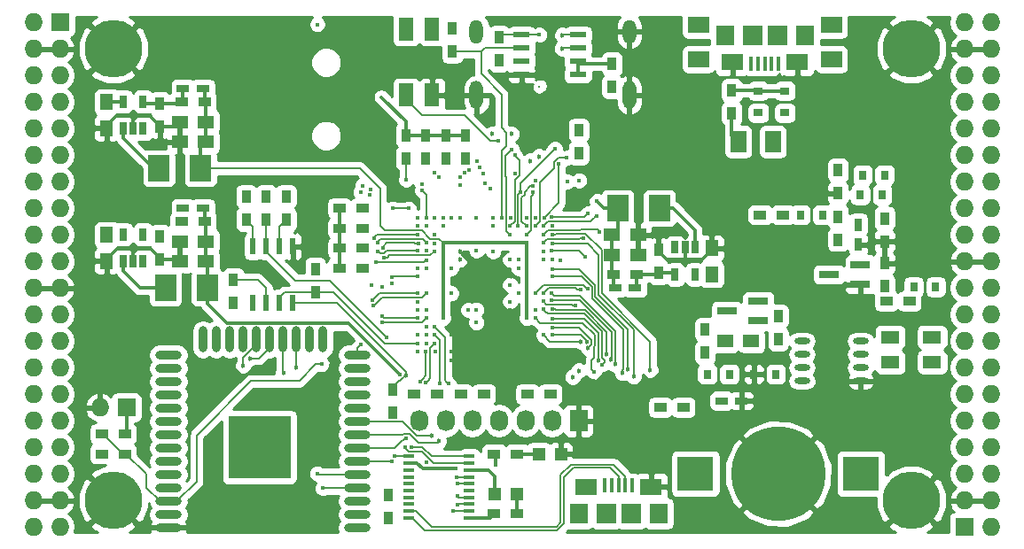
<source format=gbl>
G04 #@! TF.FileFunction,Copper,L4,Bot,Signal*
%FSLAX46Y46*%
G04 Gerber Fmt 4.6, Leading zero omitted, Abs format (unit mm)*
G04 Created by KiCad (PCBNEW 4.0.5+dfsg1-4) date Thu May  4 12:37:23 2017*
%MOMM*%
%LPD*%
G01*
G04 APERTURE LIST*
%ADD10C,0.100000*%
%ADD11R,3.500000X3.300000*%
%ADD12C,9.000000*%
%ADD13R,2.032000X1.524000*%
%ADD14R,2.000000X2.500000*%
%ADD15R,0.700000X1.200000*%
%ADD16R,1.250000X1.500000*%
%ADD17R,1.500000X1.250000*%
%ADD18R,1.524000X2.032000*%
%ADD19O,1.473200X0.609600*%
%ADD20R,0.800000X0.900000*%
%ADD21R,2.100000X1.600000*%
%ADD22R,1.900000X1.900000*%
%ADD23R,0.400000X1.350000*%
%ADD24R,1.800000X1.900000*%
%ADD25R,1.900000X0.800000*%
%ADD26R,1.200000X0.750000*%
%ADD27R,0.750000X1.200000*%
%ADD28R,0.900000X1.200000*%
%ADD29R,1.200000X0.900000*%
%ADD30O,1.300000X2.700000*%
%ADD31O,1.300000X2.300000*%
%ADD32R,0.600000X1.550000*%
%ADD33R,1.550000X0.600000*%
%ADD34O,2.500000X0.900000*%
%ADD35O,0.900000X2.500000*%
%ADD36R,6.000000X6.000000*%
%ADD37R,1.727200X1.727200*%
%ADD38O,1.727200X1.727200*%
%ADD39C,5.500000*%
%ADD40R,0.900000X0.800000*%
%ADD41R,1.000000X0.400000*%
%ADD42R,1.800000X1.200000*%
%ADD43R,1.400000X2.200000*%
%ADD44R,1.727200X2.032000*%
%ADD45O,1.727200X2.032000*%
%ADD46R,1.198880X1.198880*%
%ADD47C,0.400000*%
%ADD48C,0.454000*%
%ADD49C,0.190000*%
%ADD50C,0.300000*%
%ADD51C,0.200000*%
%ADD52C,0.254000*%
G04 APERTURE END LIST*
D10*
D11*
X174390000Y-105870000D03*
X158590000Y-105870000D03*
D12*
X166490000Y-105870000D03*
D13*
X171570000Y-62944000D03*
X171570000Y-66246000D03*
D14*
X107975000Y-88090000D03*
X111975000Y-88090000D03*
D15*
X105845000Y-85580000D03*
X104895000Y-85580000D03*
X103945000Y-85580000D03*
X103945000Y-82980000D03*
X105845000Y-82980000D03*
D14*
X155155000Y-80470000D03*
X151155000Y-80470000D03*
D15*
X156650000Y-84220000D03*
X157600000Y-84220000D03*
X158550000Y-84220000D03*
X158550000Y-86820000D03*
X156650000Y-86820000D03*
D14*
X107340000Y-76660000D03*
X111340000Y-76660000D03*
D15*
X105845000Y-72880000D03*
X104895000Y-72880000D03*
X103945000Y-72880000D03*
X103945000Y-70280000D03*
X105845000Y-70280000D03*
D16*
X102355000Y-70330000D03*
X102355000Y-72830000D03*
D17*
X111860000Y-85550000D03*
X109360000Y-85550000D03*
X111860000Y-83645000D03*
X109360000Y-83645000D03*
D16*
X102355000Y-83030000D03*
X102355000Y-85530000D03*
D17*
X150635000Y-84915000D03*
X153135000Y-84915000D03*
X150635000Y-83010000D03*
X153135000Y-83010000D03*
D16*
X160140000Y-86800000D03*
X160140000Y-84300000D03*
D17*
X111860000Y-72215000D03*
X109360000Y-72215000D03*
X111860000Y-74120000D03*
X109360000Y-74120000D03*
D18*
X162680000Y-74120000D03*
X165982000Y-74120000D03*
D13*
X158870000Y-66246000D03*
X158870000Y-62944000D03*
D19*
X174364000Y-93170000D03*
X174364000Y-94440000D03*
X174364000Y-95710000D03*
X174364000Y-96980000D03*
X168776000Y-96980000D03*
X168776000Y-95710000D03*
X168776000Y-94440000D03*
X168776000Y-93170000D03*
D17*
X161430000Y-93170000D03*
X163930000Y-93170000D03*
D20*
X159725000Y-96345000D03*
X161825000Y-96345000D03*
X179430000Y-88000000D03*
X181530000Y-88000000D03*
X176650000Y-77295000D03*
X174550000Y-77295000D03*
X170715000Y-81105000D03*
X168615000Y-81105000D03*
D21*
X154350000Y-107130000D03*
X148150000Y-107130000D03*
D22*
X152450000Y-109680000D03*
X150050000Y-109680000D03*
D23*
X152550000Y-107005000D03*
X151900000Y-107005000D03*
X151250000Y-107005000D03*
X150600000Y-107005000D03*
X149950000Y-107005000D03*
D24*
X155050000Y-109680000D03*
X147450000Y-109680000D03*
D21*
X162120000Y-66510000D03*
X168320000Y-66510000D03*
D22*
X164020000Y-63960000D03*
X166420000Y-63960000D03*
D23*
X163920000Y-66635000D03*
X164570000Y-66635000D03*
X165220000Y-66635000D03*
X165870000Y-66635000D03*
X166520000Y-66635000D03*
D24*
X161420000Y-63960000D03*
X169020000Y-63960000D03*
D25*
X164585000Y-89360000D03*
X164585000Y-91260000D03*
X161585000Y-90310000D03*
X174340000Y-85870000D03*
X174340000Y-87770000D03*
X171340000Y-86820000D03*
D26*
X111560000Y-80470000D03*
X109660000Y-80470000D03*
X150935000Y-88090000D03*
X152835000Y-88090000D03*
X111560000Y-69040000D03*
X109660000Y-69040000D03*
D27*
X174110000Y-82060000D03*
X174110000Y-83960000D03*
D28*
X159505000Y-94270000D03*
X159505000Y-92070000D03*
X176650000Y-87920000D03*
X176650000Y-85720000D03*
D29*
X179020000Y-89360000D03*
X176820000Y-89360000D03*
D28*
X176650000Y-81445000D03*
X176650000Y-83645000D03*
X166490000Y-90800000D03*
X166490000Y-93000000D03*
D29*
X155230000Y-99520000D03*
X157430000Y-99520000D03*
D28*
X172205000Y-81275000D03*
X172205000Y-83475000D03*
X129280000Y-107900000D03*
X129280000Y-110100000D03*
D29*
X166955000Y-81105000D03*
X164755000Y-81105000D03*
D28*
X172205000Y-76830000D03*
X172205000Y-79030000D03*
D29*
X111710000Y-81740000D03*
X109510000Y-81740000D03*
X111710000Y-70310000D03*
X109510000Y-70310000D03*
X150785000Y-86820000D03*
X152985000Y-86820000D03*
D28*
X107435000Y-85380000D03*
X107435000Y-83180000D03*
X107435000Y-72680000D03*
X107435000Y-70480000D03*
X155060000Y-84450000D03*
X155060000Y-86650000D03*
D29*
X126782000Y-86185000D03*
X124582000Y-86185000D03*
X126782000Y-84279000D03*
X124582000Y-84279000D03*
X126782000Y-82375000D03*
X124582000Y-82375000D03*
X126782000Y-80470000D03*
X124582000Y-80470000D03*
D28*
X130930000Y-75687000D03*
X130930000Y-73487000D03*
X132835000Y-75687000D03*
X132835000Y-73487000D03*
X134740000Y-75687000D03*
X134740000Y-73487000D03*
X136645000Y-75687000D03*
X136645000Y-73487000D03*
D30*
X152280000Y-69650000D03*
X137680000Y-69650000D03*
D31*
X137680000Y-63600000D03*
X152280000Y-63600000D03*
D32*
X116325000Y-84120000D03*
X117595000Y-84120000D03*
X118865000Y-84120000D03*
X120135000Y-84120000D03*
X120135000Y-89520000D03*
X118865000Y-89520000D03*
X117595000Y-89520000D03*
X116325000Y-89520000D03*
D26*
X161095000Y-98885000D03*
X162995000Y-98885000D03*
D33*
X141980000Y-67705000D03*
X141980000Y-66435000D03*
X141980000Y-65165000D03*
X141980000Y-63895000D03*
X147380000Y-63895000D03*
X147380000Y-65165000D03*
X147380000Y-66435000D03*
X147380000Y-67705000D03*
D20*
X166270000Y-96345000D03*
X164170000Y-96345000D03*
X174330000Y-79200000D03*
X176430000Y-79200000D03*
D34*
X126260434Y-111030338D03*
X126260434Y-109760338D03*
X126260434Y-108490338D03*
X126260434Y-107220338D03*
X126260434Y-105950338D03*
X126260434Y-104680338D03*
X126260434Y-103410338D03*
X126260434Y-102140338D03*
X126260434Y-100870338D03*
X126260434Y-99600338D03*
X126260434Y-98330338D03*
X126260434Y-97060338D03*
X126260434Y-95790338D03*
X126260434Y-94520338D03*
D35*
X122975434Y-93030338D03*
X121705434Y-93030338D03*
X120435434Y-93030338D03*
X119165434Y-93030338D03*
X117895434Y-93030338D03*
X116625434Y-93030338D03*
X115355434Y-93030338D03*
X114085434Y-93030338D03*
X112815434Y-93030338D03*
X111545434Y-93030338D03*
D34*
X108260434Y-94520338D03*
X108260434Y-95790338D03*
X108260434Y-97060338D03*
X108260434Y-98330338D03*
X108260434Y-99600338D03*
X108260434Y-100870338D03*
X108260434Y-102140338D03*
X108260434Y-103410338D03*
X108260434Y-104680338D03*
X108260434Y-105950338D03*
X108260434Y-107220338D03*
X108260434Y-108490338D03*
X108260434Y-109760338D03*
X108260434Y-111030338D03*
D36*
X116960434Y-103330338D03*
D37*
X97910000Y-62690000D03*
D38*
X95370000Y-62690000D03*
X97910000Y-65230000D03*
X95370000Y-65230000D03*
X97910000Y-67770000D03*
X95370000Y-67770000D03*
X97910000Y-70310000D03*
X95370000Y-70310000D03*
X97910000Y-72850000D03*
X95370000Y-72850000D03*
X97910000Y-75390000D03*
X95370000Y-75390000D03*
X97910000Y-77930000D03*
X95370000Y-77930000D03*
X97910000Y-80470000D03*
X95370000Y-80470000D03*
X97910000Y-83010000D03*
X95370000Y-83010000D03*
X97910000Y-85550000D03*
X95370000Y-85550000D03*
X97910000Y-88090000D03*
X95370000Y-88090000D03*
X97910000Y-90630000D03*
X95370000Y-90630000D03*
X97910000Y-93170000D03*
X95370000Y-93170000D03*
X97910000Y-95710000D03*
X95370000Y-95710000D03*
X97910000Y-98250000D03*
X95370000Y-98250000D03*
X97910000Y-100790000D03*
X95370000Y-100790000D03*
X97910000Y-103330000D03*
X95370000Y-103330000D03*
X97910000Y-105870000D03*
X95370000Y-105870000D03*
X97910000Y-108410000D03*
X95370000Y-108410000D03*
X97910000Y-110950000D03*
X95370000Y-110950000D03*
D37*
X184270000Y-110950000D03*
D38*
X186810000Y-110950000D03*
X184270000Y-108410000D03*
X186810000Y-108410000D03*
X184270000Y-105870000D03*
X186810000Y-105870000D03*
X184270000Y-103330000D03*
X186810000Y-103330000D03*
X184270000Y-100790000D03*
X186810000Y-100790000D03*
X184270000Y-98250000D03*
X186810000Y-98250000D03*
X184270000Y-95710000D03*
X186810000Y-95710000D03*
X184270000Y-93170000D03*
X186810000Y-93170000D03*
X184270000Y-90630000D03*
X186810000Y-90630000D03*
X184270000Y-88090000D03*
X186810000Y-88090000D03*
X184270000Y-85550000D03*
X186810000Y-85550000D03*
X184270000Y-83010000D03*
X186810000Y-83010000D03*
X184270000Y-80470000D03*
X186810000Y-80470000D03*
X184270000Y-77930000D03*
X186810000Y-77930000D03*
X184270000Y-75390000D03*
X186810000Y-75390000D03*
X184270000Y-72850000D03*
X186810000Y-72850000D03*
X184270000Y-70310000D03*
X186810000Y-70310000D03*
X184270000Y-67770000D03*
X186810000Y-67770000D03*
X184270000Y-65230000D03*
X186810000Y-65230000D03*
X184270000Y-62690000D03*
X186810000Y-62690000D03*
D39*
X102990000Y-108410000D03*
X179190000Y-108410000D03*
X179190000Y-65230000D03*
X102990000Y-65230000D03*
D40*
X167125000Y-69260000D03*
X167125000Y-71360000D03*
X164585000Y-69260000D03*
X164585000Y-71360000D03*
D28*
X162045000Y-71410000D03*
X162045000Y-69210000D03*
X139820000Y-66330000D03*
X139820000Y-64130000D03*
X135375000Y-63300000D03*
X135375000Y-65500000D03*
X150615000Y-68870000D03*
X150615000Y-66670000D03*
X147440000Y-75220000D03*
X147440000Y-73020000D03*
D41*
X137005000Y-104215000D03*
X137005000Y-104865000D03*
X137005000Y-105515000D03*
X137005000Y-106165000D03*
X137005000Y-106815000D03*
X137005000Y-107465000D03*
X137005000Y-108115000D03*
X137005000Y-108765000D03*
X137005000Y-109415000D03*
X137005000Y-110065000D03*
X131205000Y-110065000D03*
X131205000Y-109415000D03*
X131205000Y-108765000D03*
X131205000Y-108115000D03*
X131205000Y-107465000D03*
X131205000Y-106815000D03*
X131205000Y-106165000D03*
X131205000Y-105515000D03*
X131205000Y-104865000D03*
X131205000Y-104215000D03*
D28*
X119500000Y-79370000D03*
X119500000Y-81570000D03*
X114480000Y-89500000D03*
X114480000Y-87300000D03*
X129660000Y-99985000D03*
X129660000Y-97785000D03*
X117595000Y-79370000D03*
X117595000Y-81570000D03*
X122280000Y-86300000D03*
X122280000Y-88500000D03*
X115690000Y-79370000D03*
X115690000Y-81570000D03*
D29*
X144730000Y-98250000D03*
X142530000Y-98250000D03*
X138380000Y-98250000D03*
X136180000Y-98250000D03*
X131735000Y-98250000D03*
X133935000Y-98250000D03*
X101890000Y-103965000D03*
X104090000Y-103965000D03*
D42*
X177190000Y-95200000D03*
X181190000Y-95200000D03*
X181190000Y-92800000D03*
X177190000Y-92800000D03*
D43*
X133450000Y-63350000D03*
X133450000Y-69650000D03*
X130950000Y-69650000D03*
X130950000Y-63350000D03*
D37*
X104260000Y-99520000D03*
D38*
X101720000Y-99520000D03*
D44*
X147440000Y-100790000D03*
D45*
X144900000Y-100790000D03*
X142360000Y-100790000D03*
X139820000Y-100790000D03*
X137280000Y-100790000D03*
X134740000Y-100790000D03*
X132200000Y-100790000D03*
D29*
X101890000Y-102060000D03*
X104090000Y-102060000D03*
D46*
X143630980Y-104000000D03*
X145729020Y-104000000D03*
X141504020Y-107775000D03*
X139405980Y-107775000D03*
D29*
X139355000Y-103965000D03*
X141555000Y-103965000D03*
X139355000Y-109680000D03*
X141555000Y-109680000D03*
D47*
X145680000Y-85422010D03*
X146474680Y-71591464D03*
X147980000Y-71421198D03*
X144973174Y-71597397D03*
X100017740Y-79439515D03*
X132880424Y-84565132D03*
X133710711Y-94200625D03*
X143480000Y-71900000D03*
X141986140Y-71899854D03*
X144080000Y-84600000D03*
X145680000Y-94200000D03*
X136080000Y-89400000D03*
X140880000Y-90200000D03*
X135280000Y-95000000D03*
X135280000Y-94200000D03*
X142480000Y-94200000D03*
X140880000Y-93400000D03*
X139280000Y-93400000D03*
X137680000Y-93400000D03*
X136080000Y-93400000D03*
X136880000Y-92600000D03*
X135280000Y-92600000D03*
X132880000Y-91800000D03*
X132880000Y-93400000D03*
X132880000Y-82200000D03*
D48*
X139282888Y-90185466D03*
X141042859Y-86994997D03*
X139280000Y-87000000D03*
X136110990Y-86995403D03*
X139280000Y-88600000D03*
X137680000Y-87000000D03*
X136080000Y-84600000D03*
D47*
X149185000Y-79800000D03*
X137665894Y-91402446D03*
X135273306Y-88618602D03*
X139272517Y-84611349D03*
X137680556Y-84534085D03*
X141680000Y-86200000D03*
X135280000Y-86200000D03*
X132880000Y-92600000D03*
X132080000Y-92600000D03*
X141680000Y-88600000D03*
X141680000Y-85400000D03*
X130359539Y-96375104D03*
X140880000Y-89400000D03*
X137680000Y-90172990D03*
X140880000Y-87800000D03*
X140880000Y-85400000D03*
X136880000Y-90200000D03*
D48*
X136080000Y-85400000D03*
D47*
X139280000Y-82200000D03*
X142480000Y-91000000D03*
X142480000Y-83800000D03*
X134480000Y-83800000D03*
X134480000Y-91000000D03*
X135884156Y-106800406D03*
X134989952Y-97239158D03*
X133680000Y-91800000D03*
D48*
X134074414Y-102752225D03*
D47*
X135855186Y-108022639D03*
X134198152Y-97269984D03*
D48*
X133449289Y-102232615D03*
D47*
X133680000Y-92600000D03*
X132918584Y-104800000D03*
X129560338Y-104680338D03*
X135853254Y-108792386D03*
X132849983Y-97161003D03*
X133685668Y-93402482D03*
X132322256Y-97030173D03*
X135471949Y-109409592D03*
X132858000Y-94197073D03*
X130930000Y-102458384D03*
X122480000Y-62900000D03*
D48*
X145851858Y-65189228D03*
X145873729Y-63920849D03*
D47*
X143680000Y-63900000D03*
X140080000Y-81400000D03*
D48*
X115401833Y-95513164D03*
X116075985Y-94839013D03*
X119237010Y-96188514D03*
X120492438Y-95673555D03*
D47*
X132880000Y-90200000D03*
X147480000Y-77822010D03*
X146387166Y-77918991D03*
X129574207Y-87630767D03*
X131453853Y-103296209D03*
X144885216Y-91021238D03*
D48*
X149288902Y-95043868D03*
D47*
X144885689Y-90132858D03*
D48*
X150129901Y-94414903D03*
D47*
X144890381Y-83866022D03*
D48*
X152680000Y-96550990D03*
D47*
X144894101Y-83022010D03*
D48*
X154275598Y-95924907D03*
D47*
X144901285Y-86268736D03*
D48*
X152118693Y-95894785D03*
X151619585Y-96228215D03*
D47*
X144888562Y-86993817D03*
D48*
X150902589Y-95397137D03*
D47*
X144877648Y-88622010D03*
X144869421Y-89288847D03*
D48*
X150496552Y-94981555D03*
X148342288Y-93839222D03*
D47*
X144882782Y-91877646D03*
D48*
X147644473Y-93229475D03*
D47*
X144080000Y-92600000D03*
D48*
X148224044Y-93270369D03*
D47*
X144882352Y-92577990D03*
D48*
X130952023Y-96441355D03*
D47*
X129077793Y-92806305D03*
X132080000Y-93400000D03*
X132080000Y-94200000D03*
X132080000Y-88577990D03*
X127740755Y-89253216D03*
X127858015Y-89776851D03*
X122880000Y-95400000D03*
X132880000Y-88600000D03*
X129626796Y-87106386D03*
X130839486Y-103354982D03*
X132080000Y-87000000D03*
X132880000Y-86200000D03*
X129880000Y-104200000D03*
X135778649Y-106163691D03*
X127613979Y-87797421D03*
X122465404Y-105844974D03*
X126674616Y-93496855D03*
X128661175Y-88020177D03*
X122983658Y-107217238D03*
X139782500Y-74073458D03*
D48*
X139185419Y-73378045D03*
X141029139Y-73391006D03*
X143625670Y-75521246D03*
X142775852Y-75939146D03*
D47*
X132080000Y-90200000D03*
X132080000Y-89422010D03*
X135274882Y-81390604D03*
X134480367Y-81390604D03*
X134058357Y-77465303D03*
X133668154Y-77111081D03*
X126773709Y-78308800D03*
X126604386Y-78926444D03*
X127445822Y-79226361D03*
X127566271Y-78713298D03*
X132504562Y-78200000D03*
X132505009Y-78796823D03*
X132884441Y-81391117D03*
X127880331Y-83320905D03*
X132084319Y-83022010D03*
X128241605Y-83742915D03*
X132886504Y-83777990D03*
X128715776Y-84283910D03*
X132117443Y-83866021D03*
X128271699Y-84586926D03*
X132032194Y-84565132D03*
X128877304Y-85197304D03*
X133671942Y-84595200D03*
X128104488Y-85629767D03*
X132875802Y-85421990D03*
D48*
X146880000Y-96600000D03*
X147440156Y-96014538D03*
D47*
X148880000Y-96100000D03*
X143280000Y-91000000D03*
X144082424Y-90132858D03*
X149700826Y-95417640D03*
X147123968Y-89767616D03*
X144035793Y-89397606D03*
X143281824Y-90201951D03*
X144080517Y-85397219D03*
X144886544Y-85385186D03*
X149400006Y-82723643D03*
X144080000Y-83000000D03*
X144885092Y-82177990D03*
X147595986Y-88289581D03*
X144082832Y-88584510D03*
X148280000Y-88177990D03*
X143278026Y-88595030D03*
X149129066Y-81214474D03*
X144076901Y-82186448D03*
X148337768Y-80975785D03*
X144866392Y-81333979D03*
X139280000Y-81400000D03*
X139030990Y-78600803D03*
X138474753Y-78117762D03*
X138291969Y-77164182D03*
X137754556Y-75974186D03*
X137974958Y-76577236D03*
X137680000Y-81400000D03*
X136967862Y-76797850D03*
X136540508Y-77107981D03*
X136123321Y-77473680D03*
X136102010Y-78268593D03*
X136080000Y-81400000D03*
X148063983Y-85114902D03*
X144877691Y-84532933D03*
X147880000Y-83319858D03*
X144080000Y-83800000D03*
X143019945Y-78903038D03*
X142473549Y-82998913D03*
X143086704Y-78380271D03*
X142457990Y-82191394D03*
X145520358Y-76270654D03*
X144146021Y-81374784D03*
X143323210Y-77837480D03*
X146289107Y-75636632D03*
X143302010Y-82194992D03*
X143302010Y-81381735D03*
X145172870Y-74792620D03*
X141853043Y-78968642D03*
X141657990Y-82130345D03*
X142457990Y-81382236D03*
X140924011Y-81375594D03*
X141346021Y-77170289D03*
X141046643Y-74873804D03*
X140864029Y-83041403D03*
X141329877Y-75415642D03*
X140902010Y-82179283D03*
X133680000Y-82977990D03*
X132080000Y-81400000D03*
X132080000Y-82177990D03*
X130976883Y-77755103D03*
X133680000Y-81400000D03*
X133680000Y-83822010D03*
X128702010Y-91430673D03*
X132880000Y-91000000D03*
X128681850Y-90794963D03*
X132077648Y-90977990D03*
X132080000Y-86200000D03*
X129680000Y-80500000D03*
X131180000Y-80500000D03*
X134480000Y-82200000D03*
X139480000Y-105000000D03*
X135680000Y-105400000D03*
D49*
X143680000Y-68900000D02*
X143780000Y-68800000D01*
D50*
X137680000Y-86200000D02*
X137680000Y-86600000D01*
X136080000Y-84600000D02*
X137680000Y-86200000D01*
X139280000Y-90182578D02*
X139282888Y-90185466D01*
X139280000Y-88600000D02*
X139280000Y-90182578D01*
X159215000Y-85350000D02*
X157600000Y-85350000D01*
X157600000Y-85350000D02*
X155810000Y-85350000D01*
X157600000Y-84220000D02*
X157600000Y-85350000D01*
X160140000Y-84300000D02*
X160140000Y-84425000D01*
X160140000Y-84425000D02*
X159215000Y-85350000D01*
X155810000Y-85350000D02*
X155060000Y-84600000D01*
X155060000Y-84600000D02*
X155060000Y-84450000D01*
X109360000Y-85550000D02*
X109360000Y-83645000D01*
X107435000Y-85380000D02*
X109190000Y-85380000D01*
X109190000Y-85380000D02*
X109360000Y-85550000D01*
X102355000Y-85530000D02*
X102355000Y-85345398D01*
X102355000Y-85345398D02*
X103420398Y-84280000D01*
X103420398Y-84280000D02*
X104895000Y-84280000D01*
X102355000Y-72830000D02*
X102355000Y-72594893D01*
X102355000Y-72594893D02*
X103369893Y-71580000D01*
X103369893Y-71580000D02*
X104895000Y-71580000D01*
X104895000Y-71580000D02*
X106405626Y-71580000D01*
X106405626Y-71580000D02*
X107435000Y-72609374D01*
X107435000Y-72609374D02*
X107435000Y-72680000D01*
X106485000Y-84280000D02*
X104895000Y-84280000D01*
X104895000Y-85580000D02*
X104895000Y-84280000D01*
X107435000Y-85380000D02*
X107435000Y-85230000D01*
X107435000Y-85230000D02*
X106485000Y-84280000D01*
X104895000Y-71580000D02*
X104895000Y-72880000D01*
X109360000Y-72215000D02*
X109360000Y-74120000D01*
X107435000Y-72680000D02*
X108895000Y-72680000D01*
X108895000Y-72680000D02*
X109360000Y-72215000D01*
X109340000Y-72195000D02*
X109360000Y-72215000D01*
X141037856Y-87000000D02*
X141042859Y-86994997D01*
X139280000Y-87000000D02*
X141037856Y-87000000D01*
X136432016Y-86995403D02*
X136110990Y-86995403D01*
X137284597Y-86995403D02*
X136432016Y-86995403D01*
X137680000Y-86600000D02*
X137284597Y-86995403D01*
X137680000Y-86600000D02*
X137680000Y-87000000D01*
X162045000Y-71410000D02*
X162045000Y-73485000D01*
X162045000Y-73485000D02*
X162680000Y-74120000D01*
X102355000Y-70330000D02*
X103895000Y-70330000D01*
X103895000Y-70330000D02*
X103945000Y-70280000D01*
X151155000Y-80470000D02*
X149855000Y-80470000D01*
X149855000Y-80470000D02*
X149185000Y-79800000D01*
X150785000Y-86820000D02*
X150785000Y-87940000D01*
X150785000Y-87940000D02*
X150935000Y-88090000D01*
X150635000Y-84915000D02*
X150635000Y-86670000D01*
X150635000Y-86670000D02*
X150785000Y-86820000D01*
X150635000Y-83010000D02*
X150635000Y-84915000D01*
X151155000Y-80470000D02*
X151155000Y-82490000D01*
X151155000Y-82490000D02*
X150635000Y-83010000D01*
X103945000Y-85580000D02*
X103945000Y-86480000D01*
X103945000Y-86480000D02*
X105555000Y-88090000D01*
X105555000Y-88090000D02*
X106675000Y-88090000D01*
X106675000Y-88090000D02*
X107975000Y-88090000D01*
X155155000Y-80470000D02*
X156455000Y-80470000D01*
X156455000Y-80470000D02*
X158550000Y-82565000D01*
X158550000Y-82565000D02*
X158550000Y-83320000D01*
X158550000Y-83320000D02*
X158550000Y-84220000D01*
X111975000Y-89640000D02*
X113838328Y-91503328D01*
X125487763Y-91503328D02*
X130159540Y-96175105D01*
X113838328Y-91503328D02*
X125487763Y-91503328D01*
X130159540Y-96175105D02*
X130359539Y-96375104D01*
X111975000Y-88090000D02*
X111975000Y-89640000D01*
X111710000Y-81740000D02*
X111710000Y-80620000D01*
X111710000Y-80620000D02*
X111560000Y-80470000D01*
X111860000Y-83645000D02*
X111860000Y-81890000D01*
X111860000Y-81890000D02*
X111710000Y-81740000D01*
X111860000Y-83645000D02*
X111860000Y-85550000D01*
X111975000Y-88090000D02*
X111975000Y-85665000D01*
X111975000Y-85665000D02*
X111860000Y-85550000D01*
D49*
X134480000Y-83800000D02*
X134080000Y-83400000D01*
X134080000Y-83400000D02*
X133280000Y-83400000D01*
X133280000Y-83400000D02*
X132480000Y-82600000D01*
X128480000Y-82200000D02*
X128480000Y-78600000D01*
X132480000Y-82600000D02*
X128880000Y-82600000D01*
X128880000Y-82600000D02*
X128480000Y-82200000D01*
X128480000Y-78600000D02*
X126540000Y-76660000D01*
X126540000Y-76660000D02*
X111340000Y-76660000D01*
D50*
X142480000Y-83800000D02*
X142480000Y-91000000D01*
X134480000Y-83800000D02*
X142480000Y-83800000D01*
X134480000Y-91000000D02*
X134480000Y-83800000D01*
X111710000Y-70310000D02*
X111710000Y-69190000D01*
X111710000Y-69190000D02*
X111560000Y-69040000D01*
X111860000Y-72215000D02*
X111860000Y-70460000D01*
X111860000Y-70460000D02*
X111710000Y-70310000D01*
X111860000Y-74120000D02*
X111860000Y-72215000D01*
X111340000Y-76660000D02*
X111340000Y-74640000D01*
X111340000Y-74640000D02*
X111860000Y-74120000D01*
X103945000Y-72880000D02*
X103945000Y-73780000D01*
X106825000Y-76660000D02*
X107340000Y-76660000D01*
X103945000Y-73780000D02*
X106825000Y-76660000D01*
X152985000Y-86820000D02*
X152985000Y-87940000D01*
X152985000Y-87940000D02*
X152835000Y-88090000D01*
X155060000Y-86650000D02*
X156480000Y-86650000D01*
X156480000Y-86650000D02*
X156650000Y-86820000D01*
X152985000Y-86820000D02*
X154890000Y-86820000D01*
X154890000Y-86820000D02*
X155060000Y-86650000D01*
X107435000Y-70480000D02*
X106045000Y-70480000D01*
X106045000Y-70480000D02*
X105845000Y-70280000D01*
X107435000Y-70480000D02*
X109340000Y-70480000D01*
X109340000Y-70480000D02*
X109510000Y-70310000D01*
X109660000Y-69040000D02*
X109660000Y-70160000D01*
X109660000Y-70160000D02*
X109510000Y-70310000D01*
D49*
X137005000Y-106815000D02*
X135898750Y-106815000D01*
X135898750Y-106815000D02*
X135884156Y-106800406D01*
X134789953Y-97039159D02*
X134989952Y-97239158D01*
X134680000Y-96929206D02*
X134789953Y-97039159D01*
X133680000Y-91800000D02*
X134680000Y-92800000D01*
X134680000Y-92800000D02*
X134680000Y-96929206D01*
X130623484Y-102140338D02*
X130727439Y-102036383D01*
X126260434Y-102140338D02*
X130623484Y-102140338D01*
X130727439Y-102036383D02*
X131310378Y-102036383D01*
X133936813Y-102889826D02*
X134074414Y-102752225D01*
X132163821Y-102889826D02*
X133936813Y-102889826D01*
X131310378Y-102036383D02*
X132163821Y-102889826D01*
X137005000Y-108115000D02*
X135947547Y-108115000D01*
X135947547Y-108115000D02*
X135855186Y-108022639D01*
X134198152Y-93118152D02*
X134198152Y-96987142D01*
X133680000Y-92600000D02*
X134198152Y-93118152D01*
X134198152Y-96987142D02*
X134198152Y-97269984D01*
X133128263Y-102232615D02*
X133449289Y-102232615D01*
X131954931Y-102232615D02*
X133128263Y-102232615D01*
X126260434Y-100870338D02*
X130592654Y-100870338D01*
X130592654Y-100870338D02*
X131954931Y-102232615D01*
X137005000Y-108765000D02*
X135880640Y-108765000D01*
X135880640Y-108765000D02*
X135853254Y-108792386D01*
X133049982Y-96961004D02*
X132849983Y-97161003D01*
X133280576Y-96730410D02*
X133049982Y-96961004D01*
X133280576Y-93807574D02*
X133280576Y-96730410D01*
X133685668Y-93402482D02*
X133280576Y-93807574D01*
X129560338Y-104680338D02*
X126260434Y-104680338D01*
X132522255Y-96830174D02*
X132322256Y-97030173D01*
X132858000Y-96494429D02*
X132522255Y-96830174D01*
X132858000Y-94197073D02*
X132858000Y-96494429D01*
X137005000Y-109415000D02*
X135477357Y-109415000D01*
X135477357Y-109415000D02*
X135471949Y-109409592D01*
X126260434Y-103410338D02*
X129880000Y-103410338D01*
X130730001Y-102658383D02*
X130631955Y-102658383D01*
X130631955Y-102658383D02*
X129880000Y-103410338D01*
X130930000Y-102458384D02*
X130730001Y-102658383D01*
D50*
X124582000Y-84279000D02*
X124582000Y-86185000D01*
X124582000Y-82375000D02*
X124582000Y-84279000D01*
X124582000Y-80470000D02*
X124582000Y-82375000D01*
X128779999Y-70060978D02*
X128580000Y-69860979D01*
X130930000Y-72210979D02*
X128779999Y-70060978D01*
X130930000Y-73487000D02*
X130930000Y-72210979D01*
X134740000Y-73487000D02*
X136645000Y-73487000D01*
X132835000Y-73487000D02*
X134740000Y-73487000D01*
X130930000Y-73487000D02*
X132835000Y-73487000D01*
D49*
X145876086Y-65165000D02*
X145851858Y-65189228D01*
X147380000Y-65165000D02*
X145876086Y-65165000D01*
X145899578Y-63895000D02*
X145873729Y-63920849D01*
X147380000Y-63895000D02*
X145899578Y-63895000D01*
X143680000Y-63900000D02*
X141985000Y-63900000D01*
X141985000Y-63900000D02*
X141980000Y-63895000D01*
X141980000Y-63895000D02*
X140055000Y-63895000D01*
X140055000Y-63895000D02*
X139820000Y-64130000D01*
X138115000Y-67635000D02*
X138115000Y-65500000D01*
X140080000Y-69600000D02*
X138115000Y-67635000D01*
X140513618Y-73234098D02*
X140080000Y-72800480D01*
X140080000Y-74951680D02*
X140513618Y-74518062D01*
X140080000Y-72800480D02*
X140080000Y-69600000D01*
X140513618Y-74518062D02*
X140513618Y-73234098D01*
X140080000Y-81400000D02*
X140080000Y-74951680D01*
X135375000Y-65500000D02*
X138115000Y-65500000D01*
X138115000Y-65500000D02*
X138450000Y-65165000D01*
X138450000Y-65165000D02*
X141980000Y-65165000D01*
D50*
X147380000Y-67705000D02*
X147380000Y-66435000D01*
X150615000Y-66670000D02*
X147615000Y-66670000D01*
X147615000Y-66670000D02*
X147380000Y-66435000D01*
D49*
X116625434Y-93030338D02*
X116625434Y-93536964D01*
X115401833Y-95192138D02*
X115401833Y-95513164D01*
X115401833Y-94760565D02*
X115401833Y-95192138D01*
X116625434Y-93536964D02*
X115401833Y-94760565D01*
X117895434Y-93830338D02*
X116886759Y-94839013D01*
X117895434Y-93030338D02*
X117895434Y-93830338D01*
X116397011Y-94839013D02*
X116075985Y-94839013D01*
X116886759Y-94839013D02*
X116397011Y-94839013D01*
X119165434Y-93030338D02*
X119165434Y-96116938D01*
X119165434Y-96116938D02*
X119237010Y-96188514D01*
X120435434Y-95616551D02*
X120492438Y-95673555D01*
X120435434Y-93030338D02*
X120435434Y-95616551D01*
D50*
X164585000Y-69260000D02*
X167125000Y-69260000D01*
X162045000Y-69210000D02*
X164535000Y-69210000D01*
X164535000Y-69210000D02*
X164585000Y-69260000D01*
D49*
X131736695Y-103296209D02*
X131453853Y-103296209D01*
X132487676Y-103296209D02*
X131736695Y-103296209D01*
X133406467Y-104215000D02*
X132487676Y-103296209D01*
X137005000Y-104215000D02*
X133406467Y-104215000D01*
X137005000Y-104215000D02*
X136705000Y-104215000D01*
X145168058Y-91021238D02*
X144885216Y-91021238D01*
X147949559Y-91021238D02*
X145168058Y-91021238D01*
X149307067Y-92378746D02*
X147949559Y-91021238D01*
X149307067Y-94704677D02*
X149307067Y-92378746D01*
X149288902Y-94722842D02*
X149307067Y-94704677D01*
X149288902Y-95043868D02*
X149288902Y-94722842D01*
X145168531Y-90132858D02*
X144885689Y-90132858D01*
X150129901Y-92304938D02*
X148014587Y-90189624D01*
X150129901Y-94414903D02*
X150129901Y-92304938D01*
X148014587Y-90189624D02*
X145225297Y-90189624D01*
X145225297Y-90189624D02*
X145168531Y-90132858D01*
X148279859Y-83866022D02*
X145173223Y-83866022D01*
X149336023Y-84922186D02*
X148279859Y-83866022D01*
X149336023Y-88747175D02*
X149336023Y-84922186D01*
X152680000Y-92091152D02*
X149336023Y-88747175D01*
X145173223Y-83866022D02*
X144890381Y-83866022D01*
D51*
X152680000Y-96550990D02*
X152680000Y-92091152D01*
D49*
X149653034Y-84468330D02*
X148082561Y-82897857D01*
X149653034Y-88601724D02*
X149653034Y-84468330D01*
X145279087Y-82919866D02*
X145176943Y-83022010D01*
X147677439Y-82897857D02*
X147655430Y-82919866D01*
X154275598Y-93224288D02*
X149653034Y-88601724D01*
X147655430Y-82919866D02*
X145279087Y-82919866D01*
X148082561Y-82897857D02*
X147677439Y-82897857D01*
X145176943Y-83022010D02*
X144894101Y-83022010D01*
D51*
X154275598Y-95924907D02*
X154275598Y-93224288D01*
D49*
X145184127Y-86268736D02*
X144901285Y-86268736D01*
X147421619Y-86268736D02*
X145184127Y-86268736D01*
X149019012Y-87866129D02*
X147421619Y-86268736D01*
X149019012Y-88942371D02*
X149019012Y-87866129D01*
X152118693Y-92042052D02*
X149019012Y-88942371D01*
X152118693Y-95894785D02*
X152118693Y-92042052D01*
X148702001Y-89073681D02*
X151668601Y-92040281D01*
X151668601Y-92040281D02*
X151668601Y-95858173D01*
X151668601Y-95858173D02*
X151619585Y-95907189D01*
X151619585Y-95907189D02*
X151619585Y-96228215D01*
X144888562Y-86993817D02*
X147698379Y-86993817D01*
X147698379Y-86993817D02*
X148702001Y-87997439D01*
X148702001Y-87997439D02*
X148702001Y-89073681D01*
X147546972Y-88822009D02*
X150945554Y-92220591D01*
X145077647Y-88822009D02*
X147546972Y-88822009D01*
X150945554Y-95354172D02*
X150902589Y-95397137D01*
X150945554Y-92220591D02*
X150945554Y-95354172D01*
X144877648Y-88622010D02*
X145077647Y-88822009D01*
X150578903Y-92302261D02*
X147565489Y-89288847D01*
X150578903Y-94899204D02*
X150578903Y-92302261D01*
X145152263Y-89288847D02*
X144869421Y-89288847D01*
X147565489Y-89288847D02*
X145152263Y-89288847D01*
X150496552Y-94981555D02*
X150578903Y-94899204D01*
X148673045Y-93054848D02*
X148673045Y-93485890D01*
X148569287Y-93612223D02*
X148342288Y-93839222D01*
X148673045Y-93485890D02*
X148569287Y-93589648D01*
X147495843Y-91877646D02*
X148673045Y-93054848D01*
X148569287Y-93589648D02*
X148569287Y-93612223D01*
X144882782Y-91877646D02*
X147495843Y-91877646D01*
X147323447Y-93229475D02*
X147644473Y-93229475D01*
X144080000Y-92600000D02*
X144709475Y-93229475D01*
X144709475Y-93229475D02*
X147323447Y-93229475D01*
X147657510Y-92577990D02*
X148224044Y-93144524D01*
X144882352Y-92577990D02*
X147657510Y-92577990D01*
X148224044Y-93144524D02*
X148224044Y-93270369D01*
X118865000Y-84120000D02*
X118865000Y-82205000D01*
X118865000Y-82205000D02*
X119500000Y-81570000D01*
X116780000Y-87300000D02*
X117595000Y-88115000D01*
X117595000Y-88115000D02*
X117595000Y-89520000D01*
X114480000Y-87300000D02*
X116780000Y-87300000D01*
X130725024Y-96668354D02*
X130952023Y-96441355D01*
X130300000Y-96995000D02*
X130398378Y-96995000D01*
X130398378Y-96995000D02*
X130725024Y-96668354D01*
X124351694Y-89520000D02*
X130952023Y-96120329D01*
X120135000Y-89520000D02*
X124351694Y-89520000D01*
X130952023Y-96120329D02*
X130952023Y-96441355D01*
X129660000Y-97635000D02*
X130300000Y-96995000D01*
X129660000Y-97785000D02*
X129660000Y-97635000D01*
X128877794Y-92606306D02*
X129077793Y-92806305D01*
X123676697Y-87405209D02*
X128877794Y-92606306D01*
X120405209Y-87405209D02*
X123676697Y-87405209D01*
X117595000Y-84120000D02*
X117595000Y-84595000D01*
X117595000Y-84595000D02*
X120405209Y-87405209D01*
X117595000Y-84120000D02*
X117595000Y-81570000D01*
X118865000Y-89520000D02*
X118865000Y-89045000D01*
X118865000Y-89045000D02*
X119387001Y-88522999D01*
X119387001Y-88522999D02*
X124051238Y-88522999D01*
X132079742Y-93399742D02*
X132080000Y-93400000D01*
X124051238Y-88522999D02*
X128927981Y-93399742D01*
X128927981Y-93399742D02*
X132079742Y-93399742D01*
X116325000Y-84120000D02*
X116325000Y-82205000D01*
X116325000Y-82205000D02*
X115690000Y-81570000D01*
X131797158Y-88577990D02*
X132080000Y-88577990D01*
X128415981Y-88577990D02*
X131797158Y-88577990D01*
X127740755Y-89253216D02*
X128415981Y-88577990D01*
X128634857Y-89000009D02*
X128058014Y-89576852D01*
X128058014Y-89576852D02*
X127858015Y-89776851D01*
X132880000Y-88600000D02*
X132479991Y-89000009D01*
X132479991Y-89000009D02*
X128634857Y-89000009D01*
X108260434Y-108490338D02*
X109060434Y-108490338D01*
X110938115Y-102188255D02*
X116126370Y-97000000D01*
X109060434Y-108490338D02*
X110938115Y-106612657D01*
X110938115Y-106612657D02*
X110938115Y-102188255D01*
X116126370Y-97000000D02*
X120756137Y-97000000D01*
X120756137Y-97000000D02*
X122356137Y-95400000D01*
X122356137Y-95400000D02*
X122880000Y-95400000D01*
X106165000Y-105890000D02*
X106165000Y-107194904D01*
X106165000Y-107194904D02*
X107460434Y-108490338D01*
X107460434Y-108490338D02*
X108260434Y-108490338D01*
X104090000Y-103965000D02*
X104240000Y-103965000D01*
X104240000Y-103965000D02*
X106165000Y-105890000D01*
X101890000Y-102060000D02*
X102040000Y-102060000D01*
X102040000Y-102060000D02*
X103945000Y-103965000D01*
X103945000Y-103965000D02*
X104090000Y-103965000D01*
X132080000Y-87000000D02*
X129733182Y-87000000D01*
X129733182Y-87000000D02*
X129626796Y-87106386D01*
X133608146Y-104865000D02*
X132461356Y-103718210D01*
X132461356Y-103718210D02*
X131202714Y-103718210D01*
X131039485Y-103554981D02*
X130839486Y-103354982D01*
X131202714Y-103718210D02*
X131039485Y-103554981D01*
X137005000Y-104865000D02*
X133608146Y-104865000D01*
X137005000Y-104865000D02*
X136315000Y-104865000D01*
X130500000Y-104200000D02*
X129880000Y-104200000D01*
X131205000Y-104215000D02*
X130515000Y-104215000D01*
X130515000Y-104215000D02*
X130500000Y-104200000D01*
X137005000Y-106165000D02*
X135779958Y-106165000D01*
X135779958Y-106165000D02*
X135778649Y-106163691D01*
X136940000Y-106100000D02*
X137005000Y-106165000D01*
X122570768Y-105950338D02*
X122465404Y-105844974D01*
X126260434Y-105950338D02*
X122570768Y-105950338D01*
X126260434Y-93880338D02*
X126643917Y-93496855D01*
X126643917Y-93496855D02*
X126674616Y-93496855D01*
X126260434Y-94520338D02*
X126260434Y-93880338D01*
X122986758Y-107220338D02*
X122983658Y-107217238D01*
X126260434Y-107220338D02*
X122986758Y-107220338D01*
X139007987Y-74073458D02*
X139499658Y-74073458D01*
X130950000Y-69650000D02*
X130950000Y-70050000D01*
X132500000Y-71600000D02*
X136534529Y-71600000D01*
X136534529Y-71600000D02*
X139007987Y-74073458D01*
X130950000Y-70050000D02*
X132500000Y-71600000D01*
X139499658Y-74073458D02*
X139782500Y-74073458D01*
X146936142Y-105298181D02*
X150408181Y-105298181D01*
X146033671Y-110644713D02*
X146033671Y-106200652D01*
X150408181Y-105298181D02*
X151250000Y-106140000D01*
X151250000Y-106140000D02*
X151250000Y-107005000D01*
X132740000Y-111300000D02*
X145378384Y-111300000D01*
X145378384Y-111300000D02*
X146033671Y-110644713D01*
X146033671Y-106200652D02*
X146936142Y-105298181D01*
X131505000Y-110065000D02*
X132740000Y-111300000D01*
X131205000Y-110065000D02*
X131505000Y-110065000D01*
X145315793Y-110914270D02*
X145716660Y-110513403D01*
X131205000Y-109415000D02*
X131895000Y-109415000D01*
X146728058Y-104981170D02*
X150741170Y-104981170D01*
X131895000Y-109415000D02*
X133394270Y-110914270D01*
X133394270Y-110914270D02*
X145315793Y-110914270D01*
X145716660Y-110513403D02*
X145716660Y-105992568D01*
X145716660Y-105992568D02*
X146728058Y-104981170D01*
X150741170Y-104981170D02*
X151900000Y-106140000D01*
X151900000Y-106140000D02*
X151900000Y-107005000D01*
X132705008Y-78996822D02*
X132505009Y-78796823D01*
X132884441Y-81391117D02*
X132884441Y-79176255D01*
X132884441Y-79176255D02*
X132705008Y-78996822D01*
X128080330Y-83120906D02*
X127880331Y-83320905D01*
X128179226Y-83022010D02*
X128080330Y-83120906D01*
X132084319Y-83022010D02*
X128179226Y-83022010D01*
X128540509Y-83444011D02*
X128441604Y-83542916D01*
X132886504Y-83777990D02*
X132552525Y-83444011D01*
X128441604Y-83542916D02*
X128241605Y-83742915D01*
X132552525Y-83444011D02*
X128540509Y-83444011D01*
X132117443Y-83866021D02*
X131834601Y-83866021D01*
X129099303Y-83774626D02*
X128715776Y-84158153D01*
X131834601Y-83866021D02*
X131743206Y-83774626D01*
X131743206Y-83774626D02*
X129099303Y-83774626D01*
X128715776Y-84158153D02*
X128715776Y-84283910D01*
X128460075Y-84775302D02*
X128271699Y-84586926D01*
X129064583Y-84565132D02*
X128854413Y-84775302D01*
X132032194Y-84565132D02*
X129064583Y-84565132D01*
X128854413Y-84775302D02*
X128460075Y-84775302D01*
X129160146Y-85197304D02*
X128877304Y-85197304D01*
X133671942Y-84595200D02*
X133280000Y-84987142D01*
X133280000Y-84987142D02*
X129370308Y-84987142D01*
X129370308Y-84987142D02*
X129160146Y-85197304D01*
X132668025Y-85629767D02*
X128387330Y-85629767D01*
X132875802Y-85421990D02*
X132668025Y-85629767D01*
X128387330Y-85629767D02*
X128104488Y-85629767D01*
X143280000Y-91000000D02*
X143735636Y-91455636D01*
X148990056Y-93617200D02*
X148880000Y-93727256D01*
X148880000Y-94788251D02*
X148680001Y-94988250D01*
X148880000Y-93727256D02*
X148880000Y-94788251D01*
X148990056Y-92610053D02*
X148990056Y-93617200D01*
X147835639Y-91455636D02*
X148990056Y-92610053D01*
X143735636Y-91455636D02*
X147835639Y-91455636D01*
X148680001Y-95900001D02*
X148880000Y-96100000D01*
X148680001Y-94988250D02*
X148680001Y-95900001D01*
X149700826Y-95417640D02*
X149900825Y-95217641D01*
X149900825Y-95016486D02*
X149624078Y-94739739D01*
X149900825Y-95217641D02*
X149900825Y-95016486D01*
X149624078Y-92247436D02*
X147932631Y-90555989D01*
X149624078Y-94739739D02*
X149624078Y-92247436D01*
X144505555Y-90555989D02*
X144282423Y-90332857D01*
X147932631Y-90555989D02*
X144505555Y-90555989D01*
X144282423Y-90332857D02*
X144082424Y-90132858D01*
X146784367Y-89710857D02*
X146841126Y-89767616D01*
X146841126Y-89767616D02*
X147123968Y-89767616D01*
X144035793Y-89397606D02*
X144349044Y-89710857D01*
X144349044Y-89710857D02*
X146784367Y-89710857D01*
X144480000Y-82600000D02*
X147526975Y-82600000D01*
X149200007Y-82523644D02*
X149400006Y-82723643D01*
X147603331Y-82523644D02*
X149200007Y-82523644D01*
X147526975Y-82600000D02*
X147603331Y-82523644D01*
X144080000Y-83000000D02*
X144480000Y-82600000D01*
X144082832Y-88584510D02*
X144550331Y-88117011D01*
X144550331Y-88117011D02*
X147140574Y-88117011D01*
X147140574Y-88117011D02*
X147313144Y-88289581D01*
X147313144Y-88289581D02*
X147595986Y-88289581D01*
X147902010Y-87800000D02*
X148080001Y-87977991D01*
X144073056Y-87800000D02*
X147902010Y-87800000D01*
X148080001Y-87977991D02*
X148280000Y-88177990D01*
X143278026Y-88595030D02*
X144073056Y-87800000D01*
X148929067Y-81414473D02*
X149129066Y-81214474D01*
X144076901Y-82186448D02*
X144507360Y-81755989D01*
X148587551Y-81755989D02*
X148929067Y-81414473D01*
X144507360Y-81755989D02*
X148587551Y-81755989D01*
X148137769Y-81175784D02*
X148337768Y-80975785D01*
X144866392Y-81333979D02*
X147979574Y-81333979D01*
X147979574Y-81333979D02*
X148137769Y-81175784D01*
X144877691Y-84532933D02*
X147482014Y-84532933D01*
X147863984Y-84914903D02*
X148063983Y-85114902D01*
X147482014Y-84532933D02*
X147863984Y-84914903D01*
X144435988Y-83444012D02*
X147473004Y-83444012D01*
X147597158Y-83319858D02*
X147880000Y-83319858D01*
X144080000Y-83800000D02*
X144435988Y-83444012D01*
X147473004Y-83444012D02*
X147597158Y-83319858D01*
X143019945Y-79185880D02*
X143019945Y-78903038D01*
X142879991Y-82592471D02*
X142879991Y-79325834D01*
X142473549Y-82998913D02*
X142879991Y-82592471D01*
X142879991Y-79325834D02*
X143019945Y-79185880D01*
X141980034Y-81713438D02*
X141980034Y-79466215D01*
X142275045Y-78909088D02*
X142803862Y-78380271D01*
X142275045Y-79171204D02*
X142275045Y-78909088D01*
X141980034Y-79466215D02*
X142275045Y-79171204D01*
X142457990Y-82191394D02*
X141980034Y-81713438D01*
X142803862Y-78380271D02*
X143086704Y-78380271D01*
X145520358Y-76553496D02*
X145520358Y-76270654D01*
X145520358Y-80000447D02*
X145520358Y-76553496D01*
X144146021Y-81374784D02*
X145520358Y-80000447D01*
X145098356Y-76093554D02*
X145555278Y-75636632D01*
X146006265Y-75636632D02*
X146289107Y-75636632D01*
X145555278Y-75636632D02*
X146006265Y-75636632D01*
X145098356Y-76627460D02*
X145098356Y-76093554D01*
X143724011Y-81772991D02*
X143724011Y-78001805D01*
X143724011Y-78001805D02*
X145098356Y-76627460D01*
X143302010Y-82194992D02*
X143724011Y-81772991D01*
X144972871Y-74992619D02*
X145172870Y-74792620D01*
X141853043Y-78112447D02*
X144972871Y-74992619D01*
X141853043Y-78968642D02*
X141853043Y-78112447D01*
X141657990Y-82130345D02*
X141657990Y-81847503D01*
X141657990Y-81847503D02*
X141663023Y-81842470D01*
X141663023Y-79158662D02*
X141853043Y-78968642D01*
X141663023Y-81842470D02*
X141663023Y-79158662D01*
X140480000Y-82657374D02*
X140480000Y-81624562D01*
X140457999Y-75462448D02*
X140846644Y-75073803D01*
X140846644Y-75073803D02*
X141046643Y-74873804D01*
X140502001Y-77446563D02*
X140457999Y-77402561D01*
X140457999Y-77402561D02*
X140457999Y-75462448D01*
X140864029Y-83041403D02*
X140480000Y-82657374D01*
X140480000Y-81624562D02*
X140502001Y-81602561D01*
X140502001Y-81602561D02*
X140502001Y-77446563D01*
X141346021Y-77794851D02*
X141768022Y-77372850D01*
X141346021Y-81735272D02*
X141346021Y-77794851D01*
X141768022Y-75853787D02*
X141529876Y-75615641D01*
X140902010Y-82179283D02*
X141346021Y-81735272D01*
X141529876Y-75615641D02*
X141329877Y-75415642D01*
X141768022Y-77372850D02*
X141768022Y-75853787D01*
X130930000Y-75687000D02*
X130930000Y-77708220D01*
X130930000Y-77708220D02*
X130976883Y-77755103D01*
X128984852Y-91430673D02*
X128702010Y-91430673D01*
X132449327Y-91430673D02*
X128984852Y-91430673D01*
X132880000Y-91000000D02*
X132449327Y-91430673D01*
X128864877Y-90977990D02*
X128681850Y-90794963D01*
X132077648Y-90977990D02*
X128864877Y-90977990D01*
X131180000Y-80500000D02*
X129680000Y-80500000D01*
D50*
X104260000Y-99520000D02*
X104260000Y-101890000D01*
X104260000Y-101890000D02*
X104090000Y-102060000D01*
X137005000Y-110065000D02*
X138970000Y-110065000D01*
X138970000Y-110065000D02*
X139355000Y-109680000D01*
X139480000Y-105000000D02*
X139480000Y-104090000D01*
X139480000Y-104090000D02*
X139355000Y-103965000D01*
X132540000Y-105400000D02*
X135680000Y-105400000D01*
X131205000Y-104865000D02*
X132005000Y-104865000D01*
X132005000Y-104865000D02*
X132540000Y-105400000D01*
X141555000Y-103965000D02*
X143595980Y-103965000D01*
X143595980Y-103965000D02*
X143630980Y-104000000D01*
X141504020Y-107775000D02*
X141504020Y-109629020D01*
X141504020Y-109629020D02*
X141555000Y-109680000D01*
X139405980Y-107775000D02*
X139405980Y-106125980D01*
X139405980Y-106125980D02*
X138795000Y-105515000D01*
X138795000Y-105515000D02*
X137005000Y-105515000D01*
D52*
G36*
X101079629Y-62355620D02*
X101065487Y-62365068D01*
X100753339Y-62813734D01*
X102990000Y-65050395D01*
X105226661Y-62813734D01*
X104914513Y-62365068D01*
X104530752Y-62205000D01*
X121994313Y-62205000D01*
X121772534Y-62426393D01*
X121645145Y-62733179D01*
X121644855Y-63065363D01*
X121771708Y-63372372D01*
X122006393Y-63607466D01*
X122313179Y-63734855D01*
X122645363Y-63735145D01*
X122952372Y-63608292D01*
X123187466Y-63373607D01*
X123314855Y-63066821D01*
X123315145Y-62734637D01*
X123188292Y-62427628D01*
X122966051Y-62205000D01*
X129611673Y-62205000D01*
X129602560Y-62250000D01*
X129602560Y-64450000D01*
X129646838Y-64685317D01*
X129785910Y-64901441D01*
X129998110Y-65046431D01*
X130250000Y-65097440D01*
X131650000Y-65097440D01*
X131885317Y-65053162D01*
X132101441Y-64914090D01*
X132200633Y-64768917D01*
X132285910Y-64901441D01*
X132498110Y-65046431D01*
X132750000Y-65097440D01*
X134150000Y-65097440D01*
X134277560Y-65073438D01*
X134277560Y-66100000D01*
X134321838Y-66335317D01*
X134460910Y-66551441D01*
X134673110Y-66696431D01*
X134925000Y-66747440D01*
X135825000Y-66747440D01*
X136060317Y-66703162D01*
X136276441Y-66564090D01*
X136421431Y-66351890D01*
X136446114Y-66230000D01*
X137385000Y-66230000D01*
X137385000Y-67635000D01*
X137405658Y-67738853D01*
X137354529Y-67706901D01*
X137305585Y-67714214D01*
X136861171Y-67951565D01*
X136541416Y-68340919D01*
X136395000Y-68823000D01*
X136395000Y-69523000D01*
X137553000Y-69523000D01*
X137553000Y-69503000D01*
X137807000Y-69503000D01*
X137807000Y-69523000D01*
X138965000Y-69523000D01*
X138965000Y-69517376D01*
X139350000Y-69902376D01*
X139350000Y-72516188D01*
X139014709Y-72515895D01*
X138697773Y-72646851D01*
X138655728Y-72688823D01*
X137480980Y-71514075D01*
X137553000Y-71469067D01*
X137553000Y-69777000D01*
X137807000Y-69777000D01*
X137807000Y-71469067D01*
X138005471Y-71593099D01*
X138054415Y-71585786D01*
X138498829Y-71348435D01*
X138818584Y-70959081D01*
X138965000Y-70477000D01*
X138965000Y-69777000D01*
X137807000Y-69777000D01*
X137553000Y-69777000D01*
X136395000Y-69777000D01*
X136395000Y-70477000D01*
X136514361Y-70870000D01*
X134785000Y-70870000D01*
X134785000Y-69935750D01*
X134626250Y-69777000D01*
X133577000Y-69777000D01*
X133577000Y-69797000D01*
X133323000Y-69797000D01*
X133323000Y-69777000D01*
X133303000Y-69777000D01*
X133303000Y-69523000D01*
X133323000Y-69523000D01*
X133323000Y-68073750D01*
X133577000Y-68073750D01*
X133577000Y-69523000D01*
X134626250Y-69523000D01*
X134785000Y-69364250D01*
X134785000Y-68423691D01*
X134688327Y-68190302D01*
X134509699Y-68011673D01*
X134276310Y-67915000D01*
X133735750Y-67915000D01*
X133577000Y-68073750D01*
X133323000Y-68073750D01*
X133164250Y-67915000D01*
X132623690Y-67915000D01*
X132390301Y-68011673D01*
X132211673Y-68190302D01*
X132196577Y-68226747D01*
X132114090Y-68098559D01*
X131901890Y-67953569D01*
X131650000Y-67902560D01*
X130250000Y-67902560D01*
X130014683Y-67946838D01*
X129798559Y-68085910D01*
X129653569Y-68298110D01*
X129602560Y-68550000D01*
X129602560Y-69773381D01*
X129135079Y-69305900D01*
X128880407Y-69135734D01*
X128580000Y-69075979D01*
X128279593Y-69135734D01*
X128024921Y-69305900D01*
X127854755Y-69560572D01*
X127795000Y-69860979D01*
X127854755Y-70161386D01*
X128024921Y-70416058D01*
X130030515Y-72421652D01*
X130028559Y-72422910D01*
X129883569Y-72635110D01*
X129832560Y-72887000D01*
X129832560Y-74087000D01*
X129876838Y-74322317D01*
X130015910Y-74538441D01*
X130085711Y-74586134D01*
X130028559Y-74622910D01*
X129883569Y-74835110D01*
X129832560Y-75087000D01*
X129832560Y-76287000D01*
X129876838Y-76522317D01*
X130015910Y-76738441D01*
X130200000Y-76864224D01*
X130200000Y-77448670D01*
X130142028Y-77588282D01*
X130141738Y-77920466D01*
X130268591Y-78227475D01*
X130503276Y-78462569D01*
X130810062Y-78589958D01*
X131142246Y-78590248D01*
X131449255Y-78463395D01*
X131669523Y-78243510D01*
X131669417Y-78365363D01*
X131724593Y-78498899D01*
X131670154Y-78630002D01*
X131669864Y-78962186D01*
X131796717Y-79269195D01*
X132031402Y-79504289D01*
X132154441Y-79555379D01*
X132154441Y-80565064D01*
X132014944Y-80564943D01*
X132015145Y-80334637D01*
X131888292Y-80027628D01*
X131653607Y-79792534D01*
X131346821Y-79665145D01*
X131014637Y-79664855D01*
X130760166Y-79770000D01*
X130099339Y-79770000D01*
X129846821Y-79665145D01*
X129514637Y-79664855D01*
X129210000Y-79790728D01*
X129210000Y-78600000D01*
X129154432Y-78320641D01*
X128996188Y-78083812D01*
X127056188Y-76143812D01*
X126819359Y-75985568D01*
X126540000Y-75930000D01*
X112987440Y-75930000D01*
X112987440Y-75410000D01*
X112961711Y-75273264D01*
X113061441Y-75209090D01*
X113206431Y-74996890D01*
X113257440Y-74745000D01*
X113257440Y-73834089D01*
X121824743Y-73834089D01*
X122050344Y-74380086D01*
X122467717Y-74798188D01*
X123013319Y-75024742D01*
X123604089Y-75025257D01*
X124150086Y-74799656D01*
X124568188Y-74382283D01*
X124794742Y-73836681D01*
X124795257Y-73245911D01*
X124569656Y-72699914D01*
X124152283Y-72281812D01*
X123606681Y-72055258D01*
X123015911Y-72054743D01*
X122469914Y-72280344D01*
X122051812Y-72697717D01*
X121825258Y-73243319D01*
X121824743Y-73834089D01*
X113257440Y-73834089D01*
X113257440Y-73495000D01*
X113213162Y-73259683D01*
X113154293Y-73168197D01*
X113206431Y-73091890D01*
X113257440Y-72840000D01*
X113257440Y-71590000D01*
X113213162Y-71354683D01*
X113074090Y-71138559D01*
X112900789Y-71020147D01*
X112906431Y-71011890D01*
X112957440Y-70760000D01*
X112957440Y-69860000D01*
X112913162Y-69624683D01*
X112800449Y-69449522D01*
X112807440Y-69415000D01*
X112807440Y-68665000D01*
X112763162Y-68429683D01*
X112624090Y-68213559D01*
X112411890Y-68068569D01*
X112160000Y-68017560D01*
X110960000Y-68017560D01*
X110724683Y-68061838D01*
X110610022Y-68135620D01*
X110511890Y-68068569D01*
X110260000Y-68017560D01*
X109060000Y-68017560D01*
X108824683Y-68061838D01*
X108608559Y-68200910D01*
X108463569Y-68413110D01*
X108412560Y-68665000D01*
X108412560Y-69415000D01*
X108419676Y-69452817D01*
X108391364Y-69494254D01*
X108349090Y-69428559D01*
X108136890Y-69283569D01*
X107885000Y-69232560D01*
X106985000Y-69232560D01*
X106749683Y-69276838D01*
X106707587Y-69303926D01*
X106659090Y-69228559D01*
X106446890Y-69083569D01*
X106195000Y-69032560D01*
X105495000Y-69032560D01*
X105259683Y-69076838D01*
X105043559Y-69215910D01*
X104898569Y-69428110D01*
X104895919Y-69441197D01*
X104759090Y-69228559D01*
X104546890Y-69083569D01*
X104295000Y-69032560D01*
X103595000Y-69032560D01*
X103366513Y-69075553D01*
X103231890Y-68983569D01*
X102980000Y-68932560D01*
X101730000Y-68932560D01*
X101494683Y-68976838D01*
X101278559Y-69115910D01*
X101133569Y-69328110D01*
X101082560Y-69580000D01*
X101082560Y-71080000D01*
X101126838Y-71315317D01*
X101265910Y-71531441D01*
X101334006Y-71577969D01*
X101191673Y-71720302D01*
X101095000Y-71953691D01*
X101095000Y-72544250D01*
X101253750Y-72703000D01*
X102228000Y-72703000D01*
X102228000Y-72683000D01*
X102482000Y-72683000D01*
X102482000Y-72703000D01*
X102502000Y-72703000D01*
X102502000Y-72957000D01*
X102482000Y-72957000D01*
X102482000Y-74056250D01*
X102640750Y-74215000D01*
X103106310Y-74215000D01*
X103265600Y-74149020D01*
X103389921Y-74335079D01*
X105692560Y-76637718D01*
X105692560Y-77910000D01*
X105736838Y-78145317D01*
X105875910Y-78361441D01*
X106088110Y-78506431D01*
X106340000Y-78557440D01*
X108340000Y-78557440D01*
X108575317Y-78513162D01*
X108791441Y-78374090D01*
X108936431Y-78161890D01*
X108987440Y-77910000D01*
X108987440Y-75410000D01*
X108981795Y-75380000D01*
X109074250Y-75380000D01*
X109233000Y-75221250D01*
X109233000Y-74247000D01*
X108133750Y-74247000D01*
X107975000Y-74405750D01*
X107975000Y-74762560D01*
X106340000Y-74762560D01*
X106104683Y-74806838D01*
X106090879Y-74815721D01*
X105384637Y-74109479D01*
X105391753Y-74106532D01*
X105495000Y-74127440D01*
X106195000Y-74127440D01*
X106430317Y-74083162D01*
X106646441Y-73944090D01*
X106708753Y-73852894D01*
X106858690Y-73915000D01*
X107149250Y-73915000D01*
X107308000Y-73756250D01*
X107308000Y-72807000D01*
X107288000Y-72807000D01*
X107288000Y-72553000D01*
X107308000Y-72553000D01*
X107308000Y-72533000D01*
X107562000Y-72533000D01*
X107562000Y-72553000D01*
X107582000Y-72553000D01*
X107582000Y-72807000D01*
X107562000Y-72807000D01*
X107562000Y-73756250D01*
X107720750Y-73915000D01*
X108011310Y-73915000D01*
X108042734Y-73901984D01*
X108133750Y-73993000D01*
X109233000Y-73993000D01*
X109233000Y-72342000D01*
X109213000Y-72342000D01*
X109213000Y-72088000D01*
X109233000Y-72088000D01*
X109233000Y-72068000D01*
X109487000Y-72068000D01*
X109487000Y-72088000D01*
X109507000Y-72088000D01*
X109507000Y-72342000D01*
X109487000Y-72342000D01*
X109487000Y-73993000D01*
X109507000Y-73993000D01*
X109507000Y-74247000D01*
X109487000Y-74247000D01*
X109487000Y-75221250D01*
X109645750Y-75380000D01*
X109698635Y-75380000D01*
X109692560Y-75410000D01*
X109692560Y-77910000D01*
X109736838Y-78145317D01*
X109875910Y-78361441D01*
X110088110Y-78506431D01*
X110340000Y-78557440D01*
X112340000Y-78557440D01*
X112575317Y-78513162D01*
X112791441Y-78374090D01*
X112936431Y-78161890D01*
X112987440Y-77910000D01*
X112987440Y-77390000D01*
X126237624Y-77390000D01*
X126405212Y-77557588D01*
X126301337Y-77600508D01*
X126066243Y-77835193D01*
X125938854Y-78141979D01*
X125938619Y-78411211D01*
X125896920Y-78452837D01*
X125769531Y-78759623D01*
X125769241Y-79091807D01*
X125896094Y-79398816D01*
X125926835Y-79429610D01*
X125730559Y-79555910D01*
X125682866Y-79625711D01*
X125646090Y-79568559D01*
X125433890Y-79423569D01*
X125182000Y-79372560D01*
X123982000Y-79372560D01*
X123746683Y-79416838D01*
X123530559Y-79555910D01*
X123385569Y-79768110D01*
X123334560Y-80020000D01*
X123334560Y-80920000D01*
X123378838Y-81155317D01*
X123517910Y-81371441D01*
X123591479Y-81421709D01*
X123530559Y-81460910D01*
X123385569Y-81673110D01*
X123334560Y-81925000D01*
X123334560Y-82825000D01*
X123378838Y-83060317D01*
X123517910Y-83276441D01*
X123590726Y-83326194D01*
X123530559Y-83364910D01*
X123385569Y-83577110D01*
X123334560Y-83829000D01*
X123334560Y-84729000D01*
X123378838Y-84964317D01*
X123517910Y-85180441D01*
X123592233Y-85231224D01*
X123530559Y-85270910D01*
X123385569Y-85483110D01*
X123360201Y-85608382D01*
X123333162Y-85464683D01*
X123194090Y-85248559D01*
X122981890Y-85103569D01*
X122730000Y-85052560D01*
X121830000Y-85052560D01*
X121594683Y-85096838D01*
X121378559Y-85235910D01*
X121233569Y-85448110D01*
X121182560Y-85700000D01*
X121182560Y-86675209D01*
X120707585Y-86675209D01*
X119479552Y-85447176D01*
X119490980Y-85439822D01*
X119708690Y-85530000D01*
X119849250Y-85530000D01*
X120008000Y-85371250D01*
X120008000Y-84247000D01*
X120262000Y-84247000D01*
X120262000Y-85371250D01*
X120420750Y-85530000D01*
X120561310Y-85530000D01*
X120794699Y-85433327D01*
X120973327Y-85254698D01*
X121070000Y-85021309D01*
X121070000Y-84405750D01*
X120911250Y-84247000D01*
X120262000Y-84247000D01*
X120008000Y-84247000D01*
X119988000Y-84247000D01*
X119988000Y-83993000D01*
X120008000Y-83993000D01*
X120008000Y-83973000D01*
X120262000Y-83973000D01*
X120262000Y-83993000D01*
X120911250Y-83993000D01*
X121070000Y-83834250D01*
X121070000Y-83218691D01*
X120973327Y-82985302D01*
X120794699Y-82806673D01*
X120561310Y-82710000D01*
X120420750Y-82710000D01*
X120262002Y-82868748D01*
X120262002Y-82723817D01*
X120401441Y-82634090D01*
X120546431Y-82421890D01*
X120597440Y-82170000D01*
X120597440Y-80970000D01*
X120553162Y-80734683D01*
X120414090Y-80518559D01*
X120344289Y-80470866D01*
X120401441Y-80434090D01*
X120546431Y-80221890D01*
X120597440Y-79970000D01*
X120597440Y-78770000D01*
X120553162Y-78534683D01*
X120414090Y-78318559D01*
X120201890Y-78173569D01*
X119950000Y-78122560D01*
X119050000Y-78122560D01*
X118814683Y-78166838D01*
X118598559Y-78305910D01*
X118548291Y-78379479D01*
X118509090Y-78318559D01*
X118296890Y-78173569D01*
X118045000Y-78122560D01*
X117145000Y-78122560D01*
X116909683Y-78166838D01*
X116693559Y-78305910D01*
X116643291Y-78379479D01*
X116604090Y-78318559D01*
X116391890Y-78173569D01*
X116140000Y-78122560D01*
X115240000Y-78122560D01*
X115004683Y-78166838D01*
X114788559Y-78305910D01*
X114643569Y-78518110D01*
X114592560Y-78770000D01*
X114592560Y-79970000D01*
X114636838Y-80205317D01*
X114775910Y-80421441D01*
X114845711Y-80469134D01*
X114788559Y-80505910D01*
X114643569Y-80718110D01*
X114592560Y-80970000D01*
X114592560Y-82170000D01*
X114636838Y-82405317D01*
X114775910Y-82621441D01*
X114988110Y-82766431D01*
X115240000Y-82817440D01*
X115595000Y-82817440D01*
X115595000Y-82867113D01*
X115573559Y-82880910D01*
X115428569Y-83093110D01*
X115377560Y-83345000D01*
X115377560Y-84895000D01*
X115421838Y-85130317D01*
X115560910Y-85346441D01*
X115773110Y-85491431D01*
X116025000Y-85542440D01*
X116625000Y-85542440D01*
X116860317Y-85498162D01*
X116959528Y-85434322D01*
X117043110Y-85491431D01*
X117295000Y-85542440D01*
X117510064Y-85542440D01*
X119760623Y-87792999D01*
X119387001Y-87792999D01*
X119107642Y-87848567D01*
X118870813Y-88006811D01*
X118780064Y-88097560D01*
X118565000Y-88097560D01*
X118329683Y-88141838D01*
X118325000Y-88144851D01*
X118325000Y-88115000D01*
X118269432Y-87835641D01*
X118111188Y-87598812D01*
X117296188Y-86783812D01*
X117059359Y-86625568D01*
X116780000Y-86570000D01*
X115552979Y-86570000D01*
X115533162Y-86464683D01*
X115394090Y-86248559D01*
X115181890Y-86103569D01*
X114930000Y-86052560D01*
X114030000Y-86052560D01*
X113794683Y-86096838D01*
X113578559Y-86235910D01*
X113456147Y-86415066D01*
X113439090Y-86388559D01*
X113241529Y-86253571D01*
X113257440Y-86175000D01*
X113257440Y-84925000D01*
X113213162Y-84689683D01*
X113154293Y-84598197D01*
X113206431Y-84521890D01*
X113257440Y-84270000D01*
X113257440Y-83020000D01*
X113213162Y-82784683D01*
X113074090Y-82568559D01*
X112900789Y-82450147D01*
X112906431Y-82441890D01*
X112957440Y-82190000D01*
X112957440Y-81290000D01*
X112913162Y-81054683D01*
X112800449Y-80879522D01*
X112807440Y-80845000D01*
X112807440Y-80095000D01*
X112763162Y-79859683D01*
X112624090Y-79643559D01*
X112411890Y-79498569D01*
X112160000Y-79447560D01*
X110960000Y-79447560D01*
X110724683Y-79491838D01*
X110610022Y-79565620D01*
X110511890Y-79498569D01*
X110260000Y-79447560D01*
X109060000Y-79447560D01*
X108824683Y-79491838D01*
X108608559Y-79630910D01*
X108463569Y-79843110D01*
X108412560Y-80095000D01*
X108412560Y-80845000D01*
X108419676Y-80882817D01*
X108313569Y-81038110D01*
X108262560Y-81290000D01*
X108262560Y-82069436D01*
X108136890Y-81983569D01*
X107885000Y-81932560D01*
X106985000Y-81932560D01*
X106749683Y-81976838D01*
X106707587Y-82003926D01*
X106659090Y-81928559D01*
X106446890Y-81783569D01*
X106195000Y-81732560D01*
X105495000Y-81732560D01*
X105259683Y-81776838D01*
X105043559Y-81915910D01*
X104898569Y-82128110D01*
X104895919Y-82141197D01*
X104759090Y-81928559D01*
X104546890Y-81783569D01*
X104295000Y-81732560D01*
X103595000Y-81732560D01*
X103366513Y-81775553D01*
X103231890Y-81683569D01*
X102980000Y-81632560D01*
X101730000Y-81632560D01*
X101494683Y-81676838D01*
X101278559Y-81815910D01*
X101133569Y-82028110D01*
X101082560Y-82280000D01*
X101082560Y-83780000D01*
X101126838Y-84015317D01*
X101265910Y-84231441D01*
X101334006Y-84277969D01*
X101191673Y-84420302D01*
X101095000Y-84653691D01*
X101095000Y-85244250D01*
X101253750Y-85403000D01*
X102228000Y-85403000D01*
X102228000Y-85383000D01*
X102482000Y-85383000D01*
X102482000Y-85403000D01*
X102502000Y-85403000D01*
X102502000Y-85657000D01*
X102482000Y-85657000D01*
X102482000Y-86756250D01*
X102640750Y-86915000D01*
X103106310Y-86915000D01*
X103265600Y-86849020D01*
X103389921Y-87035079D01*
X104999921Y-88645079D01*
X105254594Y-88815245D01*
X105555000Y-88875000D01*
X106327560Y-88875000D01*
X106327560Y-89340000D01*
X106371838Y-89575317D01*
X106510910Y-89791441D01*
X106723110Y-89936431D01*
X106975000Y-89987440D01*
X108975000Y-89987440D01*
X109210317Y-89943162D01*
X109426441Y-89804090D01*
X109571431Y-89591890D01*
X109622440Y-89340000D01*
X109622440Y-86840000D01*
X109610084Y-86774334D01*
X109645750Y-86810000D01*
X110236309Y-86810000D01*
X110342546Y-86765995D01*
X110327560Y-86840000D01*
X110327560Y-89340000D01*
X110371838Y-89575317D01*
X110510910Y-89791441D01*
X110723110Y-89936431D01*
X110975000Y-89987440D01*
X111281181Y-89987440D01*
X111419921Y-90195079D01*
X112413250Y-91188408D01*
X112400222Y-91191000D01*
X112180434Y-91337858D01*
X111960646Y-91191000D01*
X111545434Y-91108409D01*
X111130222Y-91191000D01*
X110778223Y-91426198D01*
X110543025Y-91778197D01*
X110460434Y-92193409D01*
X110460434Y-93867267D01*
X110543025Y-94282479D01*
X110778223Y-94634478D01*
X111130222Y-94869676D01*
X111545434Y-94952267D01*
X111960646Y-94869676D01*
X112180434Y-94722818D01*
X112400222Y-94869676D01*
X112815434Y-94952267D01*
X113230646Y-94869676D01*
X113450434Y-94722818D01*
X113670222Y-94869676D01*
X114085434Y-94952267D01*
X114500646Y-94869676D01*
X114673042Y-94754484D01*
X114671833Y-94760565D01*
X114671833Y-95023901D01*
X114671491Y-95024242D01*
X114539983Y-95340949D01*
X114539683Y-95683874D01*
X114670639Y-96000810D01*
X114912911Y-96243506D01*
X115229618Y-96375014D01*
X115572543Y-96375314D01*
X115889479Y-96244358D01*
X116132175Y-96002086D01*
X116259290Y-95695959D01*
X116563631Y-95570207D01*
X116564827Y-95569013D01*
X116886759Y-95569013D01*
X117166118Y-95513445D01*
X117402947Y-95355201D01*
X117820739Y-94937409D01*
X117895434Y-94952267D01*
X118310646Y-94869676D01*
X118435434Y-94786295D01*
X118435434Y-95871143D01*
X118375160Y-96016299D01*
X118374938Y-96270000D01*
X116126370Y-96270000D01*
X115847011Y-96325568D01*
X115610182Y-96483812D01*
X110421927Y-101672067D01*
X110263683Y-101908896D01*
X110208115Y-102188255D01*
X110208115Y-106310281D01*
X109992899Y-106525497D01*
X110099772Y-106365550D01*
X110182363Y-105950338D01*
X110099772Y-105535126D01*
X109952914Y-105315338D01*
X110099772Y-105095550D01*
X110182363Y-104680338D01*
X110099772Y-104265126D01*
X109952914Y-104045338D01*
X110099772Y-103825550D01*
X110182363Y-103410338D01*
X110099772Y-102995126D01*
X109952914Y-102775338D01*
X110099772Y-102555550D01*
X110182363Y-102140338D01*
X110099772Y-101725126D01*
X109952914Y-101505338D01*
X110099772Y-101285550D01*
X110182363Y-100870338D01*
X110099772Y-100455126D01*
X109952914Y-100235338D01*
X110099772Y-100015550D01*
X110182363Y-99600338D01*
X110099772Y-99185126D01*
X109952914Y-98965338D01*
X110099772Y-98745550D01*
X110182363Y-98330338D01*
X110099772Y-97915126D01*
X109952914Y-97695338D01*
X110099772Y-97475550D01*
X110182363Y-97060338D01*
X110099772Y-96645126D01*
X109952914Y-96425338D01*
X110099772Y-96205550D01*
X110182363Y-95790338D01*
X110099772Y-95375126D01*
X109952914Y-95155338D01*
X110099772Y-94935550D01*
X110182363Y-94520338D01*
X110099772Y-94105126D01*
X109864574Y-93753127D01*
X109512575Y-93517929D01*
X109097363Y-93435338D01*
X107423505Y-93435338D01*
X107008293Y-93517929D01*
X106656294Y-93753127D01*
X106421096Y-94105126D01*
X106338505Y-94520338D01*
X106421096Y-94935550D01*
X106567954Y-95155338D01*
X106421096Y-95375126D01*
X106338505Y-95790338D01*
X106421096Y-96205550D01*
X106567954Y-96425338D01*
X106421096Y-96645126D01*
X106338505Y-97060338D01*
X106421096Y-97475550D01*
X106567954Y-97695338D01*
X106421096Y-97915126D01*
X106338505Y-98330338D01*
X106421096Y-98745550D01*
X106567954Y-98965338D01*
X106421096Y-99185126D01*
X106338505Y-99600338D01*
X106421096Y-100015550D01*
X106567954Y-100235338D01*
X106421096Y-100455126D01*
X106338505Y-100870338D01*
X106421096Y-101285550D01*
X106567954Y-101505338D01*
X106421096Y-101725126D01*
X106338505Y-102140338D01*
X106421096Y-102555550D01*
X106567954Y-102775338D01*
X106421096Y-102995126D01*
X106338505Y-103410338D01*
X106421096Y-103825550D01*
X106567954Y-104045338D01*
X106421096Y-104265126D01*
X106338505Y-104680338D01*
X106421096Y-105095550D01*
X106457684Y-105150308D01*
X105337440Y-104030064D01*
X105337440Y-103515000D01*
X105293162Y-103279683D01*
X105154090Y-103063559D01*
X105080521Y-103013291D01*
X105141441Y-102974090D01*
X105286431Y-102761890D01*
X105337440Y-102510000D01*
X105337440Y-101610000D01*
X105293162Y-101374683D01*
X105154090Y-101158559D01*
X105045000Y-101084021D01*
X105045000Y-101031040D01*
X105123600Y-101031040D01*
X105358917Y-100986762D01*
X105575041Y-100847690D01*
X105720031Y-100635490D01*
X105771040Y-100383600D01*
X105771040Y-98656400D01*
X105726762Y-98421083D01*
X105587690Y-98204959D01*
X105375490Y-98059969D01*
X105123600Y-98008960D01*
X103396400Y-98008960D01*
X103161083Y-98053238D01*
X102944959Y-98192310D01*
X102799969Y-98404510D01*
X102780961Y-98498375D01*
X102494947Y-98237312D01*
X102079026Y-98065042D01*
X101847000Y-98186183D01*
X101847000Y-99393000D01*
X101867000Y-99393000D01*
X101867000Y-99647000D01*
X101847000Y-99647000D01*
X101847000Y-99667000D01*
X101593000Y-99667000D01*
X101593000Y-99647000D01*
X100385531Y-99647000D01*
X100265032Y-99879027D01*
X100513179Y-100408490D01*
X100945053Y-100802688D01*
X101331041Y-100962560D01*
X101290000Y-100962560D01*
X101054683Y-101006838D01*
X100838559Y-101145910D01*
X100693569Y-101358110D01*
X100642560Y-101610000D01*
X100642560Y-102510000D01*
X100686838Y-102745317D01*
X100825910Y-102961441D01*
X100899479Y-103011709D01*
X100838559Y-103050910D01*
X100693569Y-103263110D01*
X100642560Y-103515000D01*
X100642560Y-104415000D01*
X100686838Y-104650317D01*
X100825910Y-104866441D01*
X101038110Y-105011431D01*
X101290000Y-105062440D01*
X102229996Y-105062440D01*
X101079629Y-105535620D01*
X101065487Y-105545068D01*
X100753339Y-105993734D01*
X102990000Y-108230395D01*
X103004143Y-108216253D01*
X103183748Y-108395858D01*
X103169605Y-108410000D01*
X105406266Y-110646661D01*
X105854932Y-110334513D01*
X106373331Y-109091657D01*
X106374368Y-108670633D01*
X106421096Y-108905550D01*
X106567954Y-109125338D01*
X106421096Y-109345126D01*
X106338505Y-109760338D01*
X106421096Y-110175550D01*
X106576466Y-110408079D01*
X106416026Y-110736337D01*
X106542932Y-110903338D01*
X108133434Y-110903338D01*
X108133434Y-110883338D01*
X108387434Y-110883338D01*
X108387434Y-110903338D01*
X109977936Y-110903338D01*
X110104842Y-110736337D01*
X109944402Y-110408079D01*
X110099772Y-110175550D01*
X110182363Y-109760338D01*
X110099772Y-109345126D01*
X109952914Y-109125338D01*
X110099772Y-108905550D01*
X110182363Y-108490338D01*
X110167505Y-108415643D01*
X111454303Y-107128845D01*
X111612547Y-106892016D01*
X111668115Y-106612657D01*
X111668115Y-102490631D01*
X113312994Y-100845752D01*
X113312994Y-106330338D01*
X113357272Y-106565655D01*
X113496344Y-106781779D01*
X113708544Y-106926769D01*
X113960434Y-106977778D01*
X119960434Y-106977778D01*
X120195751Y-106933500D01*
X120411875Y-106794428D01*
X120556865Y-106582228D01*
X120607874Y-106330338D01*
X120607874Y-100330338D01*
X120563596Y-100095021D01*
X120424524Y-99878897D01*
X120212324Y-99733907D01*
X119960434Y-99682898D01*
X114475848Y-99682898D01*
X116428746Y-97730000D01*
X120756137Y-97730000D01*
X121035496Y-97674432D01*
X121272325Y-97516188D01*
X122600462Y-96188051D01*
X122713179Y-96234855D01*
X123045363Y-96235145D01*
X123352372Y-96108292D01*
X123587466Y-95873607D01*
X123714855Y-95566821D01*
X123715145Y-95234637D01*
X123588292Y-94927628D01*
X123474505Y-94813643D01*
X123742645Y-94634478D01*
X123977843Y-94282479D01*
X124060434Y-93867267D01*
X124060434Y-92288328D01*
X125162605Y-92288328D01*
X125946722Y-93072445D01*
X125883360Y-93225036D01*
X125744246Y-93364150D01*
X125696680Y-93435338D01*
X125423505Y-93435338D01*
X125008293Y-93517929D01*
X124656294Y-93753127D01*
X124421096Y-94105126D01*
X124338505Y-94520338D01*
X124421096Y-94935550D01*
X124567954Y-95155338D01*
X124421096Y-95375126D01*
X124338505Y-95790338D01*
X124421096Y-96205550D01*
X124567954Y-96425338D01*
X124421096Y-96645126D01*
X124338505Y-97060338D01*
X124421096Y-97475550D01*
X124567954Y-97695338D01*
X124421096Y-97915126D01*
X124338505Y-98330338D01*
X124421096Y-98745550D01*
X124567954Y-98965338D01*
X124421096Y-99185126D01*
X124338505Y-99600338D01*
X124421096Y-100015550D01*
X124567954Y-100235338D01*
X124421096Y-100455126D01*
X124338505Y-100870338D01*
X124421096Y-101285550D01*
X124567954Y-101505338D01*
X124421096Y-101725126D01*
X124338505Y-102140338D01*
X124421096Y-102555550D01*
X124567954Y-102775338D01*
X124421096Y-102995126D01*
X124338505Y-103410338D01*
X124421096Y-103825550D01*
X124567954Y-104045338D01*
X124421096Y-104265126D01*
X124338505Y-104680338D01*
X124421096Y-105095550D01*
X124504477Y-105220338D01*
X123021697Y-105220338D01*
X122939011Y-105137508D01*
X122632225Y-105010119D01*
X122300041Y-105009829D01*
X121993032Y-105136682D01*
X121757938Y-105371367D01*
X121630549Y-105678153D01*
X121630259Y-106010337D01*
X121757112Y-106317346D01*
X121991797Y-106552440D01*
X122298583Y-106679829D01*
X122340069Y-106679865D01*
X122276192Y-106743631D01*
X122148803Y-107050417D01*
X122148513Y-107382601D01*
X122275366Y-107689610D01*
X122510051Y-107924704D01*
X122816837Y-108052093D01*
X123149021Y-108052383D01*
X123395990Y-107950338D01*
X124504477Y-107950338D01*
X124421096Y-108075126D01*
X124338505Y-108490338D01*
X124421096Y-108905550D01*
X124567954Y-109125338D01*
X124421096Y-109345126D01*
X124338505Y-109760338D01*
X124421096Y-110175550D01*
X124567954Y-110395338D01*
X124421096Y-110615126D01*
X124338505Y-111030338D01*
X124418997Y-111435000D01*
X110050755Y-111435000D01*
X110104842Y-111324339D01*
X109977936Y-111157338D01*
X108387434Y-111157338D01*
X108387434Y-111177338D01*
X108133434Y-111177338D01*
X108133434Y-111157338D01*
X106542932Y-111157338D01*
X106416026Y-111324339D01*
X106470113Y-111435000D01*
X104534193Y-111435000D01*
X104900371Y-111284380D01*
X104914513Y-111274932D01*
X105226661Y-110826266D01*
X102990000Y-108589605D01*
X100753339Y-110826266D01*
X101065487Y-111274932D01*
X101449248Y-111435000D01*
X99317967Y-111435000D01*
X99408600Y-110979359D01*
X99408600Y-110920641D01*
X99294526Y-110347152D01*
X98969670Y-109860971D01*
X98698839Y-109680008D01*
X99116821Y-109298490D01*
X99221576Y-109074976D01*
X99603352Y-109074976D01*
X100115620Y-110320371D01*
X100125068Y-110334513D01*
X100573734Y-110646661D01*
X102810395Y-108410000D01*
X100573734Y-106173339D01*
X100125068Y-106485487D01*
X99606669Y-107728343D01*
X99603352Y-109074976D01*
X99221576Y-109074976D01*
X99364968Y-108769027D01*
X99244469Y-108537000D01*
X98037000Y-108537000D01*
X98037000Y-108557000D01*
X97783000Y-108557000D01*
X97783000Y-108537000D01*
X95497000Y-108537000D01*
X95497000Y-108557000D01*
X95243000Y-108557000D01*
X95243000Y-108537000D01*
X95223000Y-108537000D01*
X95223000Y-108283000D01*
X95243000Y-108283000D01*
X95243000Y-108263000D01*
X95497000Y-108263000D01*
X95497000Y-108283000D01*
X97783000Y-108283000D01*
X97783000Y-108263000D01*
X98037000Y-108263000D01*
X98037000Y-108283000D01*
X99244469Y-108283000D01*
X99364968Y-108050973D01*
X99116821Y-107521510D01*
X98698839Y-107139992D01*
X98969670Y-106959029D01*
X99294526Y-106472848D01*
X99408600Y-105899359D01*
X99408600Y-105840641D01*
X99294526Y-105267152D01*
X98969670Y-104780971D01*
X98698828Y-104600000D01*
X98969670Y-104419029D01*
X99294526Y-103932848D01*
X99408600Y-103359359D01*
X99408600Y-103300641D01*
X99294526Y-102727152D01*
X98969670Y-102240971D01*
X98698828Y-102060000D01*
X98969670Y-101879029D01*
X99294526Y-101392848D01*
X99408600Y-100819359D01*
X99408600Y-100760641D01*
X99294526Y-100187152D01*
X98969670Y-99700971D01*
X98698828Y-99520000D01*
X98969670Y-99339029D01*
X99088643Y-99160973D01*
X100265032Y-99160973D01*
X100385531Y-99393000D01*
X101593000Y-99393000D01*
X101593000Y-98186183D01*
X101360974Y-98065042D01*
X100945053Y-98237312D01*
X100513179Y-98631510D01*
X100265032Y-99160973D01*
X99088643Y-99160973D01*
X99294526Y-98852848D01*
X99408600Y-98279359D01*
X99408600Y-98220641D01*
X99294526Y-97647152D01*
X98969670Y-97160971D01*
X98698828Y-96980000D01*
X98969670Y-96799029D01*
X99294526Y-96312848D01*
X99408600Y-95739359D01*
X99408600Y-95680641D01*
X99294526Y-95107152D01*
X98969670Y-94620971D01*
X98698828Y-94440000D01*
X98969670Y-94259029D01*
X99294526Y-93772848D01*
X99408600Y-93199359D01*
X99408600Y-93140641D01*
X99294526Y-92567152D01*
X98969670Y-92080971D01*
X98698828Y-91900000D01*
X98969670Y-91719029D01*
X99294526Y-91232848D01*
X99408600Y-90659359D01*
X99408600Y-90600641D01*
X99294526Y-90027152D01*
X98969670Y-89540971D01*
X98698839Y-89360008D01*
X99116821Y-88978490D01*
X99364968Y-88449027D01*
X99244469Y-88217000D01*
X98037000Y-88217000D01*
X98037000Y-88237000D01*
X97783000Y-88237000D01*
X97783000Y-88217000D01*
X95497000Y-88217000D01*
X95497000Y-88237000D01*
X95243000Y-88237000D01*
X95243000Y-88217000D01*
X95223000Y-88217000D01*
X95223000Y-87963000D01*
X95243000Y-87963000D01*
X95243000Y-87943000D01*
X95497000Y-87943000D01*
X95497000Y-87963000D01*
X97783000Y-87963000D01*
X97783000Y-87943000D01*
X98037000Y-87943000D01*
X98037000Y-87963000D01*
X99244469Y-87963000D01*
X99364968Y-87730973D01*
X99116821Y-87201510D01*
X98698839Y-86819992D01*
X98969670Y-86639029D01*
X99294526Y-86152848D01*
X99361578Y-85815750D01*
X101095000Y-85815750D01*
X101095000Y-86406309D01*
X101191673Y-86639698D01*
X101370301Y-86818327D01*
X101603690Y-86915000D01*
X102069250Y-86915000D01*
X102228000Y-86756250D01*
X102228000Y-85657000D01*
X101253750Y-85657000D01*
X101095000Y-85815750D01*
X99361578Y-85815750D01*
X99408600Y-85579359D01*
X99408600Y-85520641D01*
X99294526Y-84947152D01*
X98969670Y-84460971D01*
X98698828Y-84280000D01*
X98969670Y-84099029D01*
X99294526Y-83612848D01*
X99408600Y-83039359D01*
X99408600Y-82980641D01*
X99294526Y-82407152D01*
X98969670Y-81920971D01*
X98698828Y-81740000D01*
X98969670Y-81559029D01*
X99294526Y-81072848D01*
X99408600Y-80499359D01*
X99408600Y-80440641D01*
X99294526Y-79867152D01*
X98969670Y-79380971D01*
X98698828Y-79200000D01*
X98969670Y-79019029D01*
X99294526Y-78532848D01*
X99408600Y-77959359D01*
X99408600Y-77900641D01*
X99294526Y-77327152D01*
X98969670Y-76840971D01*
X98698828Y-76660000D01*
X98969670Y-76479029D01*
X99294526Y-75992848D01*
X99408600Y-75419359D01*
X99408600Y-75360641D01*
X99294526Y-74787152D01*
X98969670Y-74300971D01*
X98698828Y-74120000D01*
X98969670Y-73939029D01*
X99294526Y-73452848D01*
X99361578Y-73115750D01*
X101095000Y-73115750D01*
X101095000Y-73706309D01*
X101191673Y-73939698D01*
X101370301Y-74118327D01*
X101603690Y-74215000D01*
X102069250Y-74215000D01*
X102228000Y-74056250D01*
X102228000Y-72957000D01*
X101253750Y-72957000D01*
X101095000Y-73115750D01*
X99361578Y-73115750D01*
X99408600Y-72879359D01*
X99408600Y-72820641D01*
X99294526Y-72247152D01*
X98969670Y-71760971D01*
X98698828Y-71580000D01*
X98969670Y-71399029D01*
X99294526Y-70912848D01*
X99408600Y-70339359D01*
X99408600Y-70280641D01*
X99294526Y-69707152D01*
X98969670Y-69220971D01*
X98698828Y-69040000D01*
X98969670Y-68859029D01*
X99294526Y-68372848D01*
X99408600Y-67799359D01*
X99408600Y-67740641D01*
X99389828Y-67646266D01*
X100753339Y-67646266D01*
X101065487Y-68094932D01*
X102308343Y-68613331D01*
X103654976Y-68616648D01*
X104900371Y-68104380D01*
X104914513Y-68094932D01*
X105226661Y-67646266D01*
X102990000Y-65409605D01*
X100753339Y-67646266D01*
X99389828Y-67646266D01*
X99294526Y-67167152D01*
X98969670Y-66680971D01*
X98698839Y-66500008D01*
X99116821Y-66118490D01*
X99221576Y-65894976D01*
X99603352Y-65894976D01*
X100115620Y-67140371D01*
X100125068Y-67154513D01*
X100573734Y-67466661D01*
X102810395Y-65230000D01*
X103169605Y-65230000D01*
X105406266Y-67466661D01*
X105854932Y-67154513D01*
X105988581Y-66834089D01*
X121824743Y-66834089D01*
X122050344Y-67380086D01*
X122467717Y-67798188D01*
X123013319Y-68024742D01*
X123604089Y-68025257D01*
X124150086Y-67799656D01*
X124568188Y-67382283D01*
X124794742Y-66836681D01*
X124795257Y-66245911D01*
X124569656Y-65699914D01*
X124152283Y-65281812D01*
X123606681Y-65055258D01*
X123015911Y-65054743D01*
X122469914Y-65280344D01*
X122051812Y-65697717D01*
X121825258Y-66243319D01*
X121824743Y-66834089D01*
X105988581Y-66834089D01*
X106373331Y-65911657D01*
X106376648Y-64565024D01*
X105864380Y-63319629D01*
X105854932Y-63305487D01*
X105406266Y-62993339D01*
X103169605Y-65230000D01*
X102810395Y-65230000D01*
X100573734Y-62993339D01*
X100125068Y-63305487D01*
X99606669Y-64548343D01*
X99603352Y-65894976D01*
X99221576Y-65894976D01*
X99364968Y-65589027D01*
X99244469Y-65357000D01*
X98037000Y-65357000D01*
X98037000Y-65377000D01*
X97783000Y-65377000D01*
X97783000Y-65357000D01*
X95497000Y-65357000D01*
X95497000Y-65377000D01*
X95243000Y-65377000D01*
X95243000Y-65357000D01*
X95223000Y-65357000D01*
X95223000Y-65103000D01*
X95243000Y-65103000D01*
X95243000Y-65083000D01*
X95497000Y-65083000D01*
X95497000Y-65103000D01*
X97783000Y-65103000D01*
X97783000Y-65083000D01*
X98037000Y-65083000D01*
X98037000Y-65103000D01*
X99244469Y-65103000D01*
X99364968Y-64870973D01*
X99116821Y-64341510D01*
X98930567Y-64171505D01*
X99008917Y-64156762D01*
X99225041Y-64017690D01*
X99370031Y-63805490D01*
X99421040Y-63553600D01*
X99421040Y-62205000D01*
X101445807Y-62205000D01*
X101079629Y-62355620D01*
X101079629Y-62355620D01*
G37*
X101079629Y-62355620D02*
X101065487Y-62365068D01*
X100753339Y-62813734D01*
X102990000Y-65050395D01*
X105226661Y-62813734D01*
X104914513Y-62365068D01*
X104530752Y-62205000D01*
X121994313Y-62205000D01*
X121772534Y-62426393D01*
X121645145Y-62733179D01*
X121644855Y-63065363D01*
X121771708Y-63372372D01*
X122006393Y-63607466D01*
X122313179Y-63734855D01*
X122645363Y-63735145D01*
X122952372Y-63608292D01*
X123187466Y-63373607D01*
X123314855Y-63066821D01*
X123315145Y-62734637D01*
X123188292Y-62427628D01*
X122966051Y-62205000D01*
X129611673Y-62205000D01*
X129602560Y-62250000D01*
X129602560Y-64450000D01*
X129646838Y-64685317D01*
X129785910Y-64901441D01*
X129998110Y-65046431D01*
X130250000Y-65097440D01*
X131650000Y-65097440D01*
X131885317Y-65053162D01*
X132101441Y-64914090D01*
X132200633Y-64768917D01*
X132285910Y-64901441D01*
X132498110Y-65046431D01*
X132750000Y-65097440D01*
X134150000Y-65097440D01*
X134277560Y-65073438D01*
X134277560Y-66100000D01*
X134321838Y-66335317D01*
X134460910Y-66551441D01*
X134673110Y-66696431D01*
X134925000Y-66747440D01*
X135825000Y-66747440D01*
X136060317Y-66703162D01*
X136276441Y-66564090D01*
X136421431Y-66351890D01*
X136446114Y-66230000D01*
X137385000Y-66230000D01*
X137385000Y-67635000D01*
X137405658Y-67738853D01*
X137354529Y-67706901D01*
X137305585Y-67714214D01*
X136861171Y-67951565D01*
X136541416Y-68340919D01*
X136395000Y-68823000D01*
X136395000Y-69523000D01*
X137553000Y-69523000D01*
X137553000Y-69503000D01*
X137807000Y-69503000D01*
X137807000Y-69523000D01*
X138965000Y-69523000D01*
X138965000Y-69517376D01*
X139350000Y-69902376D01*
X139350000Y-72516188D01*
X139014709Y-72515895D01*
X138697773Y-72646851D01*
X138655728Y-72688823D01*
X137480980Y-71514075D01*
X137553000Y-71469067D01*
X137553000Y-69777000D01*
X137807000Y-69777000D01*
X137807000Y-71469067D01*
X138005471Y-71593099D01*
X138054415Y-71585786D01*
X138498829Y-71348435D01*
X138818584Y-70959081D01*
X138965000Y-70477000D01*
X138965000Y-69777000D01*
X137807000Y-69777000D01*
X137553000Y-69777000D01*
X136395000Y-69777000D01*
X136395000Y-70477000D01*
X136514361Y-70870000D01*
X134785000Y-70870000D01*
X134785000Y-69935750D01*
X134626250Y-69777000D01*
X133577000Y-69777000D01*
X133577000Y-69797000D01*
X133323000Y-69797000D01*
X133323000Y-69777000D01*
X133303000Y-69777000D01*
X133303000Y-69523000D01*
X133323000Y-69523000D01*
X133323000Y-68073750D01*
X133577000Y-68073750D01*
X133577000Y-69523000D01*
X134626250Y-69523000D01*
X134785000Y-69364250D01*
X134785000Y-68423691D01*
X134688327Y-68190302D01*
X134509699Y-68011673D01*
X134276310Y-67915000D01*
X133735750Y-67915000D01*
X133577000Y-68073750D01*
X133323000Y-68073750D01*
X133164250Y-67915000D01*
X132623690Y-67915000D01*
X132390301Y-68011673D01*
X132211673Y-68190302D01*
X132196577Y-68226747D01*
X132114090Y-68098559D01*
X131901890Y-67953569D01*
X131650000Y-67902560D01*
X130250000Y-67902560D01*
X130014683Y-67946838D01*
X129798559Y-68085910D01*
X129653569Y-68298110D01*
X129602560Y-68550000D01*
X129602560Y-69773381D01*
X129135079Y-69305900D01*
X128880407Y-69135734D01*
X128580000Y-69075979D01*
X128279593Y-69135734D01*
X128024921Y-69305900D01*
X127854755Y-69560572D01*
X127795000Y-69860979D01*
X127854755Y-70161386D01*
X128024921Y-70416058D01*
X130030515Y-72421652D01*
X130028559Y-72422910D01*
X129883569Y-72635110D01*
X129832560Y-72887000D01*
X129832560Y-74087000D01*
X129876838Y-74322317D01*
X130015910Y-74538441D01*
X130085711Y-74586134D01*
X130028559Y-74622910D01*
X129883569Y-74835110D01*
X129832560Y-75087000D01*
X129832560Y-76287000D01*
X129876838Y-76522317D01*
X130015910Y-76738441D01*
X130200000Y-76864224D01*
X130200000Y-77448670D01*
X130142028Y-77588282D01*
X130141738Y-77920466D01*
X130268591Y-78227475D01*
X130503276Y-78462569D01*
X130810062Y-78589958D01*
X131142246Y-78590248D01*
X131449255Y-78463395D01*
X131669523Y-78243510D01*
X131669417Y-78365363D01*
X131724593Y-78498899D01*
X131670154Y-78630002D01*
X131669864Y-78962186D01*
X131796717Y-79269195D01*
X132031402Y-79504289D01*
X132154441Y-79555379D01*
X132154441Y-80565064D01*
X132014944Y-80564943D01*
X132015145Y-80334637D01*
X131888292Y-80027628D01*
X131653607Y-79792534D01*
X131346821Y-79665145D01*
X131014637Y-79664855D01*
X130760166Y-79770000D01*
X130099339Y-79770000D01*
X129846821Y-79665145D01*
X129514637Y-79664855D01*
X129210000Y-79790728D01*
X129210000Y-78600000D01*
X129154432Y-78320641D01*
X128996188Y-78083812D01*
X127056188Y-76143812D01*
X126819359Y-75985568D01*
X126540000Y-75930000D01*
X112987440Y-75930000D01*
X112987440Y-75410000D01*
X112961711Y-75273264D01*
X113061441Y-75209090D01*
X113206431Y-74996890D01*
X113257440Y-74745000D01*
X113257440Y-73834089D01*
X121824743Y-73834089D01*
X122050344Y-74380086D01*
X122467717Y-74798188D01*
X123013319Y-75024742D01*
X123604089Y-75025257D01*
X124150086Y-74799656D01*
X124568188Y-74382283D01*
X124794742Y-73836681D01*
X124795257Y-73245911D01*
X124569656Y-72699914D01*
X124152283Y-72281812D01*
X123606681Y-72055258D01*
X123015911Y-72054743D01*
X122469914Y-72280344D01*
X122051812Y-72697717D01*
X121825258Y-73243319D01*
X121824743Y-73834089D01*
X113257440Y-73834089D01*
X113257440Y-73495000D01*
X113213162Y-73259683D01*
X113154293Y-73168197D01*
X113206431Y-73091890D01*
X113257440Y-72840000D01*
X113257440Y-71590000D01*
X113213162Y-71354683D01*
X113074090Y-71138559D01*
X112900789Y-71020147D01*
X112906431Y-71011890D01*
X112957440Y-70760000D01*
X112957440Y-69860000D01*
X112913162Y-69624683D01*
X112800449Y-69449522D01*
X112807440Y-69415000D01*
X112807440Y-68665000D01*
X112763162Y-68429683D01*
X112624090Y-68213559D01*
X112411890Y-68068569D01*
X112160000Y-68017560D01*
X110960000Y-68017560D01*
X110724683Y-68061838D01*
X110610022Y-68135620D01*
X110511890Y-68068569D01*
X110260000Y-68017560D01*
X109060000Y-68017560D01*
X108824683Y-68061838D01*
X108608559Y-68200910D01*
X108463569Y-68413110D01*
X108412560Y-68665000D01*
X108412560Y-69415000D01*
X108419676Y-69452817D01*
X108391364Y-69494254D01*
X108349090Y-69428559D01*
X108136890Y-69283569D01*
X107885000Y-69232560D01*
X106985000Y-69232560D01*
X106749683Y-69276838D01*
X106707587Y-69303926D01*
X106659090Y-69228559D01*
X106446890Y-69083569D01*
X106195000Y-69032560D01*
X105495000Y-69032560D01*
X105259683Y-69076838D01*
X105043559Y-69215910D01*
X104898569Y-69428110D01*
X104895919Y-69441197D01*
X104759090Y-69228559D01*
X104546890Y-69083569D01*
X104295000Y-69032560D01*
X103595000Y-69032560D01*
X103366513Y-69075553D01*
X103231890Y-68983569D01*
X102980000Y-68932560D01*
X101730000Y-68932560D01*
X101494683Y-68976838D01*
X101278559Y-69115910D01*
X101133569Y-69328110D01*
X101082560Y-69580000D01*
X101082560Y-71080000D01*
X101126838Y-71315317D01*
X101265910Y-71531441D01*
X101334006Y-71577969D01*
X101191673Y-71720302D01*
X101095000Y-71953691D01*
X101095000Y-72544250D01*
X101253750Y-72703000D01*
X102228000Y-72703000D01*
X102228000Y-72683000D01*
X102482000Y-72683000D01*
X102482000Y-72703000D01*
X102502000Y-72703000D01*
X102502000Y-72957000D01*
X102482000Y-72957000D01*
X102482000Y-74056250D01*
X102640750Y-74215000D01*
X103106310Y-74215000D01*
X103265600Y-74149020D01*
X103389921Y-74335079D01*
X105692560Y-76637718D01*
X105692560Y-77910000D01*
X105736838Y-78145317D01*
X105875910Y-78361441D01*
X106088110Y-78506431D01*
X106340000Y-78557440D01*
X108340000Y-78557440D01*
X108575317Y-78513162D01*
X108791441Y-78374090D01*
X108936431Y-78161890D01*
X108987440Y-77910000D01*
X108987440Y-75410000D01*
X108981795Y-75380000D01*
X109074250Y-75380000D01*
X109233000Y-75221250D01*
X109233000Y-74247000D01*
X108133750Y-74247000D01*
X107975000Y-74405750D01*
X107975000Y-74762560D01*
X106340000Y-74762560D01*
X106104683Y-74806838D01*
X106090879Y-74815721D01*
X105384637Y-74109479D01*
X105391753Y-74106532D01*
X105495000Y-74127440D01*
X106195000Y-74127440D01*
X106430317Y-74083162D01*
X106646441Y-73944090D01*
X106708753Y-73852894D01*
X106858690Y-73915000D01*
X107149250Y-73915000D01*
X107308000Y-73756250D01*
X107308000Y-72807000D01*
X107288000Y-72807000D01*
X107288000Y-72553000D01*
X107308000Y-72553000D01*
X107308000Y-72533000D01*
X107562000Y-72533000D01*
X107562000Y-72553000D01*
X107582000Y-72553000D01*
X107582000Y-72807000D01*
X107562000Y-72807000D01*
X107562000Y-73756250D01*
X107720750Y-73915000D01*
X108011310Y-73915000D01*
X108042734Y-73901984D01*
X108133750Y-73993000D01*
X109233000Y-73993000D01*
X109233000Y-72342000D01*
X109213000Y-72342000D01*
X109213000Y-72088000D01*
X109233000Y-72088000D01*
X109233000Y-72068000D01*
X109487000Y-72068000D01*
X109487000Y-72088000D01*
X109507000Y-72088000D01*
X109507000Y-72342000D01*
X109487000Y-72342000D01*
X109487000Y-73993000D01*
X109507000Y-73993000D01*
X109507000Y-74247000D01*
X109487000Y-74247000D01*
X109487000Y-75221250D01*
X109645750Y-75380000D01*
X109698635Y-75380000D01*
X109692560Y-75410000D01*
X109692560Y-77910000D01*
X109736838Y-78145317D01*
X109875910Y-78361441D01*
X110088110Y-78506431D01*
X110340000Y-78557440D01*
X112340000Y-78557440D01*
X112575317Y-78513162D01*
X112791441Y-78374090D01*
X112936431Y-78161890D01*
X112987440Y-77910000D01*
X112987440Y-77390000D01*
X126237624Y-77390000D01*
X126405212Y-77557588D01*
X126301337Y-77600508D01*
X126066243Y-77835193D01*
X125938854Y-78141979D01*
X125938619Y-78411211D01*
X125896920Y-78452837D01*
X125769531Y-78759623D01*
X125769241Y-79091807D01*
X125896094Y-79398816D01*
X125926835Y-79429610D01*
X125730559Y-79555910D01*
X125682866Y-79625711D01*
X125646090Y-79568559D01*
X125433890Y-79423569D01*
X125182000Y-79372560D01*
X123982000Y-79372560D01*
X123746683Y-79416838D01*
X123530559Y-79555910D01*
X123385569Y-79768110D01*
X123334560Y-80020000D01*
X123334560Y-80920000D01*
X123378838Y-81155317D01*
X123517910Y-81371441D01*
X123591479Y-81421709D01*
X123530559Y-81460910D01*
X123385569Y-81673110D01*
X123334560Y-81925000D01*
X123334560Y-82825000D01*
X123378838Y-83060317D01*
X123517910Y-83276441D01*
X123590726Y-83326194D01*
X123530559Y-83364910D01*
X123385569Y-83577110D01*
X123334560Y-83829000D01*
X123334560Y-84729000D01*
X123378838Y-84964317D01*
X123517910Y-85180441D01*
X123592233Y-85231224D01*
X123530559Y-85270910D01*
X123385569Y-85483110D01*
X123360201Y-85608382D01*
X123333162Y-85464683D01*
X123194090Y-85248559D01*
X122981890Y-85103569D01*
X122730000Y-85052560D01*
X121830000Y-85052560D01*
X121594683Y-85096838D01*
X121378559Y-85235910D01*
X121233569Y-85448110D01*
X121182560Y-85700000D01*
X121182560Y-86675209D01*
X120707585Y-86675209D01*
X119479552Y-85447176D01*
X119490980Y-85439822D01*
X119708690Y-85530000D01*
X119849250Y-85530000D01*
X120008000Y-85371250D01*
X120008000Y-84247000D01*
X120262000Y-84247000D01*
X120262000Y-85371250D01*
X120420750Y-85530000D01*
X120561310Y-85530000D01*
X120794699Y-85433327D01*
X120973327Y-85254698D01*
X121070000Y-85021309D01*
X121070000Y-84405750D01*
X120911250Y-84247000D01*
X120262000Y-84247000D01*
X120008000Y-84247000D01*
X119988000Y-84247000D01*
X119988000Y-83993000D01*
X120008000Y-83993000D01*
X120008000Y-83973000D01*
X120262000Y-83973000D01*
X120262000Y-83993000D01*
X120911250Y-83993000D01*
X121070000Y-83834250D01*
X121070000Y-83218691D01*
X120973327Y-82985302D01*
X120794699Y-82806673D01*
X120561310Y-82710000D01*
X120420750Y-82710000D01*
X120262002Y-82868748D01*
X120262002Y-82723817D01*
X120401441Y-82634090D01*
X120546431Y-82421890D01*
X120597440Y-82170000D01*
X120597440Y-80970000D01*
X120553162Y-80734683D01*
X120414090Y-80518559D01*
X120344289Y-80470866D01*
X120401441Y-80434090D01*
X120546431Y-80221890D01*
X120597440Y-79970000D01*
X120597440Y-78770000D01*
X120553162Y-78534683D01*
X120414090Y-78318559D01*
X120201890Y-78173569D01*
X119950000Y-78122560D01*
X119050000Y-78122560D01*
X118814683Y-78166838D01*
X118598559Y-78305910D01*
X118548291Y-78379479D01*
X118509090Y-78318559D01*
X118296890Y-78173569D01*
X118045000Y-78122560D01*
X117145000Y-78122560D01*
X116909683Y-78166838D01*
X116693559Y-78305910D01*
X116643291Y-78379479D01*
X116604090Y-78318559D01*
X116391890Y-78173569D01*
X116140000Y-78122560D01*
X115240000Y-78122560D01*
X115004683Y-78166838D01*
X114788559Y-78305910D01*
X114643569Y-78518110D01*
X114592560Y-78770000D01*
X114592560Y-79970000D01*
X114636838Y-80205317D01*
X114775910Y-80421441D01*
X114845711Y-80469134D01*
X114788559Y-80505910D01*
X114643569Y-80718110D01*
X114592560Y-80970000D01*
X114592560Y-82170000D01*
X114636838Y-82405317D01*
X114775910Y-82621441D01*
X114988110Y-82766431D01*
X115240000Y-82817440D01*
X115595000Y-82817440D01*
X115595000Y-82867113D01*
X115573559Y-82880910D01*
X115428569Y-83093110D01*
X115377560Y-83345000D01*
X115377560Y-84895000D01*
X115421838Y-85130317D01*
X115560910Y-85346441D01*
X115773110Y-85491431D01*
X116025000Y-85542440D01*
X116625000Y-85542440D01*
X116860317Y-85498162D01*
X116959528Y-85434322D01*
X117043110Y-85491431D01*
X117295000Y-85542440D01*
X117510064Y-85542440D01*
X119760623Y-87792999D01*
X119387001Y-87792999D01*
X119107642Y-87848567D01*
X118870813Y-88006811D01*
X118780064Y-88097560D01*
X118565000Y-88097560D01*
X118329683Y-88141838D01*
X118325000Y-88144851D01*
X118325000Y-88115000D01*
X118269432Y-87835641D01*
X118111188Y-87598812D01*
X117296188Y-86783812D01*
X117059359Y-86625568D01*
X116780000Y-86570000D01*
X115552979Y-86570000D01*
X115533162Y-86464683D01*
X115394090Y-86248559D01*
X115181890Y-86103569D01*
X114930000Y-86052560D01*
X114030000Y-86052560D01*
X113794683Y-86096838D01*
X113578559Y-86235910D01*
X113456147Y-86415066D01*
X113439090Y-86388559D01*
X113241529Y-86253571D01*
X113257440Y-86175000D01*
X113257440Y-84925000D01*
X113213162Y-84689683D01*
X113154293Y-84598197D01*
X113206431Y-84521890D01*
X113257440Y-84270000D01*
X113257440Y-83020000D01*
X113213162Y-82784683D01*
X113074090Y-82568559D01*
X112900789Y-82450147D01*
X112906431Y-82441890D01*
X112957440Y-82190000D01*
X112957440Y-81290000D01*
X112913162Y-81054683D01*
X112800449Y-80879522D01*
X112807440Y-80845000D01*
X112807440Y-80095000D01*
X112763162Y-79859683D01*
X112624090Y-79643559D01*
X112411890Y-79498569D01*
X112160000Y-79447560D01*
X110960000Y-79447560D01*
X110724683Y-79491838D01*
X110610022Y-79565620D01*
X110511890Y-79498569D01*
X110260000Y-79447560D01*
X109060000Y-79447560D01*
X108824683Y-79491838D01*
X108608559Y-79630910D01*
X108463569Y-79843110D01*
X108412560Y-80095000D01*
X108412560Y-80845000D01*
X108419676Y-80882817D01*
X108313569Y-81038110D01*
X108262560Y-81290000D01*
X108262560Y-82069436D01*
X108136890Y-81983569D01*
X107885000Y-81932560D01*
X106985000Y-81932560D01*
X106749683Y-81976838D01*
X106707587Y-82003926D01*
X106659090Y-81928559D01*
X106446890Y-81783569D01*
X106195000Y-81732560D01*
X105495000Y-81732560D01*
X105259683Y-81776838D01*
X105043559Y-81915910D01*
X104898569Y-82128110D01*
X104895919Y-82141197D01*
X104759090Y-81928559D01*
X104546890Y-81783569D01*
X104295000Y-81732560D01*
X103595000Y-81732560D01*
X103366513Y-81775553D01*
X103231890Y-81683569D01*
X102980000Y-81632560D01*
X101730000Y-81632560D01*
X101494683Y-81676838D01*
X101278559Y-81815910D01*
X101133569Y-82028110D01*
X101082560Y-82280000D01*
X101082560Y-83780000D01*
X101126838Y-84015317D01*
X101265910Y-84231441D01*
X101334006Y-84277969D01*
X101191673Y-84420302D01*
X101095000Y-84653691D01*
X101095000Y-85244250D01*
X101253750Y-85403000D01*
X102228000Y-85403000D01*
X102228000Y-85383000D01*
X102482000Y-85383000D01*
X102482000Y-85403000D01*
X102502000Y-85403000D01*
X102502000Y-85657000D01*
X102482000Y-85657000D01*
X102482000Y-86756250D01*
X102640750Y-86915000D01*
X103106310Y-86915000D01*
X103265600Y-86849020D01*
X103389921Y-87035079D01*
X104999921Y-88645079D01*
X105254594Y-88815245D01*
X105555000Y-88875000D01*
X106327560Y-88875000D01*
X106327560Y-89340000D01*
X106371838Y-89575317D01*
X106510910Y-89791441D01*
X106723110Y-89936431D01*
X106975000Y-89987440D01*
X108975000Y-89987440D01*
X109210317Y-89943162D01*
X109426441Y-89804090D01*
X109571431Y-89591890D01*
X109622440Y-89340000D01*
X109622440Y-86840000D01*
X109610084Y-86774334D01*
X109645750Y-86810000D01*
X110236309Y-86810000D01*
X110342546Y-86765995D01*
X110327560Y-86840000D01*
X110327560Y-89340000D01*
X110371838Y-89575317D01*
X110510910Y-89791441D01*
X110723110Y-89936431D01*
X110975000Y-89987440D01*
X111281181Y-89987440D01*
X111419921Y-90195079D01*
X112413250Y-91188408D01*
X112400222Y-91191000D01*
X112180434Y-91337858D01*
X111960646Y-91191000D01*
X111545434Y-91108409D01*
X111130222Y-91191000D01*
X110778223Y-91426198D01*
X110543025Y-91778197D01*
X110460434Y-92193409D01*
X110460434Y-93867267D01*
X110543025Y-94282479D01*
X110778223Y-94634478D01*
X111130222Y-94869676D01*
X111545434Y-94952267D01*
X111960646Y-94869676D01*
X112180434Y-94722818D01*
X112400222Y-94869676D01*
X112815434Y-94952267D01*
X113230646Y-94869676D01*
X113450434Y-94722818D01*
X113670222Y-94869676D01*
X114085434Y-94952267D01*
X114500646Y-94869676D01*
X114673042Y-94754484D01*
X114671833Y-94760565D01*
X114671833Y-95023901D01*
X114671491Y-95024242D01*
X114539983Y-95340949D01*
X114539683Y-95683874D01*
X114670639Y-96000810D01*
X114912911Y-96243506D01*
X115229618Y-96375014D01*
X115572543Y-96375314D01*
X115889479Y-96244358D01*
X116132175Y-96002086D01*
X116259290Y-95695959D01*
X116563631Y-95570207D01*
X116564827Y-95569013D01*
X116886759Y-95569013D01*
X117166118Y-95513445D01*
X117402947Y-95355201D01*
X117820739Y-94937409D01*
X117895434Y-94952267D01*
X118310646Y-94869676D01*
X118435434Y-94786295D01*
X118435434Y-95871143D01*
X118375160Y-96016299D01*
X118374938Y-96270000D01*
X116126370Y-96270000D01*
X115847011Y-96325568D01*
X115610182Y-96483812D01*
X110421927Y-101672067D01*
X110263683Y-101908896D01*
X110208115Y-102188255D01*
X110208115Y-106310281D01*
X109992899Y-106525497D01*
X110099772Y-106365550D01*
X110182363Y-105950338D01*
X110099772Y-105535126D01*
X109952914Y-105315338D01*
X110099772Y-105095550D01*
X110182363Y-104680338D01*
X110099772Y-104265126D01*
X109952914Y-104045338D01*
X110099772Y-103825550D01*
X110182363Y-103410338D01*
X110099772Y-102995126D01*
X109952914Y-102775338D01*
X110099772Y-102555550D01*
X110182363Y-102140338D01*
X110099772Y-101725126D01*
X109952914Y-101505338D01*
X110099772Y-101285550D01*
X110182363Y-100870338D01*
X110099772Y-100455126D01*
X109952914Y-100235338D01*
X110099772Y-100015550D01*
X110182363Y-99600338D01*
X110099772Y-99185126D01*
X109952914Y-98965338D01*
X110099772Y-98745550D01*
X110182363Y-98330338D01*
X110099772Y-97915126D01*
X109952914Y-97695338D01*
X110099772Y-97475550D01*
X110182363Y-97060338D01*
X110099772Y-96645126D01*
X109952914Y-96425338D01*
X110099772Y-96205550D01*
X110182363Y-95790338D01*
X110099772Y-95375126D01*
X109952914Y-95155338D01*
X110099772Y-94935550D01*
X110182363Y-94520338D01*
X110099772Y-94105126D01*
X109864574Y-93753127D01*
X109512575Y-93517929D01*
X109097363Y-93435338D01*
X107423505Y-93435338D01*
X107008293Y-93517929D01*
X106656294Y-93753127D01*
X106421096Y-94105126D01*
X106338505Y-94520338D01*
X106421096Y-94935550D01*
X106567954Y-95155338D01*
X106421096Y-95375126D01*
X106338505Y-95790338D01*
X106421096Y-96205550D01*
X106567954Y-96425338D01*
X106421096Y-96645126D01*
X106338505Y-97060338D01*
X106421096Y-97475550D01*
X106567954Y-97695338D01*
X106421096Y-97915126D01*
X106338505Y-98330338D01*
X106421096Y-98745550D01*
X106567954Y-98965338D01*
X106421096Y-99185126D01*
X106338505Y-99600338D01*
X106421096Y-100015550D01*
X106567954Y-100235338D01*
X106421096Y-100455126D01*
X106338505Y-100870338D01*
X106421096Y-101285550D01*
X106567954Y-101505338D01*
X106421096Y-101725126D01*
X106338505Y-102140338D01*
X106421096Y-102555550D01*
X106567954Y-102775338D01*
X106421096Y-102995126D01*
X106338505Y-103410338D01*
X106421096Y-103825550D01*
X106567954Y-104045338D01*
X106421096Y-104265126D01*
X106338505Y-104680338D01*
X106421096Y-105095550D01*
X106457684Y-105150308D01*
X105337440Y-104030064D01*
X105337440Y-103515000D01*
X105293162Y-103279683D01*
X105154090Y-103063559D01*
X105080521Y-103013291D01*
X105141441Y-102974090D01*
X105286431Y-102761890D01*
X105337440Y-102510000D01*
X105337440Y-101610000D01*
X105293162Y-101374683D01*
X105154090Y-101158559D01*
X105045000Y-101084021D01*
X105045000Y-101031040D01*
X105123600Y-101031040D01*
X105358917Y-100986762D01*
X105575041Y-100847690D01*
X105720031Y-100635490D01*
X105771040Y-100383600D01*
X105771040Y-98656400D01*
X105726762Y-98421083D01*
X105587690Y-98204959D01*
X105375490Y-98059969D01*
X105123600Y-98008960D01*
X103396400Y-98008960D01*
X103161083Y-98053238D01*
X102944959Y-98192310D01*
X102799969Y-98404510D01*
X102780961Y-98498375D01*
X102494947Y-98237312D01*
X102079026Y-98065042D01*
X101847000Y-98186183D01*
X101847000Y-99393000D01*
X101867000Y-99393000D01*
X101867000Y-99647000D01*
X101847000Y-99647000D01*
X101847000Y-99667000D01*
X101593000Y-99667000D01*
X101593000Y-99647000D01*
X100385531Y-99647000D01*
X100265032Y-99879027D01*
X100513179Y-100408490D01*
X100945053Y-100802688D01*
X101331041Y-100962560D01*
X101290000Y-100962560D01*
X101054683Y-101006838D01*
X100838559Y-101145910D01*
X100693569Y-101358110D01*
X100642560Y-101610000D01*
X100642560Y-102510000D01*
X100686838Y-102745317D01*
X100825910Y-102961441D01*
X100899479Y-103011709D01*
X100838559Y-103050910D01*
X100693569Y-103263110D01*
X100642560Y-103515000D01*
X100642560Y-104415000D01*
X100686838Y-104650317D01*
X100825910Y-104866441D01*
X101038110Y-105011431D01*
X101290000Y-105062440D01*
X102229996Y-105062440D01*
X101079629Y-105535620D01*
X101065487Y-105545068D01*
X100753339Y-105993734D01*
X102990000Y-108230395D01*
X103004143Y-108216253D01*
X103183748Y-108395858D01*
X103169605Y-108410000D01*
X105406266Y-110646661D01*
X105854932Y-110334513D01*
X106373331Y-109091657D01*
X106374368Y-108670633D01*
X106421096Y-108905550D01*
X106567954Y-109125338D01*
X106421096Y-109345126D01*
X106338505Y-109760338D01*
X106421096Y-110175550D01*
X106576466Y-110408079D01*
X106416026Y-110736337D01*
X106542932Y-110903338D01*
X108133434Y-110903338D01*
X108133434Y-110883338D01*
X108387434Y-110883338D01*
X108387434Y-110903338D01*
X109977936Y-110903338D01*
X110104842Y-110736337D01*
X109944402Y-110408079D01*
X110099772Y-110175550D01*
X110182363Y-109760338D01*
X110099772Y-109345126D01*
X109952914Y-109125338D01*
X110099772Y-108905550D01*
X110182363Y-108490338D01*
X110167505Y-108415643D01*
X111454303Y-107128845D01*
X111612547Y-106892016D01*
X111668115Y-106612657D01*
X111668115Y-102490631D01*
X113312994Y-100845752D01*
X113312994Y-106330338D01*
X113357272Y-106565655D01*
X113496344Y-106781779D01*
X113708544Y-106926769D01*
X113960434Y-106977778D01*
X119960434Y-106977778D01*
X120195751Y-106933500D01*
X120411875Y-106794428D01*
X120556865Y-106582228D01*
X120607874Y-106330338D01*
X120607874Y-100330338D01*
X120563596Y-100095021D01*
X120424524Y-99878897D01*
X120212324Y-99733907D01*
X119960434Y-99682898D01*
X114475848Y-99682898D01*
X116428746Y-97730000D01*
X120756137Y-97730000D01*
X121035496Y-97674432D01*
X121272325Y-97516188D01*
X122600462Y-96188051D01*
X122713179Y-96234855D01*
X123045363Y-96235145D01*
X123352372Y-96108292D01*
X123587466Y-95873607D01*
X123714855Y-95566821D01*
X123715145Y-95234637D01*
X123588292Y-94927628D01*
X123474505Y-94813643D01*
X123742645Y-94634478D01*
X123977843Y-94282479D01*
X124060434Y-93867267D01*
X124060434Y-92288328D01*
X125162605Y-92288328D01*
X125946722Y-93072445D01*
X125883360Y-93225036D01*
X125744246Y-93364150D01*
X125696680Y-93435338D01*
X125423505Y-93435338D01*
X125008293Y-93517929D01*
X124656294Y-93753127D01*
X124421096Y-94105126D01*
X124338505Y-94520338D01*
X124421096Y-94935550D01*
X124567954Y-95155338D01*
X124421096Y-95375126D01*
X124338505Y-95790338D01*
X124421096Y-96205550D01*
X124567954Y-96425338D01*
X124421096Y-96645126D01*
X124338505Y-97060338D01*
X124421096Y-97475550D01*
X124567954Y-97695338D01*
X124421096Y-97915126D01*
X124338505Y-98330338D01*
X124421096Y-98745550D01*
X124567954Y-98965338D01*
X124421096Y-99185126D01*
X124338505Y-99600338D01*
X124421096Y-100015550D01*
X124567954Y-100235338D01*
X124421096Y-100455126D01*
X124338505Y-100870338D01*
X124421096Y-101285550D01*
X124567954Y-101505338D01*
X124421096Y-101725126D01*
X124338505Y-102140338D01*
X124421096Y-102555550D01*
X124567954Y-102775338D01*
X124421096Y-102995126D01*
X124338505Y-103410338D01*
X124421096Y-103825550D01*
X124567954Y-104045338D01*
X124421096Y-104265126D01*
X124338505Y-104680338D01*
X124421096Y-105095550D01*
X124504477Y-105220338D01*
X123021697Y-105220338D01*
X122939011Y-105137508D01*
X122632225Y-105010119D01*
X122300041Y-105009829D01*
X121993032Y-105136682D01*
X121757938Y-105371367D01*
X121630549Y-105678153D01*
X121630259Y-106010337D01*
X121757112Y-106317346D01*
X121991797Y-106552440D01*
X122298583Y-106679829D01*
X122340069Y-106679865D01*
X122276192Y-106743631D01*
X122148803Y-107050417D01*
X122148513Y-107382601D01*
X122275366Y-107689610D01*
X122510051Y-107924704D01*
X122816837Y-108052093D01*
X123149021Y-108052383D01*
X123395990Y-107950338D01*
X124504477Y-107950338D01*
X124421096Y-108075126D01*
X124338505Y-108490338D01*
X124421096Y-108905550D01*
X124567954Y-109125338D01*
X124421096Y-109345126D01*
X124338505Y-109760338D01*
X124421096Y-110175550D01*
X124567954Y-110395338D01*
X124421096Y-110615126D01*
X124338505Y-111030338D01*
X124418997Y-111435000D01*
X110050755Y-111435000D01*
X110104842Y-111324339D01*
X109977936Y-111157338D01*
X108387434Y-111157338D01*
X108387434Y-111177338D01*
X108133434Y-111177338D01*
X108133434Y-111157338D01*
X106542932Y-111157338D01*
X106416026Y-111324339D01*
X106470113Y-111435000D01*
X104534193Y-111435000D01*
X104900371Y-111284380D01*
X104914513Y-111274932D01*
X105226661Y-110826266D01*
X102990000Y-108589605D01*
X100753339Y-110826266D01*
X101065487Y-111274932D01*
X101449248Y-111435000D01*
X99317967Y-111435000D01*
X99408600Y-110979359D01*
X99408600Y-110920641D01*
X99294526Y-110347152D01*
X98969670Y-109860971D01*
X98698839Y-109680008D01*
X99116821Y-109298490D01*
X99221576Y-109074976D01*
X99603352Y-109074976D01*
X100115620Y-110320371D01*
X100125068Y-110334513D01*
X100573734Y-110646661D01*
X102810395Y-108410000D01*
X100573734Y-106173339D01*
X100125068Y-106485487D01*
X99606669Y-107728343D01*
X99603352Y-109074976D01*
X99221576Y-109074976D01*
X99364968Y-108769027D01*
X99244469Y-108537000D01*
X98037000Y-108537000D01*
X98037000Y-108557000D01*
X97783000Y-108557000D01*
X97783000Y-108537000D01*
X95497000Y-108537000D01*
X95497000Y-108557000D01*
X95243000Y-108557000D01*
X95243000Y-108537000D01*
X95223000Y-108537000D01*
X95223000Y-108283000D01*
X95243000Y-108283000D01*
X95243000Y-108263000D01*
X95497000Y-108263000D01*
X95497000Y-108283000D01*
X97783000Y-108283000D01*
X97783000Y-108263000D01*
X98037000Y-108263000D01*
X98037000Y-108283000D01*
X99244469Y-108283000D01*
X99364968Y-108050973D01*
X99116821Y-107521510D01*
X98698839Y-107139992D01*
X98969670Y-106959029D01*
X99294526Y-106472848D01*
X99408600Y-105899359D01*
X99408600Y-105840641D01*
X99294526Y-105267152D01*
X98969670Y-104780971D01*
X98698828Y-104600000D01*
X98969670Y-104419029D01*
X99294526Y-103932848D01*
X99408600Y-103359359D01*
X99408600Y-103300641D01*
X99294526Y-102727152D01*
X98969670Y-102240971D01*
X98698828Y-102060000D01*
X98969670Y-101879029D01*
X99294526Y-101392848D01*
X99408600Y-100819359D01*
X99408600Y-100760641D01*
X99294526Y-100187152D01*
X98969670Y-99700971D01*
X98698828Y-99520000D01*
X98969670Y-99339029D01*
X99088643Y-99160973D01*
X100265032Y-99160973D01*
X100385531Y-99393000D01*
X101593000Y-99393000D01*
X101593000Y-98186183D01*
X101360974Y-98065042D01*
X100945053Y-98237312D01*
X100513179Y-98631510D01*
X100265032Y-99160973D01*
X99088643Y-99160973D01*
X99294526Y-98852848D01*
X99408600Y-98279359D01*
X99408600Y-98220641D01*
X99294526Y-97647152D01*
X98969670Y-97160971D01*
X98698828Y-96980000D01*
X98969670Y-96799029D01*
X99294526Y-96312848D01*
X99408600Y-95739359D01*
X99408600Y-95680641D01*
X99294526Y-95107152D01*
X98969670Y-94620971D01*
X98698828Y-94440000D01*
X98969670Y-94259029D01*
X99294526Y-93772848D01*
X99408600Y-93199359D01*
X99408600Y-93140641D01*
X99294526Y-92567152D01*
X98969670Y-92080971D01*
X98698828Y-91900000D01*
X98969670Y-91719029D01*
X99294526Y-91232848D01*
X99408600Y-90659359D01*
X99408600Y-90600641D01*
X99294526Y-90027152D01*
X98969670Y-89540971D01*
X98698839Y-89360008D01*
X99116821Y-88978490D01*
X99364968Y-88449027D01*
X99244469Y-88217000D01*
X98037000Y-88217000D01*
X98037000Y-88237000D01*
X97783000Y-88237000D01*
X97783000Y-88217000D01*
X95497000Y-88217000D01*
X95497000Y-88237000D01*
X95243000Y-88237000D01*
X95243000Y-88217000D01*
X95223000Y-88217000D01*
X95223000Y-87963000D01*
X95243000Y-87963000D01*
X95243000Y-87943000D01*
X95497000Y-87943000D01*
X95497000Y-87963000D01*
X97783000Y-87963000D01*
X97783000Y-87943000D01*
X98037000Y-87943000D01*
X98037000Y-87963000D01*
X99244469Y-87963000D01*
X99364968Y-87730973D01*
X99116821Y-87201510D01*
X98698839Y-86819992D01*
X98969670Y-86639029D01*
X99294526Y-86152848D01*
X99361578Y-85815750D01*
X101095000Y-85815750D01*
X101095000Y-86406309D01*
X101191673Y-86639698D01*
X101370301Y-86818327D01*
X101603690Y-86915000D01*
X102069250Y-86915000D01*
X102228000Y-86756250D01*
X102228000Y-85657000D01*
X101253750Y-85657000D01*
X101095000Y-85815750D01*
X99361578Y-85815750D01*
X99408600Y-85579359D01*
X99408600Y-85520641D01*
X99294526Y-84947152D01*
X98969670Y-84460971D01*
X98698828Y-84280000D01*
X98969670Y-84099029D01*
X99294526Y-83612848D01*
X99408600Y-83039359D01*
X99408600Y-82980641D01*
X99294526Y-82407152D01*
X98969670Y-81920971D01*
X98698828Y-81740000D01*
X98969670Y-81559029D01*
X99294526Y-81072848D01*
X99408600Y-80499359D01*
X99408600Y-80440641D01*
X99294526Y-79867152D01*
X98969670Y-79380971D01*
X98698828Y-79200000D01*
X98969670Y-79019029D01*
X99294526Y-78532848D01*
X99408600Y-77959359D01*
X99408600Y-77900641D01*
X99294526Y-77327152D01*
X98969670Y-76840971D01*
X98698828Y-76660000D01*
X98969670Y-76479029D01*
X99294526Y-75992848D01*
X99408600Y-75419359D01*
X99408600Y-75360641D01*
X99294526Y-74787152D01*
X98969670Y-74300971D01*
X98698828Y-74120000D01*
X98969670Y-73939029D01*
X99294526Y-73452848D01*
X99361578Y-73115750D01*
X101095000Y-73115750D01*
X101095000Y-73706309D01*
X101191673Y-73939698D01*
X101370301Y-74118327D01*
X101603690Y-74215000D01*
X102069250Y-74215000D01*
X102228000Y-74056250D01*
X102228000Y-72957000D01*
X101253750Y-72957000D01*
X101095000Y-73115750D01*
X99361578Y-73115750D01*
X99408600Y-72879359D01*
X99408600Y-72820641D01*
X99294526Y-72247152D01*
X98969670Y-71760971D01*
X98698828Y-71580000D01*
X98969670Y-71399029D01*
X99294526Y-70912848D01*
X99408600Y-70339359D01*
X99408600Y-70280641D01*
X99294526Y-69707152D01*
X98969670Y-69220971D01*
X98698828Y-69040000D01*
X98969670Y-68859029D01*
X99294526Y-68372848D01*
X99408600Y-67799359D01*
X99408600Y-67740641D01*
X99389828Y-67646266D01*
X100753339Y-67646266D01*
X101065487Y-68094932D01*
X102308343Y-68613331D01*
X103654976Y-68616648D01*
X104900371Y-68104380D01*
X104914513Y-68094932D01*
X105226661Y-67646266D01*
X102990000Y-65409605D01*
X100753339Y-67646266D01*
X99389828Y-67646266D01*
X99294526Y-67167152D01*
X98969670Y-66680971D01*
X98698839Y-66500008D01*
X99116821Y-66118490D01*
X99221576Y-65894976D01*
X99603352Y-65894976D01*
X100115620Y-67140371D01*
X100125068Y-67154513D01*
X100573734Y-67466661D01*
X102810395Y-65230000D01*
X103169605Y-65230000D01*
X105406266Y-67466661D01*
X105854932Y-67154513D01*
X105988581Y-66834089D01*
X121824743Y-66834089D01*
X122050344Y-67380086D01*
X122467717Y-67798188D01*
X123013319Y-68024742D01*
X123604089Y-68025257D01*
X124150086Y-67799656D01*
X124568188Y-67382283D01*
X124794742Y-66836681D01*
X124795257Y-66245911D01*
X124569656Y-65699914D01*
X124152283Y-65281812D01*
X123606681Y-65055258D01*
X123015911Y-65054743D01*
X122469914Y-65280344D01*
X122051812Y-65697717D01*
X121825258Y-66243319D01*
X121824743Y-66834089D01*
X105988581Y-66834089D01*
X106373331Y-65911657D01*
X106376648Y-64565024D01*
X105864380Y-63319629D01*
X105854932Y-63305487D01*
X105406266Y-62993339D01*
X103169605Y-65230000D01*
X102810395Y-65230000D01*
X100573734Y-62993339D01*
X100125068Y-63305487D01*
X99606669Y-64548343D01*
X99603352Y-65894976D01*
X99221576Y-65894976D01*
X99364968Y-65589027D01*
X99244469Y-65357000D01*
X98037000Y-65357000D01*
X98037000Y-65377000D01*
X97783000Y-65377000D01*
X97783000Y-65357000D01*
X95497000Y-65357000D01*
X95497000Y-65377000D01*
X95243000Y-65377000D01*
X95243000Y-65357000D01*
X95223000Y-65357000D01*
X95223000Y-65103000D01*
X95243000Y-65103000D01*
X95243000Y-65083000D01*
X95497000Y-65083000D01*
X95497000Y-65103000D01*
X97783000Y-65103000D01*
X97783000Y-65083000D01*
X98037000Y-65083000D01*
X98037000Y-65103000D01*
X99244469Y-65103000D01*
X99364968Y-64870973D01*
X99116821Y-64341510D01*
X98930567Y-64171505D01*
X99008917Y-64156762D01*
X99225041Y-64017690D01*
X99370031Y-63805490D01*
X99421040Y-63553600D01*
X99421040Y-62205000D01*
X101445807Y-62205000D01*
X101079629Y-62355620D01*
G36*
X151141416Y-62490919D02*
X150995000Y-62973000D01*
X150995000Y-63473000D01*
X152153000Y-63473000D01*
X152153000Y-63453000D01*
X152407000Y-63453000D01*
X152407000Y-63473000D01*
X153565000Y-63473000D01*
X153565000Y-62973000D01*
X153418584Y-62490919D01*
X153183774Y-62205000D01*
X157206560Y-62205000D01*
X157206560Y-63706000D01*
X157250838Y-63941317D01*
X157389910Y-64157441D01*
X157602110Y-64302431D01*
X157854000Y-64353440D01*
X159872560Y-64353440D01*
X159872560Y-64836560D01*
X157854000Y-64836560D01*
X157618683Y-64880838D01*
X157402559Y-65019910D01*
X157257569Y-65232110D01*
X157206560Y-65484000D01*
X157206560Y-67008000D01*
X157250838Y-67243317D01*
X157389910Y-67459441D01*
X157602110Y-67604431D01*
X157854000Y-67655440D01*
X159886000Y-67655440D01*
X160121317Y-67611162D01*
X160337441Y-67472090D01*
X160435000Y-67329308D01*
X160435000Y-67436310D01*
X160531673Y-67669699D01*
X160710302Y-67848327D01*
X160943691Y-67945000D01*
X161834250Y-67945000D01*
X161993000Y-67786250D01*
X161993000Y-66637000D01*
X161973000Y-66637000D01*
X161973000Y-66383000D01*
X161993000Y-66383000D01*
X161993000Y-66363000D01*
X162247000Y-66363000D01*
X162247000Y-66383000D01*
X162267000Y-66383000D01*
X162267000Y-66637000D01*
X162247000Y-66637000D01*
X162247000Y-67786250D01*
X162405750Y-67945000D01*
X163296309Y-67945000D01*
X163438412Y-67886139D01*
X163468110Y-67906431D01*
X163720000Y-67957440D01*
X164120000Y-67957440D01*
X164249589Y-67933056D01*
X164370000Y-67957440D01*
X164770000Y-67957440D01*
X164899589Y-67933056D01*
X165020000Y-67957440D01*
X165420000Y-67957440D01*
X165549589Y-67933056D01*
X165670000Y-67957440D01*
X166070000Y-67957440D01*
X166175705Y-67937550D01*
X166193691Y-67945000D01*
X166261250Y-67945000D01*
X166290254Y-67915996D01*
X166305317Y-67913162D01*
X166521441Y-67774090D01*
X166620000Y-67629844D01*
X166620000Y-67786250D01*
X166778750Y-67945000D01*
X166846309Y-67945000D01*
X166995000Y-67883410D01*
X167143691Y-67945000D01*
X168034250Y-67945000D01*
X168193000Y-67786250D01*
X168193000Y-66637000D01*
X168173000Y-66637000D01*
X168173000Y-66383000D01*
X168193000Y-66383000D01*
X168193000Y-66363000D01*
X168447000Y-66363000D01*
X168447000Y-66383000D01*
X168467000Y-66383000D01*
X168467000Y-66637000D01*
X168447000Y-66637000D01*
X168447000Y-67786250D01*
X168605750Y-67945000D01*
X169496309Y-67945000D01*
X169729698Y-67848327D01*
X169908327Y-67669699D01*
X170005000Y-67436310D01*
X170005000Y-67327487D01*
X170089910Y-67459441D01*
X170302110Y-67604431D01*
X170554000Y-67655440D01*
X172586000Y-67655440D01*
X172634755Y-67646266D01*
X176953339Y-67646266D01*
X177265487Y-68094932D01*
X178508343Y-68613331D01*
X179854976Y-68616648D01*
X181100371Y-68104380D01*
X181114513Y-68094932D01*
X181426661Y-67646266D01*
X179190000Y-65409605D01*
X176953339Y-67646266D01*
X172634755Y-67646266D01*
X172821317Y-67611162D01*
X173037441Y-67472090D01*
X173182431Y-67259890D01*
X173233440Y-67008000D01*
X173233440Y-65894976D01*
X175803352Y-65894976D01*
X176315620Y-67140371D01*
X176325068Y-67154513D01*
X176773734Y-67466661D01*
X179010395Y-65230000D01*
X179369605Y-65230000D01*
X181606266Y-67466661D01*
X182054932Y-67154513D01*
X182573331Y-65911657D01*
X182576648Y-64565024D01*
X182064380Y-63319629D01*
X182054932Y-63305487D01*
X181606266Y-62993339D01*
X179369605Y-65230000D01*
X179010395Y-65230000D01*
X176773734Y-62993339D01*
X176325068Y-63305487D01*
X175806669Y-64548343D01*
X175803352Y-65894976D01*
X173233440Y-65894976D01*
X173233440Y-65484000D01*
X173189162Y-65248683D01*
X173050090Y-65032559D01*
X172837890Y-64887569D01*
X172586000Y-64836560D01*
X170567440Y-64836560D01*
X170567440Y-64353440D01*
X172586000Y-64353440D01*
X172821317Y-64309162D01*
X173037441Y-64170090D01*
X173182431Y-63957890D01*
X173233440Y-63706000D01*
X173233440Y-62205000D01*
X177645807Y-62205000D01*
X177279629Y-62355620D01*
X177265487Y-62365068D01*
X176953339Y-62813734D01*
X179190000Y-65050395D01*
X181426661Y-62813734D01*
X181114513Y-62365068D01*
X180730752Y-62205000D01*
X182862033Y-62205000D01*
X182771400Y-62660641D01*
X182771400Y-62719359D01*
X182885474Y-63292848D01*
X183210330Y-63779029D01*
X183481161Y-63959992D01*
X183063179Y-64341510D01*
X182815032Y-64870973D01*
X182935531Y-65103000D01*
X184143000Y-65103000D01*
X184143000Y-65083000D01*
X184397000Y-65083000D01*
X184397000Y-65103000D01*
X186683000Y-65103000D01*
X186683000Y-65083000D01*
X186937000Y-65083000D01*
X186937000Y-65103000D01*
X186957000Y-65103000D01*
X186957000Y-65357000D01*
X186937000Y-65357000D01*
X186937000Y-65377000D01*
X186683000Y-65377000D01*
X186683000Y-65357000D01*
X184397000Y-65357000D01*
X184397000Y-65377000D01*
X184143000Y-65377000D01*
X184143000Y-65357000D01*
X182935531Y-65357000D01*
X182815032Y-65589027D01*
X183063179Y-66118490D01*
X183481161Y-66500008D01*
X183210330Y-66680971D01*
X182885474Y-67167152D01*
X182771400Y-67740641D01*
X182771400Y-67799359D01*
X182885474Y-68372848D01*
X183210330Y-68859029D01*
X183481172Y-69040000D01*
X183210330Y-69220971D01*
X182885474Y-69707152D01*
X182771400Y-70280641D01*
X182771400Y-70339359D01*
X182885474Y-70912848D01*
X183210330Y-71399029D01*
X183481172Y-71580000D01*
X183210330Y-71760971D01*
X182885474Y-72247152D01*
X182771400Y-72820641D01*
X182771400Y-72879359D01*
X182885474Y-73452848D01*
X183210330Y-73939029D01*
X183481172Y-74120000D01*
X183210330Y-74300971D01*
X182885474Y-74787152D01*
X182771400Y-75360641D01*
X182771400Y-75419359D01*
X182885474Y-75992848D01*
X183210330Y-76479029D01*
X183481172Y-76660000D01*
X183210330Y-76840971D01*
X182885474Y-77327152D01*
X182771400Y-77900641D01*
X182771400Y-77959359D01*
X182885474Y-78532848D01*
X183210330Y-79019029D01*
X183481172Y-79200000D01*
X183210330Y-79380971D01*
X182885474Y-79867152D01*
X182771400Y-80440641D01*
X182771400Y-80499359D01*
X182885474Y-81072848D01*
X183210330Y-81559029D01*
X183481172Y-81740000D01*
X183210330Y-81920971D01*
X182885474Y-82407152D01*
X182771400Y-82980641D01*
X182771400Y-83039359D01*
X182885474Y-83612848D01*
X183210330Y-84099029D01*
X183481161Y-84279992D01*
X183063179Y-84661510D01*
X182815032Y-85190973D01*
X182935531Y-85423000D01*
X184143000Y-85423000D01*
X184143000Y-85403000D01*
X184397000Y-85403000D01*
X184397000Y-85423000D01*
X186683000Y-85423000D01*
X186683000Y-85403000D01*
X186937000Y-85403000D01*
X186937000Y-85423000D01*
X186957000Y-85423000D01*
X186957000Y-85677000D01*
X186937000Y-85677000D01*
X186937000Y-85697000D01*
X186683000Y-85697000D01*
X186683000Y-85677000D01*
X184397000Y-85677000D01*
X184397000Y-85697000D01*
X184143000Y-85697000D01*
X184143000Y-85677000D01*
X182935531Y-85677000D01*
X182815032Y-85909027D01*
X183063179Y-86438490D01*
X183481161Y-86820008D01*
X183210330Y-87000971D01*
X182885474Y-87487152D01*
X182771400Y-88060641D01*
X182771400Y-88119359D01*
X182885474Y-88692848D01*
X183210330Y-89179029D01*
X183481172Y-89360000D01*
X183210330Y-89540971D01*
X182885474Y-90027152D01*
X182771400Y-90600641D01*
X182771400Y-90659359D01*
X182885474Y-91232848D01*
X183210330Y-91719029D01*
X183481172Y-91900000D01*
X183210330Y-92080971D01*
X182885474Y-92567152D01*
X182771400Y-93140641D01*
X182771400Y-93199359D01*
X182885474Y-93772848D01*
X183210330Y-94259029D01*
X183481172Y-94440000D01*
X183210330Y-94620971D01*
X182885474Y-95107152D01*
X182771400Y-95680641D01*
X182771400Y-95739359D01*
X182885474Y-96312848D01*
X183210330Y-96799029D01*
X183481172Y-96980000D01*
X183210330Y-97160971D01*
X182885474Y-97647152D01*
X182771400Y-98220641D01*
X182771400Y-98279359D01*
X182885474Y-98852848D01*
X183210330Y-99339029D01*
X183481172Y-99520000D01*
X183210330Y-99700971D01*
X182885474Y-100187152D01*
X182771400Y-100760641D01*
X182771400Y-100819359D01*
X182885474Y-101392848D01*
X183210330Y-101879029D01*
X183481172Y-102060000D01*
X183210330Y-102240971D01*
X182885474Y-102727152D01*
X182771400Y-103300641D01*
X182771400Y-103359359D01*
X182885474Y-103932848D01*
X183210330Y-104419029D01*
X183481172Y-104600000D01*
X183210330Y-104780971D01*
X182885474Y-105267152D01*
X182771400Y-105840641D01*
X182771400Y-105899359D01*
X182885474Y-106472848D01*
X183210330Y-106959029D01*
X183481161Y-107139992D01*
X183063179Y-107521510D01*
X182815032Y-108050973D01*
X182935531Y-108283000D01*
X184143000Y-108283000D01*
X184143000Y-108263000D01*
X184397000Y-108263000D01*
X184397000Y-108283000D01*
X186683000Y-108283000D01*
X186683000Y-108263000D01*
X186937000Y-108263000D01*
X186937000Y-108283000D01*
X186957000Y-108283000D01*
X186957000Y-108537000D01*
X186937000Y-108537000D01*
X186937000Y-108557000D01*
X186683000Y-108557000D01*
X186683000Y-108537000D01*
X184397000Y-108537000D01*
X184397000Y-108557000D01*
X184143000Y-108557000D01*
X184143000Y-108537000D01*
X182935531Y-108537000D01*
X182815032Y-108769027D01*
X183063179Y-109298490D01*
X183249433Y-109468495D01*
X183171083Y-109483238D01*
X182954959Y-109622310D01*
X182809969Y-109834510D01*
X182758960Y-110086400D01*
X182758960Y-111435000D01*
X180734193Y-111435000D01*
X181100371Y-111284380D01*
X181114513Y-111274932D01*
X181426661Y-110826266D01*
X179190000Y-108589605D01*
X176953339Y-110826266D01*
X177265487Y-111274932D01*
X177649248Y-111435000D01*
X146275760Y-111435000D01*
X146452969Y-111257791D01*
X146550000Y-111277440D01*
X148350000Y-111277440D01*
X148585317Y-111233162D01*
X148725727Y-111142810D01*
X148848110Y-111226431D01*
X149100000Y-111277440D01*
X151000000Y-111277440D01*
X151235317Y-111233162D01*
X151246979Y-111225658D01*
X151248110Y-111226431D01*
X151500000Y-111277440D01*
X153400000Y-111277440D01*
X153635317Y-111233162D01*
X153775727Y-111142810D01*
X153898110Y-111226431D01*
X154150000Y-111277440D01*
X155950000Y-111277440D01*
X156185317Y-111233162D01*
X156401441Y-111094090D01*
X156546431Y-110881890D01*
X156597440Y-110630000D01*
X156597440Y-109548555D01*
X162991050Y-109548555D01*
X163516242Y-110179092D01*
X165391623Y-110989090D01*
X167434223Y-111019753D01*
X169333073Y-110266413D01*
X169463758Y-110179092D01*
X169988950Y-109548555D01*
X166490000Y-106049605D01*
X162991050Y-109548555D01*
X156597440Y-109548555D01*
X156597440Y-108730000D01*
X156553162Y-108494683D01*
X156414090Y-108278559D01*
X156201890Y-108133569D01*
X156018390Y-108096409D01*
X156035000Y-108056310D01*
X156035000Y-107415750D01*
X155876250Y-107257000D01*
X154477000Y-107257000D01*
X154477000Y-107277000D01*
X154223000Y-107277000D01*
X154223000Y-107257000D01*
X154203000Y-107257000D01*
X154203000Y-107003000D01*
X154223000Y-107003000D01*
X154223000Y-105853750D01*
X154477000Y-105853750D01*
X154477000Y-107003000D01*
X155876250Y-107003000D01*
X156035000Y-106844250D01*
X156035000Y-106203690D01*
X155938327Y-105970301D01*
X155759698Y-105791673D01*
X155526309Y-105695000D01*
X154635750Y-105695000D01*
X154477000Y-105853750D01*
X154223000Y-105853750D01*
X154064250Y-105695000D01*
X153173691Y-105695000D01*
X153031588Y-105753861D01*
X153001890Y-105733569D01*
X152750000Y-105682560D01*
X152455442Y-105682560D01*
X152416188Y-105623812D01*
X151257358Y-104464982D01*
X151020529Y-104306738D01*
X150741170Y-104251170D01*
X146928880Y-104251170D01*
X146897710Y-104220000D01*
X156192560Y-104220000D01*
X156192560Y-107520000D01*
X156236838Y-107755317D01*
X156375910Y-107971441D01*
X156588110Y-108116431D01*
X156840000Y-108167440D01*
X160340000Y-108167440D01*
X160575317Y-108123162D01*
X160791441Y-107984090D01*
X160936431Y-107771890D01*
X160987440Y-107520000D01*
X160987440Y-106814223D01*
X161340247Y-106814223D01*
X162093587Y-108713073D01*
X162180908Y-108843758D01*
X162811445Y-109368950D01*
X166310395Y-105870000D01*
X166669605Y-105870000D01*
X170168555Y-109368950D01*
X170799092Y-108843758D01*
X171609090Y-106968377D01*
X171639753Y-104925777D01*
X171359747Y-104220000D01*
X171992560Y-104220000D01*
X171992560Y-107520000D01*
X172036838Y-107755317D01*
X172175910Y-107971441D01*
X172388110Y-108116431D01*
X172640000Y-108167440D01*
X175805587Y-108167440D01*
X175803352Y-109074976D01*
X176315620Y-110320371D01*
X176325068Y-110334513D01*
X176773734Y-110646661D01*
X179010395Y-108410000D01*
X179369605Y-108410000D01*
X181606266Y-110646661D01*
X182054932Y-110334513D01*
X182573331Y-109091657D01*
X182576648Y-107745024D01*
X182064380Y-106499629D01*
X182054932Y-106485487D01*
X181606266Y-106173339D01*
X179369605Y-108410000D01*
X179010395Y-108410000D01*
X178996253Y-108395858D01*
X179175858Y-108216253D01*
X179190000Y-108230395D01*
X181426661Y-105993734D01*
X181114513Y-105545068D01*
X179871657Y-105026669D01*
X178525024Y-105023352D01*
X177279629Y-105535620D01*
X177265487Y-105545068D01*
X176953340Y-105993732D01*
X176841114Y-105881506D01*
X176787440Y-105935180D01*
X176787440Y-104220000D01*
X176743162Y-103984683D01*
X176604090Y-103768559D01*
X176391890Y-103623569D01*
X176140000Y-103572560D01*
X172640000Y-103572560D01*
X172404683Y-103616838D01*
X172188559Y-103755910D01*
X172043569Y-103968110D01*
X171992560Y-104220000D01*
X171359747Y-104220000D01*
X170886413Y-103026927D01*
X170799092Y-102896242D01*
X170168555Y-102371050D01*
X166669605Y-105870000D01*
X166310395Y-105870000D01*
X162811445Y-102371050D01*
X162180908Y-102896242D01*
X161370910Y-104771623D01*
X161340247Y-106814223D01*
X160987440Y-106814223D01*
X160987440Y-104220000D01*
X160943162Y-103984683D01*
X160804090Y-103768559D01*
X160591890Y-103623569D01*
X160340000Y-103572560D01*
X156840000Y-103572560D01*
X156604683Y-103616838D01*
X156388559Y-103755910D01*
X156243569Y-103968110D01*
X156192560Y-104220000D01*
X146897710Y-104220000D01*
X146804710Y-104127000D01*
X145856020Y-104127000D01*
X145856020Y-104147000D01*
X145602020Y-104147000D01*
X145602020Y-104127000D01*
X145582020Y-104127000D01*
X145582020Y-103873000D01*
X145602020Y-103873000D01*
X145602020Y-102924310D01*
X145856020Y-102924310D01*
X145856020Y-103873000D01*
X146804710Y-103873000D01*
X146963460Y-103714250D01*
X146963460Y-103274250D01*
X146866787Y-103040861D01*
X146688158Y-102862233D01*
X146454769Y-102765560D01*
X146014770Y-102765560D01*
X145856020Y-102924310D01*
X145602020Y-102924310D01*
X145443270Y-102765560D01*
X145003271Y-102765560D01*
X144769882Y-102862233D01*
X144687669Y-102944445D01*
X144482310Y-102804129D01*
X144230420Y-102753120D01*
X143031540Y-102753120D01*
X142796223Y-102797398D01*
X142580099Y-102936470D01*
X142533310Y-103004948D01*
X142406890Y-102918569D01*
X142155000Y-102867560D01*
X140955000Y-102867560D01*
X140719683Y-102911838D01*
X140503559Y-103050910D01*
X140455866Y-103120711D01*
X140419090Y-103063559D01*
X140206890Y-102918569D01*
X139955000Y-102867560D01*
X138755000Y-102867560D01*
X138519683Y-102911838D01*
X138303559Y-103050910D01*
X138158569Y-103263110D01*
X138107560Y-103515000D01*
X138107560Y-103778747D01*
X137969090Y-103563559D01*
X137756890Y-103418569D01*
X137505000Y-103367560D01*
X136505000Y-103367560D01*
X136269683Y-103411838D01*
X136155986Y-103485000D01*
X134558234Y-103485000D01*
X134562060Y-103483419D01*
X134804756Y-103241147D01*
X134936264Y-102924440D01*
X134936564Y-102581515D01*
X134880335Y-102445431D01*
X135313489Y-102359271D01*
X135799670Y-102034415D01*
X136010000Y-101719634D01*
X136220330Y-102034415D01*
X136706511Y-102359271D01*
X137280000Y-102473345D01*
X137853489Y-102359271D01*
X138339670Y-102034415D01*
X138550000Y-101719634D01*
X138760330Y-102034415D01*
X139246511Y-102359271D01*
X139820000Y-102473345D01*
X140393489Y-102359271D01*
X140879670Y-102034415D01*
X141090000Y-101719634D01*
X141300330Y-102034415D01*
X141786511Y-102359271D01*
X142360000Y-102473345D01*
X142933489Y-102359271D01*
X143419670Y-102034415D01*
X143630000Y-101719634D01*
X143840330Y-102034415D01*
X144326511Y-102359271D01*
X144900000Y-102473345D01*
X145473489Y-102359271D01*
X145959670Y-102034415D01*
X145974500Y-102012220D01*
X146038073Y-102165699D01*
X146216702Y-102344327D01*
X146450091Y-102441000D01*
X147154250Y-102441000D01*
X147313000Y-102282250D01*
X147313000Y-100917000D01*
X147567000Y-100917000D01*
X147567000Y-102282250D01*
X147725750Y-102441000D01*
X148429909Y-102441000D01*
X148663298Y-102344327D01*
X148816180Y-102191445D01*
X162991050Y-102191445D01*
X166490000Y-105690395D01*
X169988950Y-102191445D01*
X169463758Y-101560908D01*
X167588377Y-100750910D01*
X165545777Y-100720247D01*
X163646927Y-101473587D01*
X163516242Y-101560908D01*
X162991050Y-102191445D01*
X148816180Y-102191445D01*
X148841927Y-102165699D01*
X148938600Y-101932310D01*
X148938600Y-101075750D01*
X148779850Y-100917000D01*
X147567000Y-100917000D01*
X147313000Y-100917000D01*
X147293000Y-100917000D01*
X147293000Y-100663000D01*
X147313000Y-100663000D01*
X147313000Y-99297750D01*
X147567000Y-99297750D01*
X147567000Y-100663000D01*
X148779850Y-100663000D01*
X148938600Y-100504250D01*
X148938600Y-99647690D01*
X148841927Y-99414301D01*
X148663298Y-99235673D01*
X148429909Y-99139000D01*
X147725750Y-99139000D01*
X147567000Y-99297750D01*
X147313000Y-99297750D01*
X147154250Y-99139000D01*
X146450091Y-99139000D01*
X146216702Y-99235673D01*
X146038073Y-99414301D01*
X145974500Y-99567780D01*
X145959670Y-99545585D01*
X145581385Y-99292823D01*
X145781441Y-99164090D01*
X145845729Y-99070000D01*
X153982560Y-99070000D01*
X153982560Y-99970000D01*
X154026838Y-100205317D01*
X154165910Y-100421441D01*
X154378110Y-100566431D01*
X154630000Y-100617440D01*
X155830000Y-100617440D01*
X156065317Y-100573162D01*
X156281441Y-100434090D01*
X156329134Y-100364289D01*
X156365910Y-100421441D01*
X156578110Y-100566431D01*
X156830000Y-100617440D01*
X158030000Y-100617440D01*
X158265317Y-100573162D01*
X158481441Y-100434090D01*
X158626431Y-100221890D01*
X158677440Y-99970000D01*
X158677440Y-99070000D01*
X158633162Y-98834683D01*
X158494090Y-98618559D01*
X158335209Y-98510000D01*
X159847560Y-98510000D01*
X159847560Y-99260000D01*
X159891838Y-99495317D01*
X160030910Y-99711441D01*
X160243110Y-99856431D01*
X160495000Y-99907440D01*
X161695000Y-99907440D01*
X161930317Y-99863162D01*
X162033646Y-99796671D01*
X162035302Y-99798327D01*
X162268691Y-99895000D01*
X162709250Y-99895000D01*
X162868000Y-99736250D01*
X162868000Y-99012000D01*
X163122000Y-99012000D01*
X163122000Y-99736250D01*
X163280750Y-99895000D01*
X163721309Y-99895000D01*
X163954698Y-99798327D01*
X164133327Y-99619699D01*
X164230000Y-99386310D01*
X164230000Y-99170750D01*
X164071250Y-99012000D01*
X163122000Y-99012000D01*
X162868000Y-99012000D01*
X162848000Y-99012000D01*
X162848000Y-98758000D01*
X162868000Y-98758000D01*
X162868000Y-98033750D01*
X163122000Y-98033750D01*
X163122000Y-98758000D01*
X164071250Y-98758000D01*
X164230000Y-98599250D01*
X164230000Y-98383690D01*
X164133327Y-98150301D01*
X163954698Y-97971673D01*
X163721309Y-97875000D01*
X163280750Y-97875000D01*
X163122000Y-98033750D01*
X162868000Y-98033750D01*
X162709250Y-97875000D01*
X162268691Y-97875000D01*
X162035302Y-97971673D01*
X162033932Y-97973043D01*
X161946890Y-97913569D01*
X161695000Y-97862560D01*
X160495000Y-97862560D01*
X160259683Y-97906838D01*
X160043559Y-98045910D01*
X159898569Y-98258110D01*
X159847560Y-98510000D01*
X158335209Y-98510000D01*
X158281890Y-98473569D01*
X158030000Y-98422560D01*
X156830000Y-98422560D01*
X156594683Y-98466838D01*
X156378559Y-98605910D01*
X156330866Y-98675711D01*
X156294090Y-98618559D01*
X156081890Y-98473569D01*
X155830000Y-98422560D01*
X154630000Y-98422560D01*
X154394683Y-98466838D01*
X154178559Y-98605910D01*
X154033569Y-98818110D01*
X153982560Y-99070000D01*
X145845729Y-99070000D01*
X145926431Y-98951890D01*
X145977440Y-98700000D01*
X145977440Y-97800000D01*
X145933162Y-97564683D01*
X145794090Y-97348559D01*
X145581890Y-97203569D01*
X145330000Y-97152560D01*
X144130000Y-97152560D01*
X143894683Y-97196838D01*
X143678559Y-97335910D01*
X143630866Y-97405711D01*
X143594090Y-97348559D01*
X143381890Y-97203569D01*
X143130000Y-97152560D01*
X141930000Y-97152560D01*
X141694683Y-97196838D01*
X141478559Y-97335910D01*
X141333569Y-97548110D01*
X141282560Y-97800000D01*
X141282560Y-98700000D01*
X141326838Y-98935317D01*
X141465910Y-99151441D01*
X141675690Y-99294777D01*
X141300330Y-99545585D01*
X141090000Y-99860366D01*
X140879670Y-99545585D01*
X140393489Y-99220729D01*
X139820000Y-99106655D01*
X139386782Y-99192827D01*
X139431441Y-99164090D01*
X139576431Y-98951890D01*
X139627440Y-98700000D01*
X139627440Y-97800000D01*
X139583162Y-97564683D01*
X139444090Y-97348559D01*
X139231890Y-97203569D01*
X138980000Y-97152560D01*
X137780000Y-97152560D01*
X137544683Y-97196838D01*
X137328559Y-97335910D01*
X137280866Y-97405711D01*
X137244090Y-97348559D01*
X137031890Y-97203569D01*
X136780000Y-97152560D01*
X135825028Y-97152560D01*
X135825097Y-97073795D01*
X135698244Y-96766786D01*
X135463559Y-96531692D01*
X135410000Y-96509452D01*
X135410000Y-92800000D01*
X135354432Y-92520641D01*
X135196188Y-92283812D01*
X134717652Y-91805276D01*
X134952372Y-91708292D01*
X135187466Y-91473607D01*
X135314855Y-91166821D01*
X135315145Y-90834637D01*
X135265000Y-90713276D01*
X135265000Y-90365363D01*
X136044855Y-90365363D01*
X136171708Y-90672372D01*
X136406393Y-90907466D01*
X136713179Y-91034855D01*
X136914333Y-91035031D01*
X136831039Y-91235625D01*
X136830749Y-91567809D01*
X136957602Y-91874818D01*
X137192287Y-92109912D01*
X137499073Y-92237301D01*
X137831257Y-92237591D01*
X138138266Y-92110738D01*
X138373360Y-91876053D01*
X138500749Y-91569267D01*
X138501039Y-91237083D01*
X138374186Y-90930074D01*
X138239076Y-90794729D01*
X138387466Y-90646597D01*
X138514855Y-90339811D01*
X138515145Y-90007627D01*
X138388292Y-89700618D01*
X138153607Y-89465524D01*
X137846821Y-89338135D01*
X137514637Y-89337845D01*
X137247197Y-89448349D01*
X137046821Y-89365145D01*
X136714637Y-89364855D01*
X136407628Y-89491708D01*
X136172534Y-89726393D01*
X136045145Y-90033179D01*
X136044855Y-90365363D01*
X135265000Y-90365363D01*
X135265000Y-89453595D01*
X135438669Y-89453747D01*
X135745678Y-89326894D01*
X135980772Y-89092209D01*
X136108161Y-88785423D01*
X136108451Y-88453239D01*
X135981598Y-88146230D01*
X135746913Y-87911136D01*
X135440127Y-87783747D01*
X135265000Y-87783594D01*
X135265000Y-87034988D01*
X135445363Y-87035145D01*
X135752372Y-86908292D01*
X135987466Y-86673607D01*
X136114855Y-86366821D01*
X136114946Y-86262031D01*
X136250710Y-86262150D01*
X136567646Y-86131194D01*
X136810342Y-85888922D01*
X136941850Y-85572215D01*
X136942150Y-85229290D01*
X136811194Y-84912354D01*
X136568922Y-84669658D01*
X136365043Y-84585000D01*
X136845511Y-84585000D01*
X136845411Y-84699448D01*
X136972264Y-85006457D01*
X137206949Y-85241551D01*
X137513735Y-85368940D01*
X137845919Y-85369230D01*
X138152928Y-85242377D01*
X138388022Y-85007692D01*
X138460595Y-84832917D01*
X138564225Y-85083721D01*
X138798910Y-85318815D01*
X139105696Y-85446204D01*
X139437880Y-85446494D01*
X139744889Y-85319641D01*
X139979983Y-85084956D01*
X140107372Y-84778170D01*
X140107541Y-84585000D01*
X140665882Y-84585000D01*
X140407628Y-84691708D01*
X140172534Y-84926393D01*
X140045145Y-85233179D01*
X140044855Y-85565363D01*
X140171708Y-85872372D01*
X140406393Y-86107466D01*
X140713179Y-86234855D01*
X140844969Y-86234970D01*
X140844855Y-86365363D01*
X140971708Y-86672372D01*
X141206393Y-86907466D01*
X141513179Y-87034855D01*
X141695000Y-87035014D01*
X141695000Y-87585882D01*
X141588292Y-87327628D01*
X141353607Y-87092534D01*
X141046821Y-86965145D01*
X140714637Y-86964855D01*
X140407628Y-87091708D01*
X140172534Y-87326393D01*
X140045145Y-87633179D01*
X140044855Y-87965363D01*
X140171708Y-88272372D01*
X140406393Y-88507466D01*
X140629409Y-88600070D01*
X140407628Y-88691708D01*
X140172534Y-88926393D01*
X140045145Y-89233179D01*
X140044855Y-89565363D01*
X140171708Y-89872372D01*
X140406393Y-90107466D01*
X140713179Y-90234855D01*
X141045363Y-90235145D01*
X141352372Y-90108292D01*
X141587466Y-89873607D01*
X141695000Y-89614637D01*
X141695000Y-90713115D01*
X141645145Y-90833179D01*
X141644855Y-91165363D01*
X141771708Y-91472372D01*
X142006393Y-91707466D01*
X142313179Y-91834855D01*
X142645363Y-91835145D01*
X142880199Y-91738113D01*
X143060679Y-91813055D01*
X143219448Y-91971824D01*
X143403906Y-92095075D01*
X143372534Y-92126393D01*
X143245145Y-92433179D01*
X143244855Y-92765363D01*
X143371708Y-93072372D01*
X143606393Y-93307466D01*
X143860679Y-93413055D01*
X144193287Y-93745663D01*
X144430116Y-93903907D01*
X144709475Y-93959475D01*
X147155210Y-93959475D01*
X147155551Y-93959817D01*
X147472258Y-94091325D01*
X147513784Y-94091361D01*
X147611094Y-94326868D01*
X147853366Y-94569564D01*
X148045388Y-94649298D01*
X148005569Y-94708891D01*
X147950001Y-94988250D01*
X147950001Y-95305156D01*
X147929078Y-95284196D01*
X147612371Y-95152688D01*
X147269446Y-95152388D01*
X146952510Y-95283344D01*
X146709814Y-95525616D01*
X146603544Y-95781544D01*
X146392354Y-95868806D01*
X146149658Y-96111078D01*
X146018150Y-96427785D01*
X146017850Y-96770710D01*
X146148806Y-97087646D01*
X146391078Y-97330342D01*
X146707785Y-97461850D01*
X147050710Y-97462150D01*
X147367646Y-97331194D01*
X147610342Y-97088922D01*
X147716612Y-96832994D01*
X147927802Y-96745732D01*
X148151196Y-96522728D01*
X148171708Y-96572372D01*
X148406393Y-96807466D01*
X148713179Y-96934855D01*
X149045363Y-96935145D01*
X149352372Y-96808292D01*
X149587466Y-96573607D01*
X149714855Y-96266821D01*
X149714867Y-96252653D01*
X149866189Y-96252785D01*
X150173198Y-96125932D01*
X150292869Y-96006469D01*
X150413667Y-96127479D01*
X150730374Y-96258987D01*
X150757557Y-96259011D01*
X150757435Y-96398925D01*
X150888391Y-96715861D01*
X151130663Y-96958557D01*
X151447370Y-97090065D01*
X151790295Y-97090365D01*
X151943947Y-97026877D01*
X151948806Y-97038636D01*
X152191078Y-97281332D01*
X152507785Y-97412840D01*
X152850710Y-97413140D01*
X153167646Y-97282184D01*
X153410342Y-97039912D01*
X153541850Y-96723205D01*
X153542127Y-96407041D01*
X153544404Y-96412553D01*
X153786676Y-96655249D01*
X154103383Y-96786757D01*
X154446308Y-96787057D01*
X154763244Y-96656101D01*
X155005940Y-96413829D01*
X155137448Y-96097122D01*
X155137748Y-95754197D01*
X155010598Y-95446472D01*
X155010598Y-93224288D01*
X154954649Y-92943016D01*
X154795321Y-92704565D01*
X154774014Y-92690328D01*
X153553686Y-91470000D01*
X158407560Y-91470000D01*
X158407560Y-92670000D01*
X158451838Y-92905317D01*
X158590910Y-93121441D01*
X158660711Y-93169134D01*
X158603559Y-93205910D01*
X158458569Y-93418110D01*
X158407560Y-93670000D01*
X158407560Y-94870000D01*
X158451838Y-95105317D01*
X158590910Y-95321441D01*
X158803110Y-95466431D01*
X158843676Y-95474646D01*
X158728569Y-95643110D01*
X158677560Y-95895000D01*
X158677560Y-96795000D01*
X158721838Y-97030317D01*
X158860910Y-97246441D01*
X159073110Y-97391431D01*
X159325000Y-97442440D01*
X160125000Y-97442440D01*
X160360317Y-97398162D01*
X160576441Y-97259090D01*
X160721431Y-97046890D01*
X160772440Y-96795000D01*
X160772440Y-95895000D01*
X160777560Y-95895000D01*
X160777560Y-96795000D01*
X160821838Y-97030317D01*
X160960910Y-97246441D01*
X161173110Y-97391431D01*
X161425000Y-97442440D01*
X162225000Y-97442440D01*
X162460317Y-97398162D01*
X162676441Y-97259090D01*
X162821431Y-97046890D01*
X162872440Y-96795000D01*
X162872440Y-96630750D01*
X163135000Y-96630750D01*
X163135000Y-96921310D01*
X163231673Y-97154699D01*
X163410302Y-97333327D01*
X163643691Y-97430000D01*
X163884250Y-97430000D01*
X164043000Y-97271250D01*
X164043000Y-96472000D01*
X164297000Y-96472000D01*
X164297000Y-97271250D01*
X164455750Y-97430000D01*
X164696309Y-97430000D01*
X164929698Y-97333327D01*
X165108327Y-97154699D01*
X165205000Y-96921310D01*
X165205000Y-96630750D01*
X165046250Y-96472000D01*
X164297000Y-96472000D01*
X164043000Y-96472000D01*
X163293750Y-96472000D01*
X163135000Y-96630750D01*
X162872440Y-96630750D01*
X162872440Y-95895000D01*
X162848674Y-95768690D01*
X163135000Y-95768690D01*
X163135000Y-96059250D01*
X163293750Y-96218000D01*
X164043000Y-96218000D01*
X164043000Y-95418750D01*
X164297000Y-95418750D01*
X164297000Y-96218000D01*
X165046250Y-96218000D01*
X165205000Y-96059250D01*
X165205000Y-95895000D01*
X165222560Y-95895000D01*
X165222560Y-96795000D01*
X165266838Y-97030317D01*
X165405910Y-97246441D01*
X165618110Y-97391431D01*
X165870000Y-97442440D01*
X166670000Y-97442440D01*
X166905317Y-97398162D01*
X167121441Y-97259090D01*
X167266431Y-97046890D01*
X167317440Y-96795000D01*
X167317440Y-95895000D01*
X167273162Y-95659683D01*
X167134090Y-95443559D01*
X166921890Y-95298569D01*
X166670000Y-95247560D01*
X165870000Y-95247560D01*
X165634683Y-95291838D01*
X165418559Y-95430910D01*
X165273569Y-95643110D01*
X165222560Y-95895000D01*
X165205000Y-95895000D01*
X165205000Y-95768690D01*
X165108327Y-95535301D01*
X164929698Y-95356673D01*
X164696309Y-95260000D01*
X164455750Y-95260000D01*
X164297000Y-95418750D01*
X164043000Y-95418750D01*
X163884250Y-95260000D01*
X163643691Y-95260000D01*
X163410302Y-95356673D01*
X163231673Y-95535301D01*
X163135000Y-95768690D01*
X162848674Y-95768690D01*
X162828162Y-95659683D01*
X162689090Y-95443559D01*
X162476890Y-95298569D01*
X162225000Y-95247560D01*
X161425000Y-95247560D01*
X161189683Y-95291838D01*
X160973559Y-95430910D01*
X160828569Y-95643110D01*
X160777560Y-95895000D01*
X160772440Y-95895000D01*
X160728162Y-95659683D01*
X160589090Y-95443559D01*
X160413582Y-95323639D01*
X160551431Y-95121890D01*
X160602440Y-94870000D01*
X160602440Y-94426734D01*
X160680000Y-94442440D01*
X162180000Y-94442440D01*
X162415317Y-94398162D01*
X162631441Y-94259090D01*
X162679134Y-94189289D01*
X162715910Y-94246441D01*
X162928110Y-94391431D01*
X163180000Y-94442440D01*
X164680000Y-94442440D01*
X164915317Y-94398162D01*
X165131441Y-94259090D01*
X165276431Y-94046890D01*
X165327440Y-93795000D01*
X165327440Y-92545000D01*
X165283162Y-92309683D01*
X165281719Y-92307440D01*
X165411304Y-92307440D01*
X165392560Y-92400000D01*
X165392560Y-93600000D01*
X165436838Y-93835317D01*
X165575910Y-94051441D01*
X165788110Y-94196431D01*
X166040000Y-94247440D01*
X166940000Y-94247440D01*
X167175317Y-94203162D01*
X167391441Y-94064090D01*
X167536431Y-93851890D01*
X167566190Y-93704934D01*
X167633053Y-93805000D01*
X167449067Y-94080354D01*
X167377529Y-94440000D01*
X167449067Y-94799646D01*
X167633053Y-95075000D01*
X167449067Y-95350354D01*
X167377529Y-95710000D01*
X167449067Y-96069646D01*
X167633053Y-96345000D01*
X167449067Y-96620354D01*
X167377529Y-96980000D01*
X167449067Y-97339646D01*
X167652790Y-97644539D01*
X167957683Y-97848262D01*
X168317329Y-97919800D01*
X169234671Y-97919800D01*
X169594317Y-97848262D01*
X169899210Y-97644539D01*
X170102933Y-97339646D01*
X170120544Y-97251105D01*
X173032353Y-97251105D01*
X173177858Y-97554736D01*
X173455221Y-97799661D01*
X173805200Y-97919800D01*
X174237000Y-97919800D01*
X174237000Y-97107000D01*
X174491000Y-97107000D01*
X174491000Y-97919800D01*
X174922800Y-97919800D01*
X175272779Y-97799661D01*
X175550142Y-97554736D01*
X175695647Y-97251105D01*
X175566456Y-97107000D01*
X174491000Y-97107000D01*
X174237000Y-97107000D01*
X173161544Y-97107000D01*
X173032353Y-97251105D01*
X170120544Y-97251105D01*
X170174471Y-96980000D01*
X170102933Y-96620354D01*
X169918947Y-96345000D01*
X170102933Y-96069646D01*
X170174471Y-95710000D01*
X170102933Y-95350354D01*
X169918947Y-95075000D01*
X170102933Y-94799646D01*
X170174471Y-94440000D01*
X170102933Y-94080354D01*
X169918947Y-93805000D01*
X170102933Y-93529646D01*
X170174471Y-93170000D01*
X172965529Y-93170000D01*
X173037067Y-93529646D01*
X173221053Y-93805000D01*
X173037067Y-94080354D01*
X172965529Y-94440000D01*
X173037067Y-94799646D01*
X173221053Y-95075000D01*
X173037067Y-95350354D01*
X172965529Y-95710000D01*
X173037067Y-96069646D01*
X173230349Y-96358912D01*
X173177858Y-96405264D01*
X173032353Y-96708895D01*
X173161544Y-96853000D01*
X174237000Y-96853000D01*
X174237000Y-96833000D01*
X174491000Y-96833000D01*
X174491000Y-96853000D01*
X175566456Y-96853000D01*
X175695647Y-96708895D01*
X175550142Y-96405264D01*
X175497651Y-96358912D01*
X175690933Y-96069646D01*
X175695182Y-96048284D01*
X175825910Y-96251441D01*
X176038110Y-96396431D01*
X176290000Y-96447440D01*
X178090000Y-96447440D01*
X178325317Y-96403162D01*
X178541441Y-96264090D01*
X178686431Y-96051890D01*
X178737440Y-95800000D01*
X178737440Y-94600000D01*
X178693162Y-94364683D01*
X178554090Y-94148559D01*
X178341890Y-94003569D01*
X178328803Y-94000919D01*
X178541441Y-93864090D01*
X178686431Y-93651890D01*
X178737440Y-93400000D01*
X178737440Y-92200000D01*
X179642560Y-92200000D01*
X179642560Y-93400000D01*
X179686838Y-93635317D01*
X179825910Y-93851441D01*
X180038110Y-93996431D01*
X180051197Y-93999081D01*
X179838559Y-94135910D01*
X179693569Y-94348110D01*
X179642560Y-94600000D01*
X179642560Y-95800000D01*
X179686838Y-96035317D01*
X179825910Y-96251441D01*
X180038110Y-96396431D01*
X180290000Y-96447440D01*
X182090000Y-96447440D01*
X182325317Y-96403162D01*
X182541441Y-96264090D01*
X182686431Y-96051890D01*
X182737440Y-95800000D01*
X182737440Y-94600000D01*
X182693162Y-94364683D01*
X182554090Y-94148559D01*
X182341890Y-94003569D01*
X182328803Y-94000919D01*
X182541441Y-93864090D01*
X182686431Y-93651890D01*
X182737440Y-93400000D01*
X182737440Y-92200000D01*
X182693162Y-91964683D01*
X182554090Y-91748559D01*
X182341890Y-91603569D01*
X182090000Y-91552560D01*
X180290000Y-91552560D01*
X180054683Y-91596838D01*
X179838559Y-91735910D01*
X179693569Y-91948110D01*
X179642560Y-92200000D01*
X178737440Y-92200000D01*
X178693162Y-91964683D01*
X178554090Y-91748559D01*
X178341890Y-91603569D01*
X178090000Y-91552560D01*
X176290000Y-91552560D01*
X176054683Y-91596838D01*
X175838559Y-91735910D01*
X175693569Y-91948110D01*
X175642560Y-92200000D01*
X175642560Y-92737959D01*
X175487210Y-92505461D01*
X175182317Y-92301738D01*
X174822671Y-92230200D01*
X173905329Y-92230200D01*
X173545683Y-92301738D01*
X173240790Y-92505461D01*
X173037067Y-92810354D01*
X172965529Y-93170000D01*
X170174471Y-93170000D01*
X170102933Y-92810354D01*
X169899210Y-92505461D01*
X169594317Y-92301738D01*
X169234671Y-92230200D01*
X168317329Y-92230200D01*
X167957683Y-92301738D01*
X167652790Y-92505461D01*
X167587440Y-92603264D01*
X167587440Y-92400000D01*
X167543162Y-92164683D01*
X167404090Y-91948559D01*
X167334289Y-91900866D01*
X167391441Y-91864090D01*
X167536431Y-91651890D01*
X167587440Y-91400000D01*
X167587440Y-90200000D01*
X167543162Y-89964683D01*
X167404090Y-89748559D01*
X167191890Y-89603569D01*
X166940000Y-89552560D01*
X166182440Y-89552560D01*
X166182440Y-88960000D01*
X166138162Y-88724683D01*
X165999090Y-88508559D01*
X165786890Y-88363569D01*
X165535000Y-88312560D01*
X163635000Y-88312560D01*
X163399683Y-88356838D01*
X163183559Y-88495910D01*
X163038569Y-88708110D01*
X162987560Y-88960000D01*
X162987560Y-89450681D01*
X162786890Y-89313569D01*
X162535000Y-89262560D01*
X160635000Y-89262560D01*
X160399683Y-89306838D01*
X160183559Y-89445910D01*
X160038569Y-89658110D01*
X159987560Y-89910000D01*
X159987560Y-90710000D01*
X160010868Y-90833874D01*
X159955000Y-90822560D01*
X159055000Y-90822560D01*
X158819683Y-90866838D01*
X158603559Y-91005910D01*
X158458569Y-91218110D01*
X158407560Y-91470000D01*
X153553686Y-91470000D01*
X151196126Y-89112440D01*
X151535000Y-89112440D01*
X151770317Y-89068162D01*
X151884978Y-88994380D01*
X151983110Y-89061431D01*
X152235000Y-89112440D01*
X153435000Y-89112440D01*
X153670317Y-89068162D01*
X153886441Y-88929090D01*
X154031431Y-88716890D01*
X154082440Y-88465000D01*
X154082440Y-87715000D01*
X154075324Y-87677183D01*
X154103636Y-87635746D01*
X154145910Y-87701441D01*
X154358110Y-87846431D01*
X154610000Y-87897440D01*
X155510000Y-87897440D01*
X155745317Y-87853162D01*
X155801064Y-87817289D01*
X155835910Y-87871441D01*
X156048110Y-88016431D01*
X156300000Y-88067440D01*
X157000000Y-88067440D01*
X157235317Y-88023162D01*
X157451441Y-87884090D01*
X157596431Y-87671890D01*
X157599081Y-87658803D01*
X157735910Y-87871441D01*
X157948110Y-88016431D01*
X158200000Y-88067440D01*
X158900000Y-88067440D01*
X159094061Y-88030925D01*
X159263110Y-88146431D01*
X159515000Y-88197440D01*
X160765000Y-88197440D01*
X161000317Y-88153162D01*
X161151699Y-88055750D01*
X172755000Y-88055750D01*
X172755000Y-88296310D01*
X172851673Y-88529699D01*
X173030302Y-88708327D01*
X173263691Y-88805000D01*
X174054250Y-88805000D01*
X174213000Y-88646250D01*
X174213000Y-87897000D01*
X172913750Y-87897000D01*
X172755000Y-88055750D01*
X161151699Y-88055750D01*
X161216441Y-88014090D01*
X161361431Y-87801890D01*
X161412440Y-87550000D01*
X161412440Y-86050000D01*
X161368162Y-85814683D01*
X161229090Y-85598559D01*
X161160994Y-85552031D01*
X161303327Y-85409698D01*
X161400000Y-85176309D01*
X161400000Y-84585750D01*
X161241250Y-84427000D01*
X160267000Y-84427000D01*
X160267000Y-84447000D01*
X160013000Y-84447000D01*
X160013000Y-84427000D01*
X159993000Y-84427000D01*
X159993000Y-84173000D01*
X160013000Y-84173000D01*
X160013000Y-83073750D01*
X160267000Y-83073750D01*
X160267000Y-84173000D01*
X161241250Y-84173000D01*
X161400000Y-84014250D01*
X161400000Y-83423691D01*
X161303327Y-83190302D01*
X161124699Y-83011673D01*
X160891310Y-82915000D01*
X160425750Y-82915000D01*
X160267000Y-83073750D01*
X160013000Y-83073750D01*
X159854250Y-82915000D01*
X159388690Y-82915000D01*
X159335000Y-82937239D01*
X159335000Y-82565000D01*
X159275245Y-82264594D01*
X159105079Y-82009921D01*
X157750158Y-80655000D01*
X163507560Y-80655000D01*
X163507560Y-81555000D01*
X163551838Y-81790317D01*
X163690910Y-82006441D01*
X163903110Y-82151431D01*
X164155000Y-82202440D01*
X165355000Y-82202440D01*
X165590317Y-82158162D01*
X165806441Y-82019090D01*
X165854134Y-81949289D01*
X165890910Y-82006441D01*
X166103110Y-82151431D01*
X166355000Y-82202440D01*
X167555000Y-82202440D01*
X167790317Y-82158162D01*
X167884378Y-82097636D01*
X167963110Y-82151431D01*
X168215000Y-82202440D01*
X169015000Y-82202440D01*
X169250317Y-82158162D01*
X169466441Y-82019090D01*
X169611431Y-81806890D01*
X169662440Y-81555000D01*
X169662440Y-80655000D01*
X169667560Y-80655000D01*
X169667560Y-81555000D01*
X169711838Y-81790317D01*
X169850910Y-82006441D01*
X170063110Y-82151431D01*
X170315000Y-82202440D01*
X171115000Y-82202440D01*
X171200737Y-82186308D01*
X171290910Y-82326441D01*
X171360711Y-82374134D01*
X171303559Y-82410910D01*
X171158569Y-82623110D01*
X171107560Y-82875000D01*
X171107560Y-84075000D01*
X171151838Y-84310317D01*
X171290910Y-84526441D01*
X171503110Y-84671431D01*
X171755000Y-84722440D01*
X172655000Y-84722440D01*
X172890317Y-84678162D01*
X173100000Y-84543235D01*
X173100000Y-84686309D01*
X173173325Y-84863330D01*
X173154683Y-84866838D01*
X172938559Y-85005910D01*
X172793569Y-85218110D01*
X172742560Y-85470000D01*
X172742560Y-85960681D01*
X172541890Y-85823569D01*
X172290000Y-85772560D01*
X170390000Y-85772560D01*
X170154683Y-85816838D01*
X169938559Y-85955910D01*
X169793569Y-86168110D01*
X169742560Y-86420000D01*
X169742560Y-87220000D01*
X169786838Y-87455317D01*
X169925910Y-87671441D01*
X170138110Y-87816431D01*
X170390000Y-87867440D01*
X172290000Y-87867440D01*
X172525317Y-87823162D01*
X172741441Y-87684090D01*
X172828064Y-87557314D01*
X172913750Y-87643000D01*
X174213000Y-87643000D01*
X174213000Y-87623000D01*
X174467000Y-87623000D01*
X174467000Y-87643000D01*
X174487000Y-87643000D01*
X174487000Y-87897000D01*
X174467000Y-87897000D01*
X174467000Y-88646250D01*
X174625750Y-88805000D01*
X175416309Y-88805000D01*
X175592458Y-88732037D01*
X175596838Y-88755317D01*
X175602197Y-88763646D01*
X175572560Y-88910000D01*
X175572560Y-89810000D01*
X175616838Y-90045317D01*
X175755910Y-90261441D01*
X175968110Y-90406431D01*
X176220000Y-90457440D01*
X177420000Y-90457440D01*
X177655317Y-90413162D01*
X177871441Y-90274090D01*
X177919134Y-90204289D01*
X177955910Y-90261441D01*
X178168110Y-90406431D01*
X178420000Y-90457440D01*
X179620000Y-90457440D01*
X179855317Y-90413162D01*
X180071441Y-90274090D01*
X180216431Y-90061890D01*
X180267440Y-89810000D01*
X180267440Y-88923099D01*
X180281441Y-88914090D01*
X180426431Y-88701890D01*
X180477440Y-88450000D01*
X180477440Y-87550000D01*
X180482560Y-87550000D01*
X180482560Y-88450000D01*
X180526838Y-88685317D01*
X180665910Y-88901441D01*
X180878110Y-89046431D01*
X181130000Y-89097440D01*
X181930000Y-89097440D01*
X182165317Y-89053162D01*
X182381441Y-88914090D01*
X182526431Y-88701890D01*
X182577440Y-88450000D01*
X182577440Y-87550000D01*
X182533162Y-87314683D01*
X182394090Y-87098559D01*
X182181890Y-86953569D01*
X181930000Y-86902560D01*
X181130000Y-86902560D01*
X180894683Y-86946838D01*
X180678559Y-87085910D01*
X180533569Y-87298110D01*
X180482560Y-87550000D01*
X180477440Y-87550000D01*
X180433162Y-87314683D01*
X180294090Y-87098559D01*
X180081890Y-86953569D01*
X179830000Y-86902560D01*
X179030000Y-86902560D01*
X178794683Y-86946838D01*
X178578559Y-87085910D01*
X178433569Y-87298110D01*
X178382560Y-87550000D01*
X178382560Y-88269605D01*
X178184683Y-88306838D01*
X177968559Y-88445910D01*
X177920866Y-88515711D01*
X177884090Y-88458559D01*
X177747440Y-88365190D01*
X177747440Y-87320000D01*
X177703162Y-87084683D01*
X177564090Y-86868559D01*
X177495994Y-86822031D01*
X177638327Y-86679698D01*
X177735000Y-86446309D01*
X177735000Y-86005750D01*
X177576250Y-85847000D01*
X176777000Y-85847000D01*
X176777000Y-85867000D01*
X176523000Y-85867000D01*
X176523000Y-85847000D01*
X176503000Y-85847000D01*
X176503000Y-85593000D01*
X176523000Y-85593000D01*
X176523000Y-83772000D01*
X176777000Y-83772000D01*
X176777000Y-85593000D01*
X177576250Y-85593000D01*
X177735000Y-85434250D01*
X177735000Y-84993691D01*
X177638327Y-84760302D01*
X177560525Y-84682500D01*
X177638327Y-84604698D01*
X177735000Y-84371309D01*
X177735000Y-83930750D01*
X177576250Y-83772000D01*
X176777000Y-83772000D01*
X176523000Y-83772000D01*
X175723750Y-83772000D01*
X175565000Y-83930750D01*
X175565000Y-84371309D01*
X175661673Y-84604698D01*
X175739475Y-84682500D01*
X175661673Y-84760302D01*
X175598683Y-84912374D01*
X175541890Y-84873569D01*
X175290000Y-84822560D01*
X175063563Y-84822560D01*
X175120000Y-84686309D01*
X175120000Y-84245750D01*
X174961250Y-84087000D01*
X174237000Y-84087000D01*
X174237000Y-84107000D01*
X173983000Y-84107000D01*
X173983000Y-84087000D01*
X173963000Y-84087000D01*
X173963000Y-83833000D01*
X173983000Y-83833000D01*
X173983000Y-83813000D01*
X174237000Y-83813000D01*
X174237000Y-83833000D01*
X174961250Y-83833000D01*
X175120000Y-83674250D01*
X175120000Y-83233691D01*
X175023327Y-83000302D01*
X175021957Y-82998932D01*
X175081431Y-82911890D01*
X175132440Y-82660000D01*
X175132440Y-81460000D01*
X175088162Y-81224683D01*
X174949090Y-81008559D01*
X174736890Y-80863569D01*
X174485000Y-80812560D01*
X173735000Y-80812560D01*
X173499683Y-80856838D01*
X173302440Y-80983760D01*
X173302440Y-80675000D01*
X173258162Y-80439683D01*
X173119090Y-80223559D01*
X173024261Y-80158765D01*
X173193327Y-79989698D01*
X173290000Y-79756309D01*
X173290000Y-79689540D01*
X173326838Y-79885317D01*
X173465910Y-80101441D01*
X173678110Y-80246431D01*
X173930000Y-80297440D01*
X174730000Y-80297440D01*
X174965317Y-80253162D01*
X175181441Y-80114090D01*
X175326431Y-79901890D01*
X175377440Y-79650000D01*
X175377440Y-78750000D01*
X175382560Y-78750000D01*
X175382560Y-79650000D01*
X175426838Y-79885317D01*
X175565910Y-80101441D01*
X175778110Y-80246431D01*
X175914594Y-80274070D01*
X175748559Y-80380910D01*
X175603569Y-80593110D01*
X175552560Y-80845000D01*
X175552560Y-82045000D01*
X175596838Y-82280317D01*
X175735910Y-82496441D01*
X175804006Y-82542969D01*
X175661673Y-82685302D01*
X175565000Y-82918691D01*
X175565000Y-83359250D01*
X175723750Y-83518000D01*
X176523000Y-83518000D01*
X176523000Y-83498000D01*
X176777000Y-83498000D01*
X176777000Y-83518000D01*
X177576250Y-83518000D01*
X177735000Y-83359250D01*
X177735000Y-82918691D01*
X177638327Y-82685302D01*
X177497090Y-82544064D01*
X177551441Y-82509090D01*
X177696431Y-82296890D01*
X177747440Y-82045000D01*
X177747440Y-80845000D01*
X177703162Y-80609683D01*
X177564090Y-80393559D01*
X177351890Y-80248569D01*
X177139343Y-80205527D01*
X177281441Y-80114090D01*
X177426431Y-79901890D01*
X177477440Y-79650000D01*
X177477440Y-78750000D01*
X177433162Y-78514683D01*
X177314093Y-78329645D01*
X177501441Y-78209090D01*
X177646431Y-77996890D01*
X177697440Y-77745000D01*
X177697440Y-76845000D01*
X177653162Y-76609683D01*
X177514090Y-76393559D01*
X177301890Y-76248569D01*
X177050000Y-76197560D01*
X176250000Y-76197560D01*
X176014683Y-76241838D01*
X175798559Y-76380910D01*
X175653569Y-76593110D01*
X175602560Y-76845000D01*
X175602560Y-77745000D01*
X175646838Y-77980317D01*
X175765907Y-78165355D01*
X175578559Y-78285910D01*
X175433569Y-78498110D01*
X175382560Y-78750000D01*
X175377440Y-78750000D01*
X175333162Y-78514683D01*
X175214093Y-78329645D01*
X175401441Y-78209090D01*
X175546431Y-77996890D01*
X175597440Y-77745000D01*
X175597440Y-76845000D01*
X175553162Y-76609683D01*
X175414090Y-76393559D01*
X175201890Y-76248569D01*
X174950000Y-76197560D01*
X174150000Y-76197560D01*
X173914683Y-76241838D01*
X173698559Y-76380910D01*
X173553569Y-76593110D01*
X173502560Y-76845000D01*
X173502560Y-77745000D01*
X173546838Y-77980317D01*
X173665907Y-78165355D01*
X173478559Y-78285910D01*
X173333569Y-78498110D01*
X173290000Y-78713260D01*
X173290000Y-78303691D01*
X173193327Y-78070302D01*
X173052090Y-77929064D01*
X173106441Y-77894090D01*
X173251431Y-77681890D01*
X173302440Y-77430000D01*
X173302440Y-76230000D01*
X173258162Y-75994683D01*
X173119090Y-75778559D01*
X172906890Y-75633569D01*
X172655000Y-75582560D01*
X171755000Y-75582560D01*
X171519683Y-75626838D01*
X171303559Y-75765910D01*
X171158569Y-75978110D01*
X171107560Y-76230000D01*
X171107560Y-77430000D01*
X171151838Y-77665317D01*
X171290910Y-77881441D01*
X171359006Y-77927969D01*
X171216673Y-78070302D01*
X171120000Y-78303691D01*
X171120000Y-78744250D01*
X171278750Y-78903000D01*
X172078000Y-78903000D01*
X172078000Y-78883000D01*
X172332000Y-78883000D01*
X172332000Y-78903000D01*
X172352000Y-78903000D01*
X172352000Y-79157000D01*
X172332000Y-79157000D01*
X172332000Y-79177000D01*
X172078000Y-79177000D01*
X172078000Y-79157000D01*
X171278750Y-79157000D01*
X171120000Y-79315750D01*
X171120000Y-79756309D01*
X171216673Y-79989698D01*
X171264888Y-80037913D01*
X171115000Y-80007560D01*
X170315000Y-80007560D01*
X170079683Y-80051838D01*
X169863559Y-80190910D01*
X169718569Y-80403110D01*
X169667560Y-80655000D01*
X169662440Y-80655000D01*
X169618162Y-80419683D01*
X169479090Y-80203559D01*
X169266890Y-80058569D01*
X169015000Y-80007560D01*
X168215000Y-80007560D01*
X167979683Y-80051838D01*
X167885622Y-80112364D01*
X167806890Y-80058569D01*
X167555000Y-80007560D01*
X166355000Y-80007560D01*
X166119683Y-80051838D01*
X165903559Y-80190910D01*
X165855866Y-80260711D01*
X165819090Y-80203559D01*
X165606890Y-80058569D01*
X165355000Y-80007560D01*
X164155000Y-80007560D01*
X163919683Y-80051838D01*
X163703559Y-80190910D01*
X163558569Y-80403110D01*
X163507560Y-80655000D01*
X157750158Y-80655000D01*
X157010079Y-79914921D01*
X156802440Y-79776181D01*
X156802440Y-79220000D01*
X156758162Y-78984683D01*
X156619090Y-78768559D01*
X156406890Y-78623569D01*
X156155000Y-78572560D01*
X154155000Y-78572560D01*
X153919683Y-78616838D01*
X153703559Y-78755910D01*
X153558569Y-78968110D01*
X153507560Y-79220000D01*
X153507560Y-81720000D01*
X153513205Y-81750000D01*
X153420750Y-81750000D01*
X153262000Y-81908750D01*
X153262000Y-82883000D01*
X154361250Y-82883000D01*
X154520000Y-82724250D01*
X154520000Y-82367440D01*
X156155000Y-82367440D01*
X156390317Y-82323162D01*
X156606441Y-82184090D01*
X156751431Y-81971890D01*
X156767480Y-81892638D01*
X157765000Y-82890158D01*
X157765000Y-83105750D01*
X157727000Y-83143750D01*
X157727000Y-83187463D01*
X157603569Y-83368110D01*
X157600919Y-83381197D01*
X157473000Y-83182406D01*
X157473000Y-83143750D01*
X157314250Y-82985000D01*
X157123691Y-82985000D01*
X157103247Y-82993468D01*
X157000000Y-82972560D01*
X156300000Y-82972560D01*
X156064683Y-83016838D01*
X155848559Y-83155910D01*
X155770271Y-83270488D01*
X155636310Y-83215000D01*
X155345750Y-83215000D01*
X155187000Y-83373750D01*
X155187000Y-84323000D01*
X155207000Y-84323000D01*
X155207000Y-84577000D01*
X155187000Y-84577000D01*
X155187000Y-84597000D01*
X154933000Y-84597000D01*
X154933000Y-84577000D01*
X154913000Y-84577000D01*
X154913000Y-84323000D01*
X154933000Y-84323000D01*
X154933000Y-83373750D01*
X154774250Y-83215000D01*
X154483690Y-83215000D01*
X154452266Y-83228016D01*
X154361250Y-83137000D01*
X153262000Y-83137000D01*
X153262000Y-84788000D01*
X153282000Y-84788000D01*
X153282000Y-85042000D01*
X153262000Y-85042000D01*
X153262000Y-85062000D01*
X153008000Y-85062000D01*
X153008000Y-85042000D01*
X152988000Y-85042000D01*
X152988000Y-84788000D01*
X153008000Y-84788000D01*
X153008000Y-83137000D01*
X152988000Y-83137000D01*
X152988000Y-82883000D01*
X153008000Y-82883000D01*
X153008000Y-81908750D01*
X152849250Y-81750000D01*
X152796365Y-81750000D01*
X152802440Y-81720000D01*
X152802440Y-79220000D01*
X152758162Y-78984683D01*
X152619090Y-78768559D01*
X152406890Y-78623569D01*
X152155000Y-78572560D01*
X150155000Y-78572560D01*
X149919683Y-78616838D01*
X149703559Y-78755910D01*
X149558569Y-78968110D01*
X149543086Y-79044566D01*
X149351821Y-78965145D01*
X149019637Y-78964855D01*
X148712628Y-79091708D01*
X148477534Y-79326393D01*
X148350145Y-79633179D01*
X148349855Y-79965363D01*
X148422368Y-80140858D01*
X148172405Y-80140640D01*
X147865396Y-80267493D01*
X147630302Y-80502178D01*
X147588030Y-80603979D01*
X145949202Y-80603979D01*
X146036546Y-80516635D01*
X146194790Y-80279806D01*
X146250358Y-80000447D01*
X146250358Y-78753872D01*
X146552529Y-78754136D01*
X146859538Y-78627283D01*
X146981997Y-78505037D01*
X147006393Y-78529476D01*
X147313179Y-78656865D01*
X147645363Y-78657155D01*
X147952372Y-78530302D01*
X148187466Y-78295617D01*
X148314855Y-77988831D01*
X148315145Y-77656647D01*
X148188292Y-77349638D01*
X147953607Y-77114544D01*
X147646821Y-76987155D01*
X147314637Y-76986865D01*
X147007628Y-77113718D01*
X146885169Y-77235964D01*
X146860773Y-77211525D01*
X146553987Y-77084136D01*
X146250358Y-77083871D01*
X146250358Y-76689993D01*
X146341011Y-76471678D01*
X146454470Y-76471777D01*
X146681700Y-76377888D01*
X146738110Y-76416431D01*
X146990000Y-76467440D01*
X147890000Y-76467440D01*
X148125317Y-76423162D01*
X148341441Y-76284090D01*
X148486431Y-76071890D01*
X148537440Y-75820000D01*
X148537440Y-74620000D01*
X148493162Y-74384683D01*
X148354090Y-74168559D01*
X148284289Y-74120866D01*
X148341441Y-74084090D01*
X148486431Y-73871890D01*
X148537440Y-73620000D01*
X148537440Y-72420000D01*
X148493162Y-72184683D01*
X148354090Y-71968559D01*
X148141890Y-71823569D01*
X147890000Y-71772560D01*
X146990000Y-71772560D01*
X146754683Y-71816838D01*
X146538559Y-71955910D01*
X146393569Y-72168110D01*
X146342560Y-72420000D01*
X146342560Y-73620000D01*
X146386838Y-73855317D01*
X146525910Y-74071441D01*
X146595711Y-74119134D01*
X146538559Y-74155910D01*
X146393569Y-74368110D01*
X146342560Y-74620000D01*
X146342560Y-74801678D01*
X146123744Y-74801487D01*
X146007821Y-74849385D01*
X146008015Y-74627257D01*
X145881162Y-74320248D01*
X145646477Y-74085154D01*
X145339691Y-73957765D01*
X145007507Y-73957475D01*
X144700498Y-74084328D01*
X144465404Y-74319013D01*
X144359815Y-74573299D01*
X144128389Y-74804725D01*
X144114592Y-74790904D01*
X143797885Y-74659396D01*
X143454960Y-74659096D01*
X143138024Y-74790052D01*
X142895328Y-75032324D01*
X142876680Y-75077234D01*
X142605142Y-75076996D01*
X142288206Y-75207952D01*
X142221326Y-75274715D01*
X142142583Y-75195972D01*
X142038169Y-74943270D01*
X141881720Y-74786548D01*
X141881788Y-74708441D01*
X141754935Y-74401432D01*
X141520250Y-74166338D01*
X141465243Y-74143497D01*
X141516785Y-74122200D01*
X141759481Y-73879928D01*
X141890989Y-73563221D01*
X141891289Y-73220296D01*
X141760333Y-72903360D01*
X141518061Y-72660664D01*
X141201354Y-72529156D01*
X140858429Y-72528856D01*
X140845920Y-72534024D01*
X140810000Y-72498104D01*
X140810000Y-69600000D01*
X140754432Y-69320641D01*
X140596188Y-69083812D01*
X139503126Y-67990750D01*
X140570000Y-67990750D01*
X140570000Y-68131310D01*
X140666673Y-68364699D01*
X140845302Y-68543327D01*
X141078691Y-68640000D01*
X141694250Y-68640000D01*
X141853000Y-68481250D01*
X141853000Y-67832000D01*
X142107000Y-67832000D01*
X142107000Y-68481250D01*
X142265750Y-68640000D01*
X142881309Y-68640000D01*
X143035235Y-68576242D01*
X143005568Y-68620641D01*
X142950000Y-68900000D01*
X143005568Y-69179359D01*
X143163812Y-69416188D01*
X143400641Y-69574432D01*
X143680000Y-69630000D01*
X143959359Y-69574432D01*
X144196188Y-69416188D01*
X144296188Y-69316188D01*
X144454432Y-69079359D01*
X144510000Y-68800000D01*
X144454432Y-68520641D01*
X144296188Y-68283812D01*
X144059359Y-68125568D01*
X143780000Y-68070000D01*
X143500641Y-68125568D01*
X143350948Y-68225590D01*
X143390000Y-68131310D01*
X143390000Y-67990750D01*
X143231250Y-67832000D01*
X142107000Y-67832000D01*
X141853000Y-67832000D01*
X140728750Y-67832000D01*
X140570000Y-67990750D01*
X139503126Y-67990750D01*
X138845000Y-67332624D01*
X138845000Y-67286784D01*
X138905910Y-67381441D01*
X139118110Y-67526431D01*
X139370000Y-67577440D01*
X140270000Y-67577440D01*
X140505317Y-67533162D01*
X140613986Y-67463236D01*
X140728750Y-67578000D01*
X141853000Y-67578000D01*
X141853000Y-67558000D01*
X142107000Y-67558000D01*
X142107000Y-67578000D01*
X143231250Y-67578000D01*
X143390000Y-67419250D01*
X143390000Y-67278690D01*
X143300194Y-67061878D01*
X143351431Y-66986890D01*
X143402440Y-66735000D01*
X143402440Y-66135000D01*
X143358162Y-65899683D01*
X143294322Y-65800472D01*
X143351431Y-65716890D01*
X143402440Y-65465000D01*
X143402440Y-65359938D01*
X144989708Y-65359938D01*
X145120664Y-65676874D01*
X145362936Y-65919570D01*
X145679643Y-66051078D01*
X145974502Y-66051336D01*
X145957560Y-66135000D01*
X145957560Y-66735000D01*
X146001838Y-66970317D01*
X146065678Y-67069528D01*
X146008569Y-67153110D01*
X145957560Y-67405000D01*
X145957560Y-68005000D01*
X146001838Y-68240317D01*
X146140910Y-68456441D01*
X146353110Y-68601431D01*
X146605000Y-68652440D01*
X148155000Y-68652440D01*
X148390317Y-68608162D01*
X148606441Y-68469090D01*
X148751431Y-68256890D01*
X148802440Y-68005000D01*
X148802440Y-67455000D01*
X149552370Y-67455000D01*
X149561838Y-67505317D01*
X149700910Y-67721441D01*
X149770711Y-67769134D01*
X149713559Y-67805910D01*
X149568569Y-68018110D01*
X149517560Y-68270000D01*
X149517560Y-69470000D01*
X149561838Y-69705317D01*
X149700910Y-69921441D01*
X149913110Y-70066431D01*
X150165000Y-70117440D01*
X150995000Y-70117440D01*
X150995000Y-70477000D01*
X151141416Y-70959081D01*
X151461171Y-71348435D01*
X151905585Y-71585786D01*
X151954529Y-71593099D01*
X152153000Y-71469067D01*
X152153000Y-69777000D01*
X152407000Y-69777000D01*
X152407000Y-71469067D01*
X152605471Y-71593099D01*
X152654415Y-71585786D01*
X153098829Y-71348435D01*
X153418584Y-70959081D01*
X153565000Y-70477000D01*
X153565000Y-69777000D01*
X152407000Y-69777000D01*
X152153000Y-69777000D01*
X152133000Y-69777000D01*
X152133000Y-69523000D01*
X152153000Y-69523000D01*
X152153000Y-67830933D01*
X152407000Y-67830933D01*
X152407000Y-69523000D01*
X153565000Y-69523000D01*
X153565000Y-68823000D01*
X153500309Y-68610000D01*
X160947560Y-68610000D01*
X160947560Y-69810000D01*
X160991838Y-70045317D01*
X161130910Y-70261441D01*
X161200711Y-70309134D01*
X161143559Y-70345910D01*
X160998569Y-70558110D01*
X160947560Y-70810000D01*
X160947560Y-72010000D01*
X160991838Y-72245317D01*
X161130910Y-72461441D01*
X161260000Y-72549644D01*
X161260000Y-73485000D01*
X161270560Y-73538088D01*
X161270560Y-75136000D01*
X161314838Y-75371317D01*
X161453910Y-75587441D01*
X161666110Y-75732431D01*
X161918000Y-75783440D01*
X163442000Y-75783440D01*
X163677317Y-75739162D01*
X163893441Y-75600090D01*
X164038431Y-75387890D01*
X164089440Y-75136000D01*
X164089440Y-73104000D01*
X164572560Y-73104000D01*
X164572560Y-75136000D01*
X164616838Y-75371317D01*
X164755910Y-75587441D01*
X164968110Y-75732431D01*
X165220000Y-75783440D01*
X166744000Y-75783440D01*
X166979317Y-75739162D01*
X167195441Y-75600090D01*
X167340431Y-75387890D01*
X167391440Y-75136000D01*
X167391440Y-73104000D01*
X167347162Y-72868683D01*
X167208090Y-72652559D01*
X166995890Y-72507569D01*
X166744000Y-72456560D01*
X165220000Y-72456560D01*
X164984683Y-72500838D01*
X164768559Y-72639910D01*
X164623569Y-72852110D01*
X164572560Y-73104000D01*
X164089440Y-73104000D01*
X164045162Y-72868683D01*
X163906090Y-72652559D01*
X163693890Y-72507569D01*
X163442000Y-72456560D01*
X162958419Y-72456560D01*
X163091431Y-72261890D01*
X163142440Y-72010000D01*
X163142440Y-70960000D01*
X163487560Y-70960000D01*
X163487560Y-71760000D01*
X163531838Y-71995317D01*
X163670910Y-72211441D01*
X163883110Y-72356431D01*
X164135000Y-72407440D01*
X165035000Y-72407440D01*
X165270317Y-72363162D01*
X165486441Y-72224090D01*
X165631431Y-72011890D01*
X165682440Y-71760000D01*
X165682440Y-70960000D01*
X166027560Y-70960000D01*
X166027560Y-71760000D01*
X166071838Y-71995317D01*
X166210910Y-72211441D01*
X166423110Y-72356431D01*
X166675000Y-72407440D01*
X167575000Y-72407440D01*
X167810317Y-72363162D01*
X168026441Y-72224090D01*
X168171431Y-72011890D01*
X168222440Y-71760000D01*
X168222440Y-70960000D01*
X168178162Y-70724683D01*
X168039090Y-70508559D01*
X167826890Y-70363569D01*
X167575000Y-70312560D01*
X166675000Y-70312560D01*
X166439683Y-70356838D01*
X166223559Y-70495910D01*
X166078569Y-70708110D01*
X166027560Y-70960000D01*
X165682440Y-70960000D01*
X165638162Y-70724683D01*
X165499090Y-70508559D01*
X165286890Y-70363569D01*
X165035000Y-70312560D01*
X164135000Y-70312560D01*
X163899683Y-70356838D01*
X163683559Y-70495910D01*
X163538569Y-70708110D01*
X163487560Y-70960000D01*
X163142440Y-70960000D01*
X163142440Y-70810000D01*
X163098162Y-70574683D01*
X162959090Y-70358559D01*
X162889289Y-70310866D01*
X162946441Y-70274090D01*
X163091431Y-70061890D01*
X163104977Y-69995000D01*
X163595982Y-69995000D01*
X163670910Y-70111441D01*
X163883110Y-70256431D01*
X164135000Y-70307440D01*
X165035000Y-70307440D01*
X165270317Y-70263162D01*
X165486441Y-70124090D01*
X165540481Y-70045000D01*
X166168156Y-70045000D01*
X166210910Y-70111441D01*
X166423110Y-70256431D01*
X166675000Y-70307440D01*
X167575000Y-70307440D01*
X167810317Y-70263162D01*
X168026441Y-70124090D01*
X168171431Y-69911890D01*
X168222440Y-69660000D01*
X168222440Y-68860000D01*
X168178162Y-68624683D01*
X168039090Y-68408559D01*
X167826890Y-68263569D01*
X167575000Y-68212560D01*
X166675000Y-68212560D01*
X166439683Y-68256838D01*
X166223559Y-68395910D01*
X166169519Y-68475000D01*
X165541844Y-68475000D01*
X165499090Y-68408559D01*
X165286890Y-68263569D01*
X165035000Y-68212560D01*
X164135000Y-68212560D01*
X163899683Y-68256838D01*
X163683559Y-68395910D01*
X163663683Y-68425000D01*
X163107630Y-68425000D01*
X163098162Y-68374683D01*
X162959090Y-68158559D01*
X162746890Y-68013569D01*
X162495000Y-67962560D01*
X161595000Y-67962560D01*
X161359683Y-68006838D01*
X161143559Y-68145910D01*
X160998569Y-68358110D01*
X160947560Y-68610000D01*
X153500309Y-68610000D01*
X153418584Y-68340919D01*
X153098829Y-67951565D01*
X152654415Y-67714214D01*
X152605471Y-67706901D01*
X152407000Y-67830933D01*
X152153000Y-67830933D01*
X151954529Y-67706901D01*
X151905585Y-67714214D01*
X151575415Y-67890550D01*
X151529090Y-67818559D01*
X151459289Y-67770866D01*
X151516441Y-67734090D01*
X151661431Y-67521890D01*
X151712440Y-67270000D01*
X151712440Y-66070000D01*
X151668162Y-65834683D01*
X151529090Y-65618559D01*
X151316890Y-65473569D01*
X151065000Y-65422560D01*
X150165000Y-65422560D01*
X149929683Y-65466838D01*
X149713559Y-65605910D01*
X149568569Y-65818110D01*
X149555023Y-65885000D01*
X148748714Y-65885000D01*
X148694322Y-65800472D01*
X148751431Y-65716890D01*
X148802440Y-65465000D01*
X148802440Y-64865000D01*
X148758162Y-64629683D01*
X148694322Y-64530472D01*
X148751431Y-64446890D01*
X148802440Y-64195000D01*
X148802440Y-63727000D01*
X150995000Y-63727000D01*
X150995000Y-64227000D01*
X151141416Y-64709081D01*
X151461171Y-65098435D01*
X151905585Y-65335786D01*
X151954529Y-65343099D01*
X152153000Y-65219067D01*
X152153000Y-63727000D01*
X152407000Y-63727000D01*
X152407000Y-65219067D01*
X152605471Y-65343099D01*
X152654415Y-65335786D01*
X153098829Y-65098435D01*
X153418584Y-64709081D01*
X153565000Y-64227000D01*
X153565000Y-63727000D01*
X152407000Y-63727000D01*
X152153000Y-63727000D01*
X150995000Y-63727000D01*
X148802440Y-63727000D01*
X148802440Y-63595000D01*
X148758162Y-63359683D01*
X148619090Y-63143559D01*
X148406890Y-62998569D01*
X148155000Y-62947560D01*
X146605000Y-62947560D01*
X146369683Y-62991838D01*
X146179274Y-63114363D01*
X146045944Y-63058999D01*
X145703019Y-63058699D01*
X145386083Y-63189655D01*
X145143387Y-63431927D01*
X145011879Y-63748634D01*
X145011579Y-64091559D01*
X145142535Y-64408495D01*
X145277949Y-64544146D01*
X145121516Y-64700306D01*
X144990008Y-65017013D01*
X144989708Y-65359938D01*
X143402440Y-65359938D01*
X143402440Y-64865000D01*
X143366490Y-64673944D01*
X143513179Y-64734855D01*
X143845363Y-64735145D01*
X144152372Y-64608292D01*
X144387466Y-64373607D01*
X144514855Y-64066821D01*
X144515145Y-63734637D01*
X144388292Y-63427628D01*
X144153607Y-63192534D01*
X143846821Y-63065145D01*
X143514637Y-63064855D01*
X143260166Y-63170000D01*
X143236104Y-63170000D01*
X143219090Y-63143559D01*
X143006890Y-62998569D01*
X142755000Y-62947560D01*
X141205000Y-62947560D01*
X140969683Y-62991838D01*
X140763614Y-63124440D01*
X140734090Y-63078559D01*
X140521890Y-62933569D01*
X140270000Y-62882560D01*
X139370000Y-62882560D01*
X139134683Y-62926838D01*
X138965000Y-63036026D01*
X138965000Y-62973000D01*
X138818584Y-62490919D01*
X138583774Y-62205000D01*
X151376226Y-62205000D01*
X151141416Y-62490919D01*
X151141416Y-62490919D01*
G37*
X151141416Y-62490919D02*
X150995000Y-62973000D01*
X150995000Y-63473000D01*
X152153000Y-63473000D01*
X152153000Y-63453000D01*
X152407000Y-63453000D01*
X152407000Y-63473000D01*
X153565000Y-63473000D01*
X153565000Y-62973000D01*
X153418584Y-62490919D01*
X153183774Y-62205000D01*
X157206560Y-62205000D01*
X157206560Y-63706000D01*
X157250838Y-63941317D01*
X157389910Y-64157441D01*
X157602110Y-64302431D01*
X157854000Y-64353440D01*
X159872560Y-64353440D01*
X159872560Y-64836560D01*
X157854000Y-64836560D01*
X157618683Y-64880838D01*
X157402559Y-65019910D01*
X157257569Y-65232110D01*
X157206560Y-65484000D01*
X157206560Y-67008000D01*
X157250838Y-67243317D01*
X157389910Y-67459441D01*
X157602110Y-67604431D01*
X157854000Y-67655440D01*
X159886000Y-67655440D01*
X160121317Y-67611162D01*
X160337441Y-67472090D01*
X160435000Y-67329308D01*
X160435000Y-67436310D01*
X160531673Y-67669699D01*
X160710302Y-67848327D01*
X160943691Y-67945000D01*
X161834250Y-67945000D01*
X161993000Y-67786250D01*
X161993000Y-66637000D01*
X161973000Y-66637000D01*
X161973000Y-66383000D01*
X161993000Y-66383000D01*
X161993000Y-66363000D01*
X162247000Y-66363000D01*
X162247000Y-66383000D01*
X162267000Y-66383000D01*
X162267000Y-66637000D01*
X162247000Y-66637000D01*
X162247000Y-67786250D01*
X162405750Y-67945000D01*
X163296309Y-67945000D01*
X163438412Y-67886139D01*
X163468110Y-67906431D01*
X163720000Y-67957440D01*
X164120000Y-67957440D01*
X164249589Y-67933056D01*
X164370000Y-67957440D01*
X164770000Y-67957440D01*
X164899589Y-67933056D01*
X165020000Y-67957440D01*
X165420000Y-67957440D01*
X165549589Y-67933056D01*
X165670000Y-67957440D01*
X166070000Y-67957440D01*
X166175705Y-67937550D01*
X166193691Y-67945000D01*
X166261250Y-67945000D01*
X166290254Y-67915996D01*
X166305317Y-67913162D01*
X166521441Y-67774090D01*
X166620000Y-67629844D01*
X166620000Y-67786250D01*
X166778750Y-67945000D01*
X166846309Y-67945000D01*
X166995000Y-67883410D01*
X167143691Y-67945000D01*
X168034250Y-67945000D01*
X168193000Y-67786250D01*
X168193000Y-66637000D01*
X168173000Y-66637000D01*
X168173000Y-66383000D01*
X168193000Y-66383000D01*
X168193000Y-66363000D01*
X168447000Y-66363000D01*
X168447000Y-66383000D01*
X168467000Y-66383000D01*
X168467000Y-66637000D01*
X168447000Y-66637000D01*
X168447000Y-67786250D01*
X168605750Y-67945000D01*
X169496309Y-67945000D01*
X169729698Y-67848327D01*
X169908327Y-67669699D01*
X170005000Y-67436310D01*
X170005000Y-67327487D01*
X170089910Y-67459441D01*
X170302110Y-67604431D01*
X170554000Y-67655440D01*
X172586000Y-67655440D01*
X172634755Y-67646266D01*
X176953339Y-67646266D01*
X177265487Y-68094932D01*
X178508343Y-68613331D01*
X179854976Y-68616648D01*
X181100371Y-68104380D01*
X181114513Y-68094932D01*
X181426661Y-67646266D01*
X179190000Y-65409605D01*
X176953339Y-67646266D01*
X172634755Y-67646266D01*
X172821317Y-67611162D01*
X173037441Y-67472090D01*
X173182431Y-67259890D01*
X173233440Y-67008000D01*
X173233440Y-65894976D01*
X175803352Y-65894976D01*
X176315620Y-67140371D01*
X176325068Y-67154513D01*
X176773734Y-67466661D01*
X179010395Y-65230000D01*
X179369605Y-65230000D01*
X181606266Y-67466661D01*
X182054932Y-67154513D01*
X182573331Y-65911657D01*
X182576648Y-64565024D01*
X182064380Y-63319629D01*
X182054932Y-63305487D01*
X181606266Y-62993339D01*
X179369605Y-65230000D01*
X179010395Y-65230000D01*
X176773734Y-62993339D01*
X176325068Y-63305487D01*
X175806669Y-64548343D01*
X175803352Y-65894976D01*
X173233440Y-65894976D01*
X173233440Y-65484000D01*
X173189162Y-65248683D01*
X173050090Y-65032559D01*
X172837890Y-64887569D01*
X172586000Y-64836560D01*
X170567440Y-64836560D01*
X170567440Y-64353440D01*
X172586000Y-64353440D01*
X172821317Y-64309162D01*
X173037441Y-64170090D01*
X173182431Y-63957890D01*
X173233440Y-63706000D01*
X173233440Y-62205000D01*
X177645807Y-62205000D01*
X177279629Y-62355620D01*
X177265487Y-62365068D01*
X176953339Y-62813734D01*
X179190000Y-65050395D01*
X181426661Y-62813734D01*
X181114513Y-62365068D01*
X180730752Y-62205000D01*
X182862033Y-62205000D01*
X182771400Y-62660641D01*
X182771400Y-62719359D01*
X182885474Y-63292848D01*
X183210330Y-63779029D01*
X183481161Y-63959992D01*
X183063179Y-64341510D01*
X182815032Y-64870973D01*
X182935531Y-65103000D01*
X184143000Y-65103000D01*
X184143000Y-65083000D01*
X184397000Y-65083000D01*
X184397000Y-65103000D01*
X186683000Y-65103000D01*
X186683000Y-65083000D01*
X186937000Y-65083000D01*
X186937000Y-65103000D01*
X186957000Y-65103000D01*
X186957000Y-65357000D01*
X186937000Y-65357000D01*
X186937000Y-65377000D01*
X186683000Y-65377000D01*
X186683000Y-65357000D01*
X184397000Y-65357000D01*
X184397000Y-65377000D01*
X184143000Y-65377000D01*
X184143000Y-65357000D01*
X182935531Y-65357000D01*
X182815032Y-65589027D01*
X183063179Y-66118490D01*
X183481161Y-66500008D01*
X183210330Y-66680971D01*
X182885474Y-67167152D01*
X182771400Y-67740641D01*
X182771400Y-67799359D01*
X182885474Y-68372848D01*
X183210330Y-68859029D01*
X183481172Y-69040000D01*
X183210330Y-69220971D01*
X182885474Y-69707152D01*
X182771400Y-70280641D01*
X182771400Y-70339359D01*
X182885474Y-70912848D01*
X183210330Y-71399029D01*
X183481172Y-71580000D01*
X183210330Y-71760971D01*
X182885474Y-72247152D01*
X182771400Y-72820641D01*
X182771400Y-72879359D01*
X182885474Y-73452848D01*
X183210330Y-73939029D01*
X183481172Y-74120000D01*
X183210330Y-74300971D01*
X182885474Y-74787152D01*
X182771400Y-75360641D01*
X182771400Y-75419359D01*
X182885474Y-75992848D01*
X183210330Y-76479029D01*
X183481172Y-76660000D01*
X183210330Y-76840971D01*
X182885474Y-77327152D01*
X182771400Y-77900641D01*
X182771400Y-77959359D01*
X182885474Y-78532848D01*
X183210330Y-79019029D01*
X183481172Y-79200000D01*
X183210330Y-79380971D01*
X182885474Y-79867152D01*
X182771400Y-80440641D01*
X182771400Y-80499359D01*
X182885474Y-81072848D01*
X183210330Y-81559029D01*
X183481172Y-81740000D01*
X183210330Y-81920971D01*
X182885474Y-82407152D01*
X182771400Y-82980641D01*
X182771400Y-83039359D01*
X182885474Y-83612848D01*
X183210330Y-84099029D01*
X183481161Y-84279992D01*
X183063179Y-84661510D01*
X182815032Y-85190973D01*
X182935531Y-85423000D01*
X184143000Y-85423000D01*
X184143000Y-85403000D01*
X184397000Y-85403000D01*
X184397000Y-85423000D01*
X186683000Y-85423000D01*
X186683000Y-85403000D01*
X186937000Y-85403000D01*
X186937000Y-85423000D01*
X186957000Y-85423000D01*
X186957000Y-85677000D01*
X186937000Y-85677000D01*
X186937000Y-85697000D01*
X186683000Y-85697000D01*
X186683000Y-85677000D01*
X184397000Y-85677000D01*
X184397000Y-85697000D01*
X184143000Y-85697000D01*
X184143000Y-85677000D01*
X182935531Y-85677000D01*
X182815032Y-85909027D01*
X183063179Y-86438490D01*
X183481161Y-86820008D01*
X183210330Y-87000971D01*
X182885474Y-87487152D01*
X182771400Y-88060641D01*
X182771400Y-88119359D01*
X182885474Y-88692848D01*
X183210330Y-89179029D01*
X183481172Y-89360000D01*
X183210330Y-89540971D01*
X182885474Y-90027152D01*
X182771400Y-90600641D01*
X182771400Y-90659359D01*
X182885474Y-91232848D01*
X183210330Y-91719029D01*
X183481172Y-91900000D01*
X183210330Y-92080971D01*
X182885474Y-92567152D01*
X182771400Y-93140641D01*
X182771400Y-93199359D01*
X182885474Y-93772848D01*
X183210330Y-94259029D01*
X183481172Y-94440000D01*
X183210330Y-94620971D01*
X182885474Y-95107152D01*
X182771400Y-95680641D01*
X182771400Y-95739359D01*
X182885474Y-96312848D01*
X183210330Y-96799029D01*
X183481172Y-96980000D01*
X183210330Y-97160971D01*
X182885474Y-97647152D01*
X182771400Y-98220641D01*
X182771400Y-98279359D01*
X182885474Y-98852848D01*
X183210330Y-99339029D01*
X183481172Y-99520000D01*
X183210330Y-99700971D01*
X182885474Y-100187152D01*
X182771400Y-100760641D01*
X182771400Y-100819359D01*
X182885474Y-101392848D01*
X183210330Y-101879029D01*
X183481172Y-102060000D01*
X183210330Y-102240971D01*
X182885474Y-102727152D01*
X182771400Y-103300641D01*
X182771400Y-103359359D01*
X182885474Y-103932848D01*
X183210330Y-104419029D01*
X183481172Y-104600000D01*
X183210330Y-104780971D01*
X182885474Y-105267152D01*
X182771400Y-105840641D01*
X182771400Y-105899359D01*
X182885474Y-106472848D01*
X183210330Y-106959029D01*
X183481161Y-107139992D01*
X183063179Y-107521510D01*
X182815032Y-108050973D01*
X182935531Y-108283000D01*
X184143000Y-108283000D01*
X184143000Y-108263000D01*
X184397000Y-108263000D01*
X184397000Y-108283000D01*
X186683000Y-108283000D01*
X186683000Y-108263000D01*
X186937000Y-108263000D01*
X186937000Y-108283000D01*
X186957000Y-108283000D01*
X186957000Y-108537000D01*
X186937000Y-108537000D01*
X186937000Y-108557000D01*
X186683000Y-108557000D01*
X186683000Y-108537000D01*
X184397000Y-108537000D01*
X184397000Y-108557000D01*
X184143000Y-108557000D01*
X184143000Y-108537000D01*
X182935531Y-108537000D01*
X182815032Y-108769027D01*
X183063179Y-109298490D01*
X183249433Y-109468495D01*
X183171083Y-109483238D01*
X182954959Y-109622310D01*
X182809969Y-109834510D01*
X182758960Y-110086400D01*
X182758960Y-111435000D01*
X180734193Y-111435000D01*
X181100371Y-111284380D01*
X181114513Y-111274932D01*
X181426661Y-110826266D01*
X179190000Y-108589605D01*
X176953339Y-110826266D01*
X177265487Y-111274932D01*
X177649248Y-111435000D01*
X146275760Y-111435000D01*
X146452969Y-111257791D01*
X146550000Y-111277440D01*
X148350000Y-111277440D01*
X148585317Y-111233162D01*
X148725727Y-111142810D01*
X148848110Y-111226431D01*
X149100000Y-111277440D01*
X151000000Y-111277440D01*
X151235317Y-111233162D01*
X151246979Y-111225658D01*
X151248110Y-111226431D01*
X151500000Y-111277440D01*
X153400000Y-111277440D01*
X153635317Y-111233162D01*
X153775727Y-111142810D01*
X153898110Y-111226431D01*
X154150000Y-111277440D01*
X155950000Y-111277440D01*
X156185317Y-111233162D01*
X156401441Y-111094090D01*
X156546431Y-110881890D01*
X156597440Y-110630000D01*
X156597440Y-109548555D01*
X162991050Y-109548555D01*
X163516242Y-110179092D01*
X165391623Y-110989090D01*
X167434223Y-111019753D01*
X169333073Y-110266413D01*
X169463758Y-110179092D01*
X169988950Y-109548555D01*
X166490000Y-106049605D01*
X162991050Y-109548555D01*
X156597440Y-109548555D01*
X156597440Y-108730000D01*
X156553162Y-108494683D01*
X156414090Y-108278559D01*
X156201890Y-108133569D01*
X156018390Y-108096409D01*
X156035000Y-108056310D01*
X156035000Y-107415750D01*
X155876250Y-107257000D01*
X154477000Y-107257000D01*
X154477000Y-107277000D01*
X154223000Y-107277000D01*
X154223000Y-107257000D01*
X154203000Y-107257000D01*
X154203000Y-107003000D01*
X154223000Y-107003000D01*
X154223000Y-105853750D01*
X154477000Y-105853750D01*
X154477000Y-107003000D01*
X155876250Y-107003000D01*
X156035000Y-106844250D01*
X156035000Y-106203690D01*
X155938327Y-105970301D01*
X155759698Y-105791673D01*
X155526309Y-105695000D01*
X154635750Y-105695000D01*
X154477000Y-105853750D01*
X154223000Y-105853750D01*
X154064250Y-105695000D01*
X153173691Y-105695000D01*
X153031588Y-105753861D01*
X153001890Y-105733569D01*
X152750000Y-105682560D01*
X152455442Y-105682560D01*
X152416188Y-105623812D01*
X151257358Y-104464982D01*
X151020529Y-104306738D01*
X150741170Y-104251170D01*
X146928880Y-104251170D01*
X146897710Y-104220000D01*
X156192560Y-104220000D01*
X156192560Y-107520000D01*
X156236838Y-107755317D01*
X156375910Y-107971441D01*
X156588110Y-108116431D01*
X156840000Y-108167440D01*
X160340000Y-108167440D01*
X160575317Y-108123162D01*
X160791441Y-107984090D01*
X160936431Y-107771890D01*
X160987440Y-107520000D01*
X160987440Y-106814223D01*
X161340247Y-106814223D01*
X162093587Y-108713073D01*
X162180908Y-108843758D01*
X162811445Y-109368950D01*
X166310395Y-105870000D01*
X166669605Y-105870000D01*
X170168555Y-109368950D01*
X170799092Y-108843758D01*
X171609090Y-106968377D01*
X171639753Y-104925777D01*
X171359747Y-104220000D01*
X171992560Y-104220000D01*
X171992560Y-107520000D01*
X172036838Y-107755317D01*
X172175910Y-107971441D01*
X172388110Y-108116431D01*
X172640000Y-108167440D01*
X175805587Y-108167440D01*
X175803352Y-109074976D01*
X176315620Y-110320371D01*
X176325068Y-110334513D01*
X176773734Y-110646661D01*
X179010395Y-108410000D01*
X179369605Y-108410000D01*
X181606266Y-110646661D01*
X182054932Y-110334513D01*
X182573331Y-109091657D01*
X182576648Y-107745024D01*
X182064380Y-106499629D01*
X182054932Y-106485487D01*
X181606266Y-106173339D01*
X179369605Y-108410000D01*
X179010395Y-108410000D01*
X178996253Y-108395858D01*
X179175858Y-108216253D01*
X179190000Y-108230395D01*
X181426661Y-105993734D01*
X181114513Y-105545068D01*
X179871657Y-105026669D01*
X178525024Y-105023352D01*
X177279629Y-105535620D01*
X177265487Y-105545068D01*
X176953340Y-105993732D01*
X176841114Y-105881506D01*
X176787440Y-105935180D01*
X176787440Y-104220000D01*
X176743162Y-103984683D01*
X176604090Y-103768559D01*
X176391890Y-103623569D01*
X176140000Y-103572560D01*
X172640000Y-103572560D01*
X172404683Y-103616838D01*
X172188559Y-103755910D01*
X172043569Y-103968110D01*
X171992560Y-104220000D01*
X171359747Y-104220000D01*
X170886413Y-103026927D01*
X170799092Y-102896242D01*
X170168555Y-102371050D01*
X166669605Y-105870000D01*
X166310395Y-105870000D01*
X162811445Y-102371050D01*
X162180908Y-102896242D01*
X161370910Y-104771623D01*
X161340247Y-106814223D01*
X160987440Y-106814223D01*
X160987440Y-104220000D01*
X160943162Y-103984683D01*
X160804090Y-103768559D01*
X160591890Y-103623569D01*
X160340000Y-103572560D01*
X156840000Y-103572560D01*
X156604683Y-103616838D01*
X156388559Y-103755910D01*
X156243569Y-103968110D01*
X156192560Y-104220000D01*
X146897710Y-104220000D01*
X146804710Y-104127000D01*
X145856020Y-104127000D01*
X145856020Y-104147000D01*
X145602020Y-104147000D01*
X145602020Y-104127000D01*
X145582020Y-104127000D01*
X145582020Y-103873000D01*
X145602020Y-103873000D01*
X145602020Y-102924310D01*
X145856020Y-102924310D01*
X145856020Y-103873000D01*
X146804710Y-103873000D01*
X146963460Y-103714250D01*
X146963460Y-103274250D01*
X146866787Y-103040861D01*
X146688158Y-102862233D01*
X146454769Y-102765560D01*
X146014770Y-102765560D01*
X145856020Y-102924310D01*
X145602020Y-102924310D01*
X145443270Y-102765560D01*
X145003271Y-102765560D01*
X144769882Y-102862233D01*
X144687669Y-102944445D01*
X144482310Y-102804129D01*
X144230420Y-102753120D01*
X143031540Y-102753120D01*
X142796223Y-102797398D01*
X142580099Y-102936470D01*
X142533310Y-103004948D01*
X142406890Y-102918569D01*
X142155000Y-102867560D01*
X140955000Y-102867560D01*
X140719683Y-102911838D01*
X140503559Y-103050910D01*
X140455866Y-103120711D01*
X140419090Y-103063559D01*
X140206890Y-102918569D01*
X139955000Y-102867560D01*
X138755000Y-102867560D01*
X138519683Y-102911838D01*
X138303559Y-103050910D01*
X138158569Y-103263110D01*
X138107560Y-103515000D01*
X138107560Y-103778747D01*
X137969090Y-103563559D01*
X137756890Y-103418569D01*
X137505000Y-103367560D01*
X136505000Y-103367560D01*
X136269683Y-103411838D01*
X136155986Y-103485000D01*
X134558234Y-103485000D01*
X134562060Y-103483419D01*
X134804756Y-103241147D01*
X134936264Y-102924440D01*
X134936564Y-102581515D01*
X134880335Y-102445431D01*
X135313489Y-102359271D01*
X135799670Y-102034415D01*
X136010000Y-101719634D01*
X136220330Y-102034415D01*
X136706511Y-102359271D01*
X137280000Y-102473345D01*
X137853489Y-102359271D01*
X138339670Y-102034415D01*
X138550000Y-101719634D01*
X138760330Y-102034415D01*
X139246511Y-102359271D01*
X139820000Y-102473345D01*
X140393489Y-102359271D01*
X140879670Y-102034415D01*
X141090000Y-101719634D01*
X141300330Y-102034415D01*
X141786511Y-102359271D01*
X142360000Y-102473345D01*
X142933489Y-102359271D01*
X143419670Y-102034415D01*
X143630000Y-101719634D01*
X143840330Y-102034415D01*
X144326511Y-102359271D01*
X144900000Y-102473345D01*
X145473489Y-102359271D01*
X145959670Y-102034415D01*
X145974500Y-102012220D01*
X146038073Y-102165699D01*
X146216702Y-102344327D01*
X146450091Y-102441000D01*
X147154250Y-102441000D01*
X147313000Y-102282250D01*
X147313000Y-100917000D01*
X147567000Y-100917000D01*
X147567000Y-102282250D01*
X147725750Y-102441000D01*
X148429909Y-102441000D01*
X148663298Y-102344327D01*
X148816180Y-102191445D01*
X162991050Y-102191445D01*
X166490000Y-105690395D01*
X169988950Y-102191445D01*
X169463758Y-101560908D01*
X167588377Y-100750910D01*
X165545777Y-100720247D01*
X163646927Y-101473587D01*
X163516242Y-101560908D01*
X162991050Y-102191445D01*
X148816180Y-102191445D01*
X148841927Y-102165699D01*
X148938600Y-101932310D01*
X148938600Y-101075750D01*
X148779850Y-100917000D01*
X147567000Y-100917000D01*
X147313000Y-100917000D01*
X147293000Y-100917000D01*
X147293000Y-100663000D01*
X147313000Y-100663000D01*
X147313000Y-99297750D01*
X147567000Y-99297750D01*
X147567000Y-100663000D01*
X148779850Y-100663000D01*
X148938600Y-100504250D01*
X148938600Y-99647690D01*
X148841927Y-99414301D01*
X148663298Y-99235673D01*
X148429909Y-99139000D01*
X147725750Y-99139000D01*
X147567000Y-99297750D01*
X147313000Y-99297750D01*
X147154250Y-99139000D01*
X146450091Y-99139000D01*
X146216702Y-99235673D01*
X146038073Y-99414301D01*
X145974500Y-99567780D01*
X145959670Y-99545585D01*
X145581385Y-99292823D01*
X145781441Y-99164090D01*
X145845729Y-99070000D01*
X153982560Y-99070000D01*
X153982560Y-99970000D01*
X154026838Y-100205317D01*
X154165910Y-100421441D01*
X154378110Y-100566431D01*
X154630000Y-100617440D01*
X155830000Y-100617440D01*
X156065317Y-100573162D01*
X156281441Y-100434090D01*
X156329134Y-100364289D01*
X156365910Y-100421441D01*
X156578110Y-100566431D01*
X156830000Y-100617440D01*
X158030000Y-100617440D01*
X158265317Y-100573162D01*
X158481441Y-100434090D01*
X158626431Y-100221890D01*
X158677440Y-99970000D01*
X158677440Y-99070000D01*
X158633162Y-98834683D01*
X158494090Y-98618559D01*
X158335209Y-98510000D01*
X159847560Y-98510000D01*
X159847560Y-99260000D01*
X159891838Y-99495317D01*
X160030910Y-99711441D01*
X160243110Y-99856431D01*
X160495000Y-99907440D01*
X161695000Y-99907440D01*
X161930317Y-99863162D01*
X162033646Y-99796671D01*
X162035302Y-99798327D01*
X162268691Y-99895000D01*
X162709250Y-99895000D01*
X162868000Y-99736250D01*
X162868000Y-99012000D01*
X163122000Y-99012000D01*
X163122000Y-99736250D01*
X163280750Y-99895000D01*
X163721309Y-99895000D01*
X163954698Y-99798327D01*
X164133327Y-99619699D01*
X164230000Y-99386310D01*
X164230000Y-99170750D01*
X164071250Y-99012000D01*
X163122000Y-99012000D01*
X162868000Y-99012000D01*
X162848000Y-99012000D01*
X162848000Y-98758000D01*
X162868000Y-98758000D01*
X162868000Y-98033750D01*
X163122000Y-98033750D01*
X163122000Y-98758000D01*
X164071250Y-98758000D01*
X164230000Y-98599250D01*
X164230000Y-98383690D01*
X164133327Y-98150301D01*
X163954698Y-97971673D01*
X163721309Y-97875000D01*
X163280750Y-97875000D01*
X163122000Y-98033750D01*
X162868000Y-98033750D01*
X162709250Y-97875000D01*
X162268691Y-97875000D01*
X162035302Y-97971673D01*
X162033932Y-97973043D01*
X161946890Y-97913569D01*
X161695000Y-97862560D01*
X160495000Y-97862560D01*
X160259683Y-97906838D01*
X160043559Y-98045910D01*
X159898569Y-98258110D01*
X159847560Y-98510000D01*
X158335209Y-98510000D01*
X158281890Y-98473569D01*
X158030000Y-98422560D01*
X156830000Y-98422560D01*
X156594683Y-98466838D01*
X156378559Y-98605910D01*
X156330866Y-98675711D01*
X156294090Y-98618559D01*
X156081890Y-98473569D01*
X155830000Y-98422560D01*
X154630000Y-98422560D01*
X154394683Y-98466838D01*
X154178559Y-98605910D01*
X154033569Y-98818110D01*
X153982560Y-99070000D01*
X145845729Y-99070000D01*
X145926431Y-98951890D01*
X145977440Y-98700000D01*
X145977440Y-97800000D01*
X145933162Y-97564683D01*
X145794090Y-97348559D01*
X145581890Y-97203569D01*
X145330000Y-97152560D01*
X144130000Y-97152560D01*
X143894683Y-97196838D01*
X143678559Y-97335910D01*
X143630866Y-97405711D01*
X143594090Y-97348559D01*
X143381890Y-97203569D01*
X143130000Y-97152560D01*
X141930000Y-97152560D01*
X141694683Y-97196838D01*
X141478559Y-97335910D01*
X141333569Y-97548110D01*
X141282560Y-97800000D01*
X141282560Y-98700000D01*
X141326838Y-98935317D01*
X141465910Y-99151441D01*
X141675690Y-99294777D01*
X141300330Y-99545585D01*
X141090000Y-99860366D01*
X140879670Y-99545585D01*
X140393489Y-99220729D01*
X139820000Y-99106655D01*
X139386782Y-99192827D01*
X139431441Y-99164090D01*
X139576431Y-98951890D01*
X139627440Y-98700000D01*
X139627440Y-97800000D01*
X139583162Y-97564683D01*
X139444090Y-97348559D01*
X139231890Y-97203569D01*
X138980000Y-97152560D01*
X137780000Y-97152560D01*
X137544683Y-97196838D01*
X137328559Y-97335910D01*
X137280866Y-97405711D01*
X137244090Y-97348559D01*
X137031890Y-97203569D01*
X136780000Y-97152560D01*
X135825028Y-97152560D01*
X135825097Y-97073795D01*
X135698244Y-96766786D01*
X135463559Y-96531692D01*
X135410000Y-96509452D01*
X135410000Y-92800000D01*
X135354432Y-92520641D01*
X135196188Y-92283812D01*
X134717652Y-91805276D01*
X134952372Y-91708292D01*
X135187466Y-91473607D01*
X135314855Y-91166821D01*
X135315145Y-90834637D01*
X135265000Y-90713276D01*
X135265000Y-90365363D01*
X136044855Y-90365363D01*
X136171708Y-90672372D01*
X136406393Y-90907466D01*
X136713179Y-91034855D01*
X136914333Y-91035031D01*
X136831039Y-91235625D01*
X136830749Y-91567809D01*
X136957602Y-91874818D01*
X137192287Y-92109912D01*
X137499073Y-92237301D01*
X137831257Y-92237591D01*
X138138266Y-92110738D01*
X138373360Y-91876053D01*
X138500749Y-91569267D01*
X138501039Y-91237083D01*
X138374186Y-90930074D01*
X138239076Y-90794729D01*
X138387466Y-90646597D01*
X138514855Y-90339811D01*
X138515145Y-90007627D01*
X138388292Y-89700618D01*
X138153607Y-89465524D01*
X137846821Y-89338135D01*
X137514637Y-89337845D01*
X137247197Y-89448349D01*
X137046821Y-89365145D01*
X136714637Y-89364855D01*
X136407628Y-89491708D01*
X136172534Y-89726393D01*
X136045145Y-90033179D01*
X136044855Y-90365363D01*
X135265000Y-90365363D01*
X135265000Y-89453595D01*
X135438669Y-89453747D01*
X135745678Y-89326894D01*
X135980772Y-89092209D01*
X136108161Y-88785423D01*
X136108451Y-88453239D01*
X135981598Y-88146230D01*
X135746913Y-87911136D01*
X135440127Y-87783747D01*
X135265000Y-87783594D01*
X135265000Y-87034988D01*
X135445363Y-87035145D01*
X135752372Y-86908292D01*
X135987466Y-86673607D01*
X136114855Y-86366821D01*
X136114946Y-86262031D01*
X136250710Y-86262150D01*
X136567646Y-86131194D01*
X136810342Y-85888922D01*
X136941850Y-85572215D01*
X136942150Y-85229290D01*
X136811194Y-84912354D01*
X136568922Y-84669658D01*
X136365043Y-84585000D01*
X136845511Y-84585000D01*
X136845411Y-84699448D01*
X136972264Y-85006457D01*
X137206949Y-85241551D01*
X137513735Y-85368940D01*
X137845919Y-85369230D01*
X138152928Y-85242377D01*
X138388022Y-85007692D01*
X138460595Y-84832917D01*
X138564225Y-85083721D01*
X138798910Y-85318815D01*
X139105696Y-85446204D01*
X139437880Y-85446494D01*
X139744889Y-85319641D01*
X139979983Y-85084956D01*
X140107372Y-84778170D01*
X140107541Y-84585000D01*
X140665882Y-84585000D01*
X140407628Y-84691708D01*
X140172534Y-84926393D01*
X140045145Y-85233179D01*
X140044855Y-85565363D01*
X140171708Y-85872372D01*
X140406393Y-86107466D01*
X140713179Y-86234855D01*
X140844969Y-86234970D01*
X140844855Y-86365363D01*
X140971708Y-86672372D01*
X141206393Y-86907466D01*
X141513179Y-87034855D01*
X141695000Y-87035014D01*
X141695000Y-87585882D01*
X141588292Y-87327628D01*
X141353607Y-87092534D01*
X141046821Y-86965145D01*
X140714637Y-86964855D01*
X140407628Y-87091708D01*
X140172534Y-87326393D01*
X140045145Y-87633179D01*
X140044855Y-87965363D01*
X140171708Y-88272372D01*
X140406393Y-88507466D01*
X140629409Y-88600070D01*
X140407628Y-88691708D01*
X140172534Y-88926393D01*
X140045145Y-89233179D01*
X140044855Y-89565363D01*
X140171708Y-89872372D01*
X140406393Y-90107466D01*
X140713179Y-90234855D01*
X141045363Y-90235145D01*
X141352372Y-90108292D01*
X141587466Y-89873607D01*
X141695000Y-89614637D01*
X141695000Y-90713115D01*
X141645145Y-90833179D01*
X141644855Y-91165363D01*
X141771708Y-91472372D01*
X142006393Y-91707466D01*
X142313179Y-91834855D01*
X142645363Y-91835145D01*
X142880199Y-91738113D01*
X143060679Y-91813055D01*
X143219448Y-91971824D01*
X143403906Y-92095075D01*
X143372534Y-92126393D01*
X143245145Y-92433179D01*
X143244855Y-92765363D01*
X143371708Y-93072372D01*
X143606393Y-93307466D01*
X143860679Y-93413055D01*
X144193287Y-93745663D01*
X144430116Y-93903907D01*
X144709475Y-93959475D01*
X147155210Y-93959475D01*
X147155551Y-93959817D01*
X147472258Y-94091325D01*
X147513784Y-94091361D01*
X147611094Y-94326868D01*
X147853366Y-94569564D01*
X148045388Y-94649298D01*
X148005569Y-94708891D01*
X147950001Y-94988250D01*
X147950001Y-95305156D01*
X147929078Y-95284196D01*
X147612371Y-95152688D01*
X147269446Y-95152388D01*
X146952510Y-95283344D01*
X146709814Y-95525616D01*
X146603544Y-95781544D01*
X146392354Y-95868806D01*
X146149658Y-96111078D01*
X146018150Y-96427785D01*
X146017850Y-96770710D01*
X146148806Y-97087646D01*
X146391078Y-97330342D01*
X146707785Y-97461850D01*
X147050710Y-97462150D01*
X147367646Y-97331194D01*
X147610342Y-97088922D01*
X147716612Y-96832994D01*
X147927802Y-96745732D01*
X148151196Y-96522728D01*
X148171708Y-96572372D01*
X148406393Y-96807466D01*
X148713179Y-96934855D01*
X149045363Y-96935145D01*
X149352372Y-96808292D01*
X149587466Y-96573607D01*
X149714855Y-96266821D01*
X149714867Y-96252653D01*
X149866189Y-96252785D01*
X150173198Y-96125932D01*
X150292869Y-96006469D01*
X150413667Y-96127479D01*
X150730374Y-96258987D01*
X150757557Y-96259011D01*
X150757435Y-96398925D01*
X150888391Y-96715861D01*
X151130663Y-96958557D01*
X151447370Y-97090065D01*
X151790295Y-97090365D01*
X151943947Y-97026877D01*
X151948806Y-97038636D01*
X152191078Y-97281332D01*
X152507785Y-97412840D01*
X152850710Y-97413140D01*
X153167646Y-97282184D01*
X153410342Y-97039912D01*
X153541850Y-96723205D01*
X153542127Y-96407041D01*
X153544404Y-96412553D01*
X153786676Y-96655249D01*
X154103383Y-96786757D01*
X154446308Y-96787057D01*
X154763244Y-96656101D01*
X155005940Y-96413829D01*
X155137448Y-96097122D01*
X155137748Y-95754197D01*
X155010598Y-95446472D01*
X155010598Y-93224288D01*
X154954649Y-92943016D01*
X154795321Y-92704565D01*
X154774014Y-92690328D01*
X153553686Y-91470000D01*
X158407560Y-91470000D01*
X158407560Y-92670000D01*
X158451838Y-92905317D01*
X158590910Y-93121441D01*
X158660711Y-93169134D01*
X158603559Y-93205910D01*
X158458569Y-93418110D01*
X158407560Y-93670000D01*
X158407560Y-94870000D01*
X158451838Y-95105317D01*
X158590910Y-95321441D01*
X158803110Y-95466431D01*
X158843676Y-95474646D01*
X158728569Y-95643110D01*
X158677560Y-95895000D01*
X158677560Y-96795000D01*
X158721838Y-97030317D01*
X158860910Y-97246441D01*
X159073110Y-97391431D01*
X159325000Y-97442440D01*
X160125000Y-97442440D01*
X160360317Y-97398162D01*
X160576441Y-97259090D01*
X160721431Y-97046890D01*
X160772440Y-96795000D01*
X160772440Y-95895000D01*
X160777560Y-95895000D01*
X160777560Y-96795000D01*
X160821838Y-97030317D01*
X160960910Y-97246441D01*
X161173110Y-97391431D01*
X161425000Y-97442440D01*
X162225000Y-97442440D01*
X162460317Y-97398162D01*
X162676441Y-97259090D01*
X162821431Y-97046890D01*
X162872440Y-96795000D01*
X162872440Y-96630750D01*
X163135000Y-96630750D01*
X163135000Y-96921310D01*
X163231673Y-97154699D01*
X163410302Y-97333327D01*
X163643691Y-97430000D01*
X163884250Y-97430000D01*
X164043000Y-97271250D01*
X164043000Y-96472000D01*
X164297000Y-96472000D01*
X164297000Y-97271250D01*
X164455750Y-97430000D01*
X164696309Y-97430000D01*
X164929698Y-97333327D01*
X165108327Y-97154699D01*
X165205000Y-96921310D01*
X165205000Y-96630750D01*
X165046250Y-96472000D01*
X164297000Y-96472000D01*
X164043000Y-96472000D01*
X163293750Y-96472000D01*
X163135000Y-96630750D01*
X162872440Y-96630750D01*
X162872440Y-95895000D01*
X162848674Y-95768690D01*
X163135000Y-95768690D01*
X163135000Y-96059250D01*
X163293750Y-96218000D01*
X164043000Y-96218000D01*
X164043000Y-95418750D01*
X164297000Y-95418750D01*
X164297000Y-96218000D01*
X165046250Y-96218000D01*
X165205000Y-96059250D01*
X165205000Y-95895000D01*
X165222560Y-95895000D01*
X165222560Y-96795000D01*
X165266838Y-97030317D01*
X165405910Y-97246441D01*
X165618110Y-97391431D01*
X165870000Y-97442440D01*
X166670000Y-97442440D01*
X166905317Y-97398162D01*
X167121441Y-97259090D01*
X167266431Y-97046890D01*
X167317440Y-96795000D01*
X167317440Y-95895000D01*
X167273162Y-95659683D01*
X167134090Y-95443559D01*
X166921890Y-95298569D01*
X166670000Y-95247560D01*
X165870000Y-95247560D01*
X165634683Y-95291838D01*
X165418559Y-95430910D01*
X165273569Y-95643110D01*
X165222560Y-95895000D01*
X165205000Y-95895000D01*
X165205000Y-95768690D01*
X165108327Y-95535301D01*
X164929698Y-95356673D01*
X164696309Y-95260000D01*
X164455750Y-95260000D01*
X164297000Y-95418750D01*
X164043000Y-95418750D01*
X163884250Y-95260000D01*
X163643691Y-95260000D01*
X163410302Y-95356673D01*
X163231673Y-95535301D01*
X163135000Y-95768690D01*
X162848674Y-95768690D01*
X162828162Y-95659683D01*
X162689090Y-95443559D01*
X162476890Y-95298569D01*
X162225000Y-95247560D01*
X161425000Y-95247560D01*
X161189683Y-95291838D01*
X160973559Y-95430910D01*
X160828569Y-95643110D01*
X160777560Y-95895000D01*
X160772440Y-95895000D01*
X160728162Y-95659683D01*
X160589090Y-95443559D01*
X160413582Y-95323639D01*
X160551431Y-95121890D01*
X160602440Y-94870000D01*
X160602440Y-94426734D01*
X160680000Y-94442440D01*
X162180000Y-94442440D01*
X162415317Y-94398162D01*
X162631441Y-94259090D01*
X162679134Y-94189289D01*
X162715910Y-94246441D01*
X162928110Y-94391431D01*
X163180000Y-94442440D01*
X164680000Y-94442440D01*
X164915317Y-94398162D01*
X165131441Y-94259090D01*
X165276431Y-94046890D01*
X165327440Y-93795000D01*
X165327440Y-92545000D01*
X165283162Y-92309683D01*
X165281719Y-92307440D01*
X165411304Y-92307440D01*
X165392560Y-92400000D01*
X165392560Y-93600000D01*
X165436838Y-93835317D01*
X165575910Y-94051441D01*
X165788110Y-94196431D01*
X166040000Y-94247440D01*
X166940000Y-94247440D01*
X167175317Y-94203162D01*
X167391441Y-94064090D01*
X167536431Y-93851890D01*
X167566190Y-93704934D01*
X167633053Y-93805000D01*
X167449067Y-94080354D01*
X167377529Y-94440000D01*
X167449067Y-94799646D01*
X167633053Y-95075000D01*
X167449067Y-95350354D01*
X167377529Y-95710000D01*
X167449067Y-96069646D01*
X167633053Y-96345000D01*
X167449067Y-96620354D01*
X167377529Y-96980000D01*
X167449067Y-97339646D01*
X167652790Y-97644539D01*
X167957683Y-97848262D01*
X168317329Y-97919800D01*
X169234671Y-97919800D01*
X169594317Y-97848262D01*
X169899210Y-97644539D01*
X170102933Y-97339646D01*
X170120544Y-97251105D01*
X173032353Y-97251105D01*
X173177858Y-97554736D01*
X173455221Y-97799661D01*
X173805200Y-97919800D01*
X174237000Y-97919800D01*
X174237000Y-97107000D01*
X174491000Y-97107000D01*
X174491000Y-97919800D01*
X174922800Y-97919800D01*
X175272779Y-97799661D01*
X175550142Y-97554736D01*
X175695647Y-97251105D01*
X175566456Y-97107000D01*
X174491000Y-97107000D01*
X174237000Y-97107000D01*
X173161544Y-97107000D01*
X173032353Y-97251105D01*
X170120544Y-97251105D01*
X170174471Y-96980000D01*
X170102933Y-96620354D01*
X169918947Y-96345000D01*
X170102933Y-96069646D01*
X170174471Y-95710000D01*
X170102933Y-95350354D01*
X169918947Y-95075000D01*
X170102933Y-94799646D01*
X170174471Y-94440000D01*
X170102933Y-94080354D01*
X169918947Y-93805000D01*
X170102933Y-93529646D01*
X170174471Y-93170000D01*
X172965529Y-93170000D01*
X173037067Y-93529646D01*
X173221053Y-93805000D01*
X173037067Y-94080354D01*
X172965529Y-94440000D01*
X173037067Y-94799646D01*
X173221053Y-95075000D01*
X173037067Y-95350354D01*
X172965529Y-95710000D01*
X173037067Y-96069646D01*
X173230349Y-96358912D01*
X173177858Y-96405264D01*
X173032353Y-96708895D01*
X173161544Y-96853000D01*
X174237000Y-96853000D01*
X174237000Y-96833000D01*
X174491000Y-96833000D01*
X174491000Y-96853000D01*
X175566456Y-96853000D01*
X175695647Y-96708895D01*
X175550142Y-96405264D01*
X175497651Y-96358912D01*
X175690933Y-96069646D01*
X175695182Y-96048284D01*
X175825910Y-96251441D01*
X176038110Y-96396431D01*
X176290000Y-96447440D01*
X178090000Y-96447440D01*
X178325317Y-96403162D01*
X178541441Y-96264090D01*
X178686431Y-96051890D01*
X178737440Y-95800000D01*
X178737440Y-94600000D01*
X178693162Y-94364683D01*
X178554090Y-94148559D01*
X178341890Y-94003569D01*
X178328803Y-94000919D01*
X178541441Y-93864090D01*
X178686431Y-93651890D01*
X178737440Y-93400000D01*
X178737440Y-92200000D01*
X179642560Y-92200000D01*
X179642560Y-93400000D01*
X179686838Y-93635317D01*
X179825910Y-93851441D01*
X180038110Y-93996431D01*
X180051197Y-93999081D01*
X179838559Y-94135910D01*
X179693569Y-94348110D01*
X179642560Y-94600000D01*
X179642560Y-95800000D01*
X179686838Y-96035317D01*
X179825910Y-96251441D01*
X180038110Y-96396431D01*
X180290000Y-96447440D01*
X182090000Y-96447440D01*
X182325317Y-96403162D01*
X182541441Y-96264090D01*
X182686431Y-96051890D01*
X182737440Y-95800000D01*
X182737440Y-94600000D01*
X182693162Y-94364683D01*
X182554090Y-94148559D01*
X182341890Y-94003569D01*
X182328803Y-94000919D01*
X182541441Y-93864090D01*
X182686431Y-93651890D01*
X182737440Y-93400000D01*
X182737440Y-92200000D01*
X182693162Y-91964683D01*
X182554090Y-91748559D01*
X182341890Y-91603569D01*
X182090000Y-91552560D01*
X180290000Y-91552560D01*
X180054683Y-91596838D01*
X179838559Y-91735910D01*
X179693569Y-91948110D01*
X179642560Y-92200000D01*
X178737440Y-92200000D01*
X178693162Y-91964683D01*
X178554090Y-91748559D01*
X178341890Y-91603569D01*
X178090000Y-91552560D01*
X176290000Y-91552560D01*
X176054683Y-91596838D01*
X175838559Y-91735910D01*
X175693569Y-91948110D01*
X175642560Y-92200000D01*
X175642560Y-92737959D01*
X175487210Y-92505461D01*
X175182317Y-92301738D01*
X174822671Y-92230200D01*
X173905329Y-92230200D01*
X173545683Y-92301738D01*
X173240790Y-92505461D01*
X173037067Y-92810354D01*
X172965529Y-93170000D01*
X170174471Y-93170000D01*
X170102933Y-92810354D01*
X169899210Y-92505461D01*
X169594317Y-92301738D01*
X169234671Y-92230200D01*
X168317329Y-92230200D01*
X167957683Y-92301738D01*
X167652790Y-92505461D01*
X167587440Y-92603264D01*
X167587440Y-92400000D01*
X167543162Y-92164683D01*
X167404090Y-91948559D01*
X167334289Y-91900866D01*
X167391441Y-91864090D01*
X167536431Y-91651890D01*
X167587440Y-91400000D01*
X16
... [35674 chars truncated]
</source>
